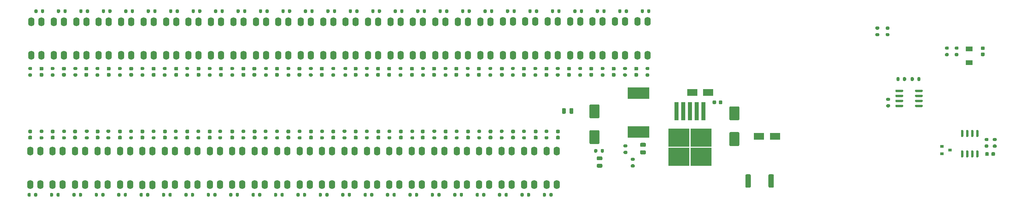
<source format=gbr>
%TF.GenerationSoftware,KiCad,Pcbnew,(5.1.6)-1*%
%TF.CreationDate,2021-11-09T09:23:04+01:00*%
%TF.ProjectId,boneIO_input board_v0.3,626f6e65-494f-45f6-996e-70757420626f,rev?*%
%TF.SameCoordinates,Original*%
%TF.FileFunction,Paste,Top*%
%TF.FilePolarity,Positive*%
%FSLAX46Y46*%
G04 Gerber Fmt 4.6, Leading zero omitted, Abs format (unit mm)*
G04 Created by KiCad (PCBNEW (5.1.6)-1) date 2021-11-09 09:23:04*
%MOMM*%
%LPD*%
G01*
G04 APERTURE LIST*
%ADD10R,2.500000X1.800000*%
%ADD11O,1.600000X2.250000*%
%ADD12R,0.900000X0.800000*%
%ADD13R,1.700000X1.300000*%
%ADD14R,5.400000X2.900000*%
%ADD15R,1.100000X4.600000*%
%ADD16R,5.250000X4.550000*%
G04 APERTURE END LIST*
D10*
%TO.C,D3*%
X192385000Y-80645000D03*
X188385000Y-80645000D03*
%TD*%
D11*
%TO.C,U35*%
X123470000Y-103950000D03*
X126010000Y-103950000D03*
X126010000Y-95450000D03*
X123470000Y-95450000D03*
%TD*%
%TO.C,U56*%
X92400000Y-62750000D03*
X89860000Y-62750000D03*
X89860000Y-71250000D03*
X92400000Y-71250000D03*
%TD*%
%TO.C,U55*%
X86760000Y-62750000D03*
X84220000Y-62750000D03*
X84220000Y-71250000D03*
X86760000Y-71250000D03*
%TD*%
%TO.C,U54*%
X81110000Y-62750000D03*
X78570000Y-62750000D03*
X78570000Y-71250000D03*
X81110000Y-71250000D03*
%TD*%
%TO.C,U53*%
X151720000Y-103930000D03*
X154260000Y-103930000D03*
X154260000Y-95430000D03*
X151720000Y-95430000D03*
%TD*%
%TO.C,U52*%
X75450000Y-62765000D03*
X72910000Y-62765000D03*
X72910000Y-71265000D03*
X75450000Y-71265000D03*
%TD*%
%TO.C,U51*%
X143250000Y-62735000D03*
X140710000Y-62735000D03*
X140710000Y-71235000D03*
X143250000Y-71235000D03*
%TD*%
%TO.C,U50*%
X120640000Y-62745000D03*
X118100000Y-62745000D03*
X118100000Y-71245000D03*
X120640000Y-71245000D03*
%TD*%
%TO.C,U49*%
X117820000Y-103945000D03*
X120360000Y-103945000D03*
X120360000Y-95445000D03*
X117820000Y-95445000D03*
%TD*%
%TO.C,U48*%
X126295000Y-62740000D03*
X123755000Y-62740000D03*
X123755000Y-71240000D03*
X126295000Y-71240000D03*
%TD*%
%TO.C,U47*%
X131945000Y-62740000D03*
X129405000Y-62740000D03*
X129405000Y-71240000D03*
X131945000Y-71240000D03*
%TD*%
%TO.C,U46*%
X137600000Y-62740000D03*
X135060000Y-62740000D03*
X135060000Y-71240000D03*
X137600000Y-71240000D03*
%TD*%
%TO.C,U45*%
X98050000Y-62750000D03*
X95510000Y-62750000D03*
X95510000Y-71250000D03*
X98050000Y-71250000D03*
%TD*%
%TO.C,U44*%
X160200000Y-62735000D03*
X157660000Y-62735000D03*
X157660000Y-71235000D03*
X160200000Y-71235000D03*
%TD*%
%TO.C,U43*%
X165850000Y-62735000D03*
X163310000Y-62735000D03*
X163310000Y-71235000D03*
X165850000Y-71235000D03*
%TD*%
%TO.C,U42*%
X171500000Y-62735000D03*
X168960000Y-62735000D03*
X168960000Y-71235000D03*
X171500000Y-71235000D03*
%TD*%
%TO.C,U41*%
X177150000Y-62710000D03*
X174610000Y-62710000D03*
X174610000Y-71210000D03*
X177150000Y-71210000D03*
%TD*%
%TO.C,U40*%
X114990000Y-62745000D03*
X112450000Y-62745000D03*
X112450000Y-71245000D03*
X114990000Y-71245000D03*
%TD*%
%TO.C,U39*%
X83920000Y-103945000D03*
X86460000Y-103945000D03*
X86460000Y-95445000D03*
X83920000Y-95445000D03*
%TD*%
%TO.C,U38*%
X109340000Y-62745000D03*
X106800000Y-62745000D03*
X106800000Y-71245000D03*
X109340000Y-71245000D03*
%TD*%
%TO.C,U37*%
X103690000Y-62745000D03*
X101150000Y-62745000D03*
X101150000Y-71245000D03*
X103690000Y-71245000D03*
%TD*%
%TO.C,U34*%
X129120000Y-103940000D03*
X131660000Y-103940000D03*
X131660000Y-95440000D03*
X129120000Y-95440000D03*
%TD*%
%TO.C,U33*%
X134770000Y-103940000D03*
X137310000Y-103940000D03*
X137310000Y-95440000D03*
X134770000Y-95440000D03*
%TD*%
%TO.C,U32*%
X140420000Y-103940000D03*
X142960000Y-103940000D03*
X142960000Y-95440000D03*
X140420000Y-95440000D03*
%TD*%
%TO.C,U31*%
X146070000Y-103930000D03*
X148610000Y-103930000D03*
X148610000Y-95430000D03*
X146070000Y-95430000D03*
%TD*%
%TO.C,U30*%
X95220000Y-103945000D03*
X97760000Y-103945000D03*
X97760000Y-95445000D03*
X95220000Y-95445000D03*
%TD*%
%TO.C,U29*%
X89570000Y-103945000D03*
X92110000Y-103945000D03*
X92110000Y-95445000D03*
X89570000Y-95445000D03*
%TD*%
%TO.C,U28*%
X100870000Y-103945000D03*
X103410000Y-103945000D03*
X103410000Y-95445000D03*
X100870000Y-95445000D03*
%TD*%
%TO.C,U27*%
X106520000Y-103945000D03*
X109060000Y-103945000D03*
X109060000Y-95445000D03*
X106520000Y-95445000D03*
%TD*%
%TO.C,U26*%
X112170000Y-103945000D03*
X114710000Y-103945000D03*
X114710000Y-95445000D03*
X112170000Y-95445000D03*
%TD*%
%TO.C,U25*%
X148900000Y-62735000D03*
X146360000Y-62735000D03*
X146360000Y-71235000D03*
X148900000Y-71235000D03*
%TD*%
%TO.C,U24*%
X154550000Y-62735000D03*
X152010000Y-62735000D03*
X152010000Y-71235000D03*
X154550000Y-71235000D03*
%TD*%
%TO.C,U23*%
X78270000Y-103945000D03*
X80810000Y-103945000D03*
X80810000Y-95445000D03*
X78270000Y-95445000D03*
%TD*%
%TO.C,U22*%
X72620000Y-103945000D03*
X75160000Y-103945000D03*
X75160000Y-95445000D03*
X72620000Y-95445000D03*
%TD*%
%TO.C,U21*%
X66970000Y-103945000D03*
X69510000Y-103945000D03*
X69510000Y-95445000D03*
X66970000Y-95445000D03*
%TD*%
%TO.C,U20*%
X61320000Y-103945000D03*
X63860000Y-103945000D03*
X63860000Y-95445000D03*
X61320000Y-95445000D03*
%TD*%
%TO.C,U19*%
X55670000Y-103945000D03*
X58210000Y-103945000D03*
X58210000Y-95445000D03*
X55670000Y-95445000D03*
%TD*%
%TO.C,U18*%
X50020000Y-103970000D03*
X52560000Y-103970000D03*
X52560000Y-95470000D03*
X50020000Y-95470000D03*
%TD*%
%TO.C,U17*%
X44370000Y-103965000D03*
X46910000Y-103965000D03*
X46910000Y-95465000D03*
X44370000Y-95465000D03*
%TD*%
%TO.C,U16*%
X38720000Y-103965000D03*
X41260000Y-103965000D03*
X41260000Y-95465000D03*
X38720000Y-95465000D03*
%TD*%
%TO.C,U15*%
X33070000Y-103965000D03*
X35610000Y-103965000D03*
X35610000Y-95465000D03*
X33070000Y-95465000D03*
%TD*%
%TO.C,U14*%
X27420000Y-103965000D03*
X29960000Y-103965000D03*
X29960000Y-95465000D03*
X27420000Y-95465000D03*
%TD*%
%TO.C,U13*%
X21770000Y-103965000D03*
X24310000Y-103965000D03*
X24310000Y-95465000D03*
X21770000Y-95465000D03*
%TD*%
%TO.C,U12*%
X24600000Y-62765000D03*
X22060000Y-62765000D03*
X22060000Y-71265000D03*
X24600000Y-71265000D03*
%TD*%
%TO.C,U9*%
X30250000Y-62765000D03*
X27710000Y-62765000D03*
X27710000Y-71265000D03*
X30250000Y-71265000D03*
%TD*%
%TO.C,U8*%
X35900000Y-62765000D03*
X33360000Y-62765000D03*
X33360000Y-71265000D03*
X35900000Y-71265000D03*
%TD*%
%TO.C,U7*%
X41550000Y-62765000D03*
X39010000Y-62765000D03*
X39010000Y-71265000D03*
X41550000Y-71265000D03*
%TD*%
%TO.C,U6*%
X47200000Y-62765000D03*
X44660000Y-62765000D03*
X44660000Y-71265000D03*
X47200000Y-71265000D03*
%TD*%
%TO.C,U5*%
X52850000Y-62765000D03*
X50310000Y-62765000D03*
X50310000Y-71265000D03*
X52850000Y-71265000D03*
%TD*%
%TO.C,U4*%
X58500000Y-62765000D03*
X55960000Y-62765000D03*
X55960000Y-71265000D03*
X58500000Y-71265000D03*
%TD*%
%TO.C,U3*%
X64150000Y-62765000D03*
X61610000Y-62765000D03*
X61610000Y-71265000D03*
X64150000Y-71265000D03*
%TD*%
%TO.C,U2*%
X69800000Y-62765000D03*
X67260000Y-62765000D03*
X67260000Y-71265000D03*
X69800000Y-71265000D03*
%TD*%
%TO.C,R116*%
G36*
G01*
X92125000Y-75835000D02*
X92675000Y-75835000D01*
G75*
G02*
X92875000Y-76035000I0J-200000D01*
G01*
X92875000Y-76435000D01*
G75*
G02*
X92675000Y-76635000I-200000J0D01*
G01*
X92125000Y-76635000D01*
G75*
G02*
X91925000Y-76435000I0J200000D01*
G01*
X91925000Y-76035000D01*
G75*
G02*
X92125000Y-75835000I200000J0D01*
G01*
G37*
G36*
G01*
X92125000Y-74185000D02*
X92675000Y-74185000D01*
G75*
G02*
X92875000Y-74385000I0J-200000D01*
G01*
X92875000Y-74785000D01*
G75*
G02*
X92675000Y-74985000I-200000J0D01*
G01*
X92125000Y-74985000D01*
G75*
G02*
X91925000Y-74785000I0J200000D01*
G01*
X91925000Y-74385000D01*
G75*
G02*
X92125000Y-74185000I200000J0D01*
G01*
G37*
%TD*%
%TO.C,R115*%
G36*
G01*
X86485000Y-75835000D02*
X87035000Y-75835000D01*
G75*
G02*
X87235000Y-76035000I0J-200000D01*
G01*
X87235000Y-76435000D01*
G75*
G02*
X87035000Y-76635000I-200000J0D01*
G01*
X86485000Y-76635000D01*
G75*
G02*
X86285000Y-76435000I0J200000D01*
G01*
X86285000Y-76035000D01*
G75*
G02*
X86485000Y-75835000I200000J0D01*
G01*
G37*
G36*
G01*
X86485000Y-74185000D02*
X87035000Y-74185000D01*
G75*
G02*
X87235000Y-74385000I0J-200000D01*
G01*
X87235000Y-74785000D01*
G75*
G02*
X87035000Y-74985000I-200000J0D01*
G01*
X86485000Y-74985000D01*
G75*
G02*
X86285000Y-74785000I0J200000D01*
G01*
X86285000Y-74385000D01*
G75*
G02*
X86485000Y-74185000I200000J0D01*
G01*
G37*
%TD*%
%TO.C,R114*%
G36*
G01*
X80835000Y-75835000D02*
X81385000Y-75835000D01*
G75*
G02*
X81585000Y-76035000I0J-200000D01*
G01*
X81585000Y-76435000D01*
G75*
G02*
X81385000Y-76635000I-200000J0D01*
G01*
X80835000Y-76635000D01*
G75*
G02*
X80635000Y-76435000I0J200000D01*
G01*
X80635000Y-76035000D01*
G75*
G02*
X80835000Y-75835000I200000J0D01*
G01*
G37*
G36*
G01*
X80835000Y-74185000D02*
X81385000Y-74185000D01*
G75*
G02*
X81585000Y-74385000I0J-200000D01*
G01*
X81585000Y-74785000D01*
G75*
G02*
X81385000Y-74985000I-200000J0D01*
G01*
X80835000Y-74985000D01*
G75*
G02*
X80635000Y-74785000I0J200000D01*
G01*
X80635000Y-74385000D01*
G75*
G02*
X80835000Y-74185000I200000J0D01*
G01*
G37*
%TD*%
%TO.C,R113*%
G36*
G01*
X151995000Y-90855000D02*
X151445000Y-90855000D01*
G75*
G02*
X151245000Y-90655000I0J200000D01*
G01*
X151245000Y-90255000D01*
G75*
G02*
X151445000Y-90055000I200000J0D01*
G01*
X151995000Y-90055000D01*
G75*
G02*
X152195000Y-90255000I0J-200000D01*
G01*
X152195000Y-90655000D01*
G75*
G02*
X151995000Y-90855000I-200000J0D01*
G01*
G37*
G36*
G01*
X151995000Y-92505000D02*
X151445000Y-92505000D01*
G75*
G02*
X151245000Y-92305000I0J200000D01*
G01*
X151245000Y-91905000D01*
G75*
G02*
X151445000Y-91705000I200000J0D01*
G01*
X151995000Y-91705000D01*
G75*
G02*
X152195000Y-91905000I0J-200000D01*
G01*
X152195000Y-92305000D01*
G75*
G02*
X151995000Y-92505000I-200000J0D01*
G01*
G37*
%TD*%
%TO.C,R112*%
G36*
G01*
X91452772Y-59810000D02*
X91452772Y-60360000D01*
G75*
G02*
X91252772Y-60560000I-200000J0D01*
G01*
X90852772Y-60560000D01*
G75*
G02*
X90652772Y-60360000I0J200000D01*
G01*
X90652772Y-59810000D01*
G75*
G02*
X90852772Y-59610000I200000J0D01*
G01*
X91252772Y-59610000D01*
G75*
G02*
X91452772Y-59810000I0J-200000D01*
G01*
G37*
G36*
G01*
X93102772Y-59810000D02*
X93102772Y-60360000D01*
G75*
G02*
X92902772Y-60560000I-200000J0D01*
G01*
X92502772Y-60560000D01*
G75*
G02*
X92302772Y-60360000I0J200000D01*
G01*
X92302772Y-59810000D01*
G75*
G02*
X92502772Y-59610000I200000J0D01*
G01*
X92902772Y-59610000D01*
G75*
G02*
X93102772Y-59810000I0J-200000D01*
G01*
G37*
%TD*%
%TO.C,R111*%
G36*
G01*
X85801291Y-59810000D02*
X85801291Y-60360000D01*
G75*
G02*
X85601291Y-60560000I-200000J0D01*
G01*
X85201291Y-60560000D01*
G75*
G02*
X85001291Y-60360000I0J200000D01*
G01*
X85001291Y-59810000D01*
G75*
G02*
X85201291Y-59610000I200000J0D01*
G01*
X85601291Y-59610000D01*
G75*
G02*
X85801291Y-59810000I0J-200000D01*
G01*
G37*
G36*
G01*
X87451291Y-59810000D02*
X87451291Y-60360000D01*
G75*
G02*
X87251291Y-60560000I-200000J0D01*
G01*
X86851291Y-60560000D01*
G75*
G02*
X86651291Y-60360000I0J200000D01*
G01*
X86651291Y-59810000D01*
G75*
G02*
X86851291Y-59610000I200000J0D01*
G01*
X87251291Y-59610000D01*
G75*
G02*
X87451291Y-59810000I0J-200000D01*
G01*
G37*
%TD*%
%TO.C,R110*%
G36*
G01*
X80149810Y-59810000D02*
X80149810Y-60360000D01*
G75*
G02*
X79949810Y-60560000I-200000J0D01*
G01*
X79549810Y-60560000D01*
G75*
G02*
X79349810Y-60360000I0J200000D01*
G01*
X79349810Y-59810000D01*
G75*
G02*
X79549810Y-59610000I200000J0D01*
G01*
X79949810Y-59610000D01*
G75*
G02*
X80149810Y-59810000I0J-200000D01*
G01*
G37*
G36*
G01*
X81799810Y-59810000D02*
X81799810Y-60360000D01*
G75*
G02*
X81599810Y-60560000I-200000J0D01*
G01*
X81199810Y-60560000D01*
G75*
G02*
X80999810Y-60360000I0J200000D01*
G01*
X80999810Y-59810000D01*
G75*
G02*
X81199810Y-59610000I200000J0D01*
G01*
X81599810Y-59610000D01*
G75*
G02*
X81799810Y-59810000I0J-200000D01*
G01*
G37*
%TD*%
%TO.C,R109*%
G36*
G01*
X152445000Y-106780000D02*
X152445000Y-106230000D01*
G75*
G02*
X152645000Y-106030000I200000J0D01*
G01*
X153045000Y-106030000D01*
G75*
G02*
X153245000Y-106230000I0J-200000D01*
G01*
X153245000Y-106780000D01*
G75*
G02*
X153045000Y-106980000I-200000J0D01*
G01*
X152645000Y-106980000D01*
G75*
G02*
X152445000Y-106780000I0J200000D01*
G01*
G37*
G36*
G01*
X150795000Y-106780000D02*
X150795000Y-106230000D01*
G75*
G02*
X150995000Y-106030000I200000J0D01*
G01*
X151395000Y-106030000D01*
G75*
G02*
X151595000Y-106230000I0J-200000D01*
G01*
X151595000Y-106780000D01*
G75*
G02*
X151395000Y-106980000I-200000J0D01*
G01*
X150995000Y-106980000D01*
G75*
G02*
X150795000Y-106780000I0J200000D01*
G01*
G37*
%TD*%
%TO.C,R108*%
G36*
G01*
X72335000Y-75835000D02*
X72885000Y-75835000D01*
G75*
G02*
X73085000Y-76035000I0J-200000D01*
G01*
X73085000Y-76435000D01*
G75*
G02*
X72885000Y-76635000I-200000J0D01*
G01*
X72335000Y-76635000D01*
G75*
G02*
X72135000Y-76435000I0J200000D01*
G01*
X72135000Y-76035000D01*
G75*
G02*
X72335000Y-75835000I200000J0D01*
G01*
G37*
G36*
G01*
X72335000Y-74185000D02*
X72885000Y-74185000D01*
G75*
G02*
X73085000Y-74385000I0J-200000D01*
G01*
X73085000Y-74785000D01*
G75*
G02*
X72885000Y-74985000I-200000J0D01*
G01*
X72335000Y-74985000D01*
G75*
G02*
X72135000Y-74785000I0J200000D01*
G01*
X72135000Y-74385000D01*
G75*
G02*
X72335000Y-74185000I200000J0D01*
G01*
G37*
%TD*%
%TO.C,R107*%
G36*
G01*
X142975000Y-75835000D02*
X143525000Y-75835000D01*
G75*
G02*
X143725000Y-76035000I0J-200000D01*
G01*
X143725000Y-76435000D01*
G75*
G02*
X143525000Y-76635000I-200000J0D01*
G01*
X142975000Y-76635000D01*
G75*
G02*
X142775000Y-76435000I0J200000D01*
G01*
X142775000Y-76035000D01*
G75*
G02*
X142975000Y-75835000I200000J0D01*
G01*
G37*
G36*
G01*
X142975000Y-74185000D02*
X143525000Y-74185000D01*
G75*
G02*
X143725000Y-74385000I0J-200000D01*
G01*
X143725000Y-74785000D01*
G75*
G02*
X143525000Y-74985000I-200000J0D01*
G01*
X142975000Y-74985000D01*
G75*
G02*
X142775000Y-74785000I0J200000D01*
G01*
X142775000Y-74385000D01*
G75*
G02*
X142975000Y-74185000I200000J0D01*
G01*
G37*
%TD*%
%TO.C,R106*%
G36*
G01*
X120355000Y-75835000D02*
X120905000Y-75835000D01*
G75*
G02*
X121105000Y-76035000I0J-200000D01*
G01*
X121105000Y-76435000D01*
G75*
G02*
X120905000Y-76635000I-200000J0D01*
G01*
X120355000Y-76635000D01*
G75*
G02*
X120155000Y-76435000I0J200000D01*
G01*
X120155000Y-76035000D01*
G75*
G02*
X120355000Y-75835000I200000J0D01*
G01*
G37*
G36*
G01*
X120355000Y-74185000D02*
X120905000Y-74185000D01*
G75*
G02*
X121105000Y-74385000I0J-200000D01*
G01*
X121105000Y-74785000D01*
G75*
G02*
X120905000Y-74985000I-200000J0D01*
G01*
X120355000Y-74985000D01*
G75*
G02*
X120155000Y-74785000I0J200000D01*
G01*
X120155000Y-74385000D01*
G75*
G02*
X120355000Y-74185000I200000J0D01*
G01*
G37*
%TD*%
%TO.C,R105*%
G36*
G01*
X118225000Y-90855000D02*
X117675000Y-90855000D01*
G75*
G02*
X117475000Y-90655000I0J200000D01*
G01*
X117475000Y-90255000D01*
G75*
G02*
X117675000Y-90055000I200000J0D01*
G01*
X118225000Y-90055000D01*
G75*
G02*
X118425000Y-90255000I0J-200000D01*
G01*
X118425000Y-90655000D01*
G75*
G02*
X118225000Y-90855000I-200000J0D01*
G01*
G37*
G36*
G01*
X118225000Y-92505000D02*
X117675000Y-92505000D01*
G75*
G02*
X117475000Y-92305000I0J200000D01*
G01*
X117475000Y-91905000D01*
G75*
G02*
X117675000Y-91705000I200000J0D01*
G01*
X118225000Y-91705000D01*
G75*
G02*
X118425000Y-91905000I0J-200000D01*
G01*
X118425000Y-92305000D01*
G75*
G02*
X118225000Y-92505000I-200000J0D01*
G01*
G37*
%TD*%
%TO.C,R104*%
G36*
G01*
X126020000Y-75835000D02*
X126570000Y-75835000D01*
G75*
G02*
X126770000Y-76035000I0J-200000D01*
G01*
X126770000Y-76435000D01*
G75*
G02*
X126570000Y-76635000I-200000J0D01*
G01*
X126020000Y-76635000D01*
G75*
G02*
X125820000Y-76435000I0J200000D01*
G01*
X125820000Y-76035000D01*
G75*
G02*
X126020000Y-75835000I200000J0D01*
G01*
G37*
G36*
G01*
X126020000Y-74185000D02*
X126570000Y-74185000D01*
G75*
G02*
X126770000Y-74385000I0J-200000D01*
G01*
X126770000Y-74785000D01*
G75*
G02*
X126570000Y-74985000I-200000J0D01*
G01*
X126020000Y-74985000D01*
G75*
G02*
X125820000Y-74785000I0J200000D01*
G01*
X125820000Y-74385000D01*
G75*
G02*
X126020000Y-74185000I200000J0D01*
G01*
G37*
%TD*%
%TO.C,R103*%
G36*
G01*
X131620000Y-75835000D02*
X132170000Y-75835000D01*
G75*
G02*
X132370000Y-76035000I0J-200000D01*
G01*
X132370000Y-76435000D01*
G75*
G02*
X132170000Y-76635000I-200000J0D01*
G01*
X131620000Y-76635000D01*
G75*
G02*
X131420000Y-76435000I0J200000D01*
G01*
X131420000Y-76035000D01*
G75*
G02*
X131620000Y-75835000I200000J0D01*
G01*
G37*
G36*
G01*
X131620000Y-74185000D02*
X132170000Y-74185000D01*
G75*
G02*
X132370000Y-74385000I0J-200000D01*
G01*
X132370000Y-74785000D01*
G75*
G02*
X132170000Y-74985000I-200000J0D01*
G01*
X131620000Y-74985000D01*
G75*
G02*
X131420000Y-74785000I0J200000D01*
G01*
X131420000Y-74385000D01*
G75*
G02*
X131620000Y-74185000I200000J0D01*
G01*
G37*
%TD*%
%TO.C,R102*%
G36*
G01*
X137305000Y-75835000D02*
X137855000Y-75835000D01*
G75*
G02*
X138055000Y-76035000I0J-200000D01*
G01*
X138055000Y-76435000D01*
G75*
G02*
X137855000Y-76635000I-200000J0D01*
G01*
X137305000Y-76635000D01*
G75*
G02*
X137105000Y-76435000I0J200000D01*
G01*
X137105000Y-76035000D01*
G75*
G02*
X137305000Y-75835000I200000J0D01*
G01*
G37*
G36*
G01*
X137305000Y-74185000D02*
X137855000Y-74185000D01*
G75*
G02*
X138055000Y-74385000I0J-200000D01*
G01*
X138055000Y-74785000D01*
G75*
G02*
X137855000Y-74985000I-200000J0D01*
G01*
X137305000Y-74985000D01*
G75*
G02*
X137105000Y-74785000I0J200000D01*
G01*
X137105000Y-74385000D01*
G75*
G02*
X137305000Y-74185000I200000J0D01*
G01*
G37*
%TD*%
%TO.C,R101*%
G36*
G01*
X97775000Y-75835000D02*
X98325000Y-75835000D01*
G75*
G02*
X98525000Y-76035000I0J-200000D01*
G01*
X98525000Y-76435000D01*
G75*
G02*
X98325000Y-76635000I-200000J0D01*
G01*
X97775000Y-76635000D01*
G75*
G02*
X97575000Y-76435000I0J200000D01*
G01*
X97575000Y-76035000D01*
G75*
G02*
X97775000Y-75835000I200000J0D01*
G01*
G37*
G36*
G01*
X97775000Y-74185000D02*
X98325000Y-74185000D01*
G75*
G02*
X98525000Y-74385000I0J-200000D01*
G01*
X98525000Y-74785000D01*
G75*
G02*
X98325000Y-74985000I-200000J0D01*
G01*
X97775000Y-74985000D01*
G75*
G02*
X97575000Y-74785000I0J200000D01*
G01*
X97575000Y-74385000D01*
G75*
G02*
X97775000Y-74185000I200000J0D01*
G01*
G37*
%TD*%
%TO.C,R100*%
G36*
G01*
X74498329Y-59810000D02*
X74498329Y-60360000D01*
G75*
G02*
X74298329Y-60560000I-200000J0D01*
G01*
X73898329Y-60560000D01*
G75*
G02*
X73698329Y-60360000I0J200000D01*
G01*
X73698329Y-59810000D01*
G75*
G02*
X73898329Y-59610000I200000J0D01*
G01*
X74298329Y-59610000D01*
G75*
G02*
X74498329Y-59810000I0J-200000D01*
G01*
G37*
G36*
G01*
X76148329Y-59810000D02*
X76148329Y-60360000D01*
G75*
G02*
X75948329Y-60560000I-200000J0D01*
G01*
X75548329Y-60560000D01*
G75*
G02*
X75348329Y-60360000I0J200000D01*
G01*
X75348329Y-59810000D01*
G75*
G02*
X75548329Y-59610000I200000J0D01*
G01*
X75948329Y-59610000D01*
G75*
G02*
X76148329Y-59810000I0J-200000D01*
G01*
G37*
%TD*%
%TO.C,R99*%
G36*
G01*
X142316101Y-59810000D02*
X142316101Y-60360000D01*
G75*
G02*
X142116101Y-60560000I-200000J0D01*
G01*
X141716101Y-60560000D01*
G75*
G02*
X141516101Y-60360000I0J200000D01*
G01*
X141516101Y-59810000D01*
G75*
G02*
X141716101Y-59610000I200000J0D01*
G01*
X142116101Y-59610000D01*
G75*
G02*
X142316101Y-59810000I0J-200000D01*
G01*
G37*
G36*
G01*
X143966101Y-59810000D02*
X143966101Y-60360000D01*
G75*
G02*
X143766101Y-60560000I-200000J0D01*
G01*
X143366101Y-60560000D01*
G75*
G02*
X143166101Y-60360000I0J200000D01*
G01*
X143166101Y-59810000D01*
G75*
G02*
X143366101Y-59610000I200000J0D01*
G01*
X143766101Y-59610000D01*
G75*
G02*
X143966101Y-59810000I0J-200000D01*
G01*
G37*
%TD*%
%TO.C,R98*%
G36*
G01*
X119710177Y-59810000D02*
X119710177Y-60360000D01*
G75*
G02*
X119510177Y-60560000I-200000J0D01*
G01*
X119110177Y-60560000D01*
G75*
G02*
X118910177Y-60360000I0J200000D01*
G01*
X118910177Y-59810000D01*
G75*
G02*
X119110177Y-59610000I200000J0D01*
G01*
X119510177Y-59610000D01*
G75*
G02*
X119710177Y-59810000I0J-200000D01*
G01*
G37*
G36*
G01*
X121360177Y-59810000D02*
X121360177Y-60360000D01*
G75*
G02*
X121160177Y-60560000I-200000J0D01*
G01*
X120760177Y-60560000D01*
G75*
G02*
X120560177Y-60360000I0J200000D01*
G01*
X120560177Y-59810000D01*
G75*
G02*
X120760177Y-59610000I200000J0D01*
G01*
X121160177Y-59610000D01*
G75*
G02*
X121360177Y-59810000I0J-200000D01*
G01*
G37*
%TD*%
%TO.C,R97*%
G36*
G01*
X118614126Y-106780000D02*
X118614126Y-106230000D01*
G75*
G02*
X118814126Y-106030000I200000J0D01*
G01*
X119214126Y-106030000D01*
G75*
G02*
X119414126Y-106230000I0J-200000D01*
G01*
X119414126Y-106780000D01*
G75*
G02*
X119214126Y-106980000I-200000J0D01*
G01*
X118814126Y-106980000D01*
G75*
G02*
X118614126Y-106780000I0J200000D01*
G01*
G37*
G36*
G01*
X116964126Y-106780000D02*
X116964126Y-106230000D01*
G75*
G02*
X117164126Y-106030000I200000J0D01*
G01*
X117564126Y-106030000D01*
G75*
G02*
X117764126Y-106230000I0J-200000D01*
G01*
X117764126Y-106780000D01*
G75*
G02*
X117564126Y-106980000I-200000J0D01*
G01*
X117164126Y-106980000D01*
G75*
G02*
X116964126Y-106780000I0J200000D01*
G01*
G37*
%TD*%
%TO.C,R96*%
G36*
G01*
X125361658Y-59810000D02*
X125361658Y-60360000D01*
G75*
G02*
X125161658Y-60560000I-200000J0D01*
G01*
X124761658Y-60560000D01*
G75*
G02*
X124561658Y-60360000I0J200000D01*
G01*
X124561658Y-59810000D01*
G75*
G02*
X124761658Y-59610000I200000J0D01*
G01*
X125161658Y-59610000D01*
G75*
G02*
X125361658Y-59810000I0J-200000D01*
G01*
G37*
G36*
G01*
X127011658Y-59810000D02*
X127011658Y-60360000D01*
G75*
G02*
X126811658Y-60560000I-200000J0D01*
G01*
X126411658Y-60560000D01*
G75*
G02*
X126211658Y-60360000I0J200000D01*
G01*
X126211658Y-59810000D01*
G75*
G02*
X126411658Y-59610000I200000J0D01*
G01*
X126811658Y-59610000D01*
G75*
G02*
X127011658Y-59810000I0J-200000D01*
G01*
G37*
%TD*%
%TO.C,R95*%
G36*
G01*
X131013139Y-59810000D02*
X131013139Y-60360000D01*
G75*
G02*
X130813139Y-60560000I-200000J0D01*
G01*
X130413139Y-60560000D01*
G75*
G02*
X130213139Y-60360000I0J200000D01*
G01*
X130213139Y-59810000D01*
G75*
G02*
X130413139Y-59610000I200000J0D01*
G01*
X130813139Y-59610000D01*
G75*
G02*
X131013139Y-59810000I0J-200000D01*
G01*
G37*
G36*
G01*
X132663139Y-59810000D02*
X132663139Y-60360000D01*
G75*
G02*
X132463139Y-60560000I-200000J0D01*
G01*
X132063139Y-60560000D01*
G75*
G02*
X131863139Y-60360000I0J200000D01*
G01*
X131863139Y-59810000D01*
G75*
G02*
X132063139Y-59610000I200000J0D01*
G01*
X132463139Y-59610000D01*
G75*
G02*
X132663139Y-59810000I0J-200000D01*
G01*
G37*
%TD*%
%TO.C,R94*%
G36*
G01*
X136664620Y-59810000D02*
X136664620Y-60360000D01*
G75*
G02*
X136464620Y-60560000I-200000J0D01*
G01*
X136064620Y-60560000D01*
G75*
G02*
X135864620Y-60360000I0J200000D01*
G01*
X135864620Y-59810000D01*
G75*
G02*
X136064620Y-59610000I200000J0D01*
G01*
X136464620Y-59610000D01*
G75*
G02*
X136664620Y-59810000I0J-200000D01*
G01*
G37*
G36*
G01*
X138314620Y-59810000D02*
X138314620Y-60360000D01*
G75*
G02*
X138114620Y-60560000I-200000J0D01*
G01*
X137714620Y-60560000D01*
G75*
G02*
X137514620Y-60360000I0J200000D01*
G01*
X137514620Y-59810000D01*
G75*
G02*
X137714620Y-59610000I200000J0D01*
G01*
X138114620Y-59610000D01*
G75*
G02*
X138314620Y-59810000I0J-200000D01*
G01*
G37*
%TD*%
%TO.C,R93*%
G36*
G01*
X97104253Y-59810000D02*
X97104253Y-60360000D01*
G75*
G02*
X96904253Y-60560000I-200000J0D01*
G01*
X96504253Y-60560000D01*
G75*
G02*
X96304253Y-60360000I0J200000D01*
G01*
X96304253Y-59810000D01*
G75*
G02*
X96504253Y-59610000I200000J0D01*
G01*
X96904253Y-59610000D01*
G75*
G02*
X97104253Y-59810000I0J-200000D01*
G01*
G37*
G36*
G01*
X98754253Y-59810000D02*
X98754253Y-60360000D01*
G75*
G02*
X98554253Y-60560000I-200000J0D01*
G01*
X98154253Y-60560000D01*
G75*
G02*
X97954253Y-60360000I0J200000D01*
G01*
X97954253Y-59810000D01*
G75*
G02*
X98154253Y-59610000I200000J0D01*
G01*
X98554253Y-59610000D01*
G75*
G02*
X98754253Y-59810000I0J-200000D01*
G01*
G37*
%TD*%
%TO.C,R92*%
G36*
G01*
X159925000Y-75835000D02*
X160475000Y-75835000D01*
G75*
G02*
X160675000Y-76035000I0J-200000D01*
G01*
X160675000Y-76435000D01*
G75*
G02*
X160475000Y-76635000I-200000J0D01*
G01*
X159925000Y-76635000D01*
G75*
G02*
X159725000Y-76435000I0J200000D01*
G01*
X159725000Y-76035000D01*
G75*
G02*
X159925000Y-75835000I200000J0D01*
G01*
G37*
G36*
G01*
X159925000Y-74185000D02*
X160475000Y-74185000D01*
G75*
G02*
X160675000Y-74385000I0J-200000D01*
G01*
X160675000Y-74785000D01*
G75*
G02*
X160475000Y-74985000I-200000J0D01*
G01*
X159925000Y-74985000D01*
G75*
G02*
X159725000Y-74785000I0J200000D01*
G01*
X159725000Y-74385000D01*
G75*
G02*
X159925000Y-74185000I200000J0D01*
G01*
G37*
%TD*%
%TO.C,R91*%
G36*
G01*
X165550000Y-75835000D02*
X166100000Y-75835000D01*
G75*
G02*
X166300000Y-76035000I0J-200000D01*
G01*
X166300000Y-76435000D01*
G75*
G02*
X166100000Y-76635000I-200000J0D01*
G01*
X165550000Y-76635000D01*
G75*
G02*
X165350000Y-76435000I0J200000D01*
G01*
X165350000Y-76035000D01*
G75*
G02*
X165550000Y-75835000I200000J0D01*
G01*
G37*
G36*
G01*
X165550000Y-74185000D02*
X166100000Y-74185000D01*
G75*
G02*
X166300000Y-74385000I0J-200000D01*
G01*
X166300000Y-74785000D01*
G75*
G02*
X166100000Y-74985000I-200000J0D01*
G01*
X165550000Y-74985000D01*
G75*
G02*
X165350000Y-74785000I0J200000D01*
G01*
X165350000Y-74385000D01*
G75*
G02*
X165550000Y-74185000I200000J0D01*
G01*
G37*
%TD*%
%TO.C,R90*%
G36*
G01*
X171200000Y-75835000D02*
X171750000Y-75835000D01*
G75*
G02*
X171950000Y-76035000I0J-200000D01*
G01*
X171950000Y-76435000D01*
G75*
G02*
X171750000Y-76635000I-200000J0D01*
G01*
X171200000Y-76635000D01*
G75*
G02*
X171000000Y-76435000I0J200000D01*
G01*
X171000000Y-76035000D01*
G75*
G02*
X171200000Y-75835000I200000J0D01*
G01*
G37*
G36*
G01*
X171200000Y-74185000D02*
X171750000Y-74185000D01*
G75*
G02*
X171950000Y-74385000I0J-200000D01*
G01*
X171950000Y-74785000D01*
G75*
G02*
X171750000Y-74985000I-200000J0D01*
G01*
X171200000Y-74985000D01*
G75*
G02*
X171000000Y-74785000I0J200000D01*
G01*
X171000000Y-74385000D01*
G75*
G02*
X171200000Y-74185000I200000J0D01*
G01*
G37*
%TD*%
%TO.C,R89*%
G36*
G01*
X176850000Y-75835000D02*
X177400000Y-75835000D01*
G75*
G02*
X177600000Y-76035000I0J-200000D01*
G01*
X177600000Y-76435000D01*
G75*
G02*
X177400000Y-76635000I-200000J0D01*
G01*
X176850000Y-76635000D01*
G75*
G02*
X176650000Y-76435000I0J200000D01*
G01*
X176650000Y-76035000D01*
G75*
G02*
X176850000Y-75835000I200000J0D01*
G01*
G37*
G36*
G01*
X176850000Y-74185000D02*
X177400000Y-74185000D01*
G75*
G02*
X177600000Y-74385000I0J-200000D01*
G01*
X177600000Y-74785000D01*
G75*
G02*
X177400000Y-74985000I-200000J0D01*
G01*
X176850000Y-74985000D01*
G75*
G02*
X176650000Y-74785000I0J200000D01*
G01*
X176650000Y-74385000D01*
G75*
G02*
X176850000Y-74185000I200000J0D01*
G01*
G37*
%TD*%
%TO.C,R88*%
G36*
G01*
X114725000Y-75835000D02*
X115275000Y-75835000D01*
G75*
G02*
X115475000Y-76035000I0J-200000D01*
G01*
X115475000Y-76435000D01*
G75*
G02*
X115275000Y-76635000I-200000J0D01*
G01*
X114725000Y-76635000D01*
G75*
G02*
X114525000Y-76435000I0J200000D01*
G01*
X114525000Y-76035000D01*
G75*
G02*
X114725000Y-75835000I200000J0D01*
G01*
G37*
G36*
G01*
X114725000Y-74185000D02*
X115275000Y-74185000D01*
G75*
G02*
X115475000Y-74385000I0J-200000D01*
G01*
X115475000Y-74785000D01*
G75*
G02*
X115275000Y-74985000I-200000J0D01*
G01*
X114725000Y-74985000D01*
G75*
G02*
X114525000Y-74785000I0J200000D01*
G01*
X114525000Y-74385000D01*
G75*
G02*
X114725000Y-74185000I200000J0D01*
G01*
G37*
%TD*%
%TO.C,R87*%
G36*
G01*
X84195000Y-90855000D02*
X83645000Y-90855000D01*
G75*
G02*
X83445000Y-90655000I0J200000D01*
G01*
X83445000Y-90255000D01*
G75*
G02*
X83645000Y-90055000I200000J0D01*
G01*
X84195000Y-90055000D01*
G75*
G02*
X84395000Y-90255000I0J-200000D01*
G01*
X84395000Y-90655000D01*
G75*
G02*
X84195000Y-90855000I-200000J0D01*
G01*
G37*
G36*
G01*
X84195000Y-92505000D02*
X83645000Y-92505000D01*
G75*
G02*
X83445000Y-92305000I0J200000D01*
G01*
X83445000Y-91905000D01*
G75*
G02*
X83645000Y-91705000I200000J0D01*
G01*
X84195000Y-91705000D01*
G75*
G02*
X84395000Y-91905000I0J-200000D01*
G01*
X84395000Y-92305000D01*
G75*
G02*
X84195000Y-92505000I-200000J0D01*
G01*
G37*
%TD*%
%TO.C,R86*%
G36*
G01*
X106225000Y-75835000D02*
X106775000Y-75835000D01*
G75*
G02*
X106975000Y-76035000I0J-200000D01*
G01*
X106975000Y-76435000D01*
G75*
G02*
X106775000Y-76635000I-200000J0D01*
G01*
X106225000Y-76635000D01*
G75*
G02*
X106025000Y-76435000I0J200000D01*
G01*
X106025000Y-76035000D01*
G75*
G02*
X106225000Y-75835000I200000J0D01*
G01*
G37*
G36*
G01*
X106225000Y-74185000D02*
X106775000Y-74185000D01*
G75*
G02*
X106975000Y-74385000I0J-200000D01*
G01*
X106975000Y-74785000D01*
G75*
G02*
X106775000Y-74985000I-200000J0D01*
G01*
X106225000Y-74985000D01*
G75*
G02*
X106025000Y-74785000I0J200000D01*
G01*
X106025000Y-74385000D01*
G75*
G02*
X106225000Y-74185000I200000J0D01*
G01*
G37*
%TD*%
%TO.C,R85*%
G36*
G01*
X100825000Y-75835000D02*
X101375000Y-75835000D01*
G75*
G02*
X101575000Y-76035000I0J-200000D01*
G01*
X101575000Y-76435000D01*
G75*
G02*
X101375000Y-76635000I-200000J0D01*
G01*
X100825000Y-76635000D01*
G75*
G02*
X100625000Y-76435000I0J200000D01*
G01*
X100625000Y-76035000D01*
G75*
G02*
X100825000Y-75835000I200000J0D01*
G01*
G37*
G36*
G01*
X100825000Y-74185000D02*
X101375000Y-74185000D01*
G75*
G02*
X101575000Y-74385000I0J-200000D01*
G01*
X101575000Y-74785000D01*
G75*
G02*
X101375000Y-74985000I-200000J0D01*
G01*
X100825000Y-74985000D01*
G75*
G02*
X100625000Y-74785000I0J200000D01*
G01*
X100625000Y-74385000D01*
G75*
G02*
X100825000Y-74185000I200000J0D01*
G01*
G37*
%TD*%
%TO.C,R84*%
G36*
G01*
X159270544Y-59810000D02*
X159270544Y-60360000D01*
G75*
G02*
X159070544Y-60560000I-200000J0D01*
G01*
X158670544Y-60560000D01*
G75*
G02*
X158470544Y-60360000I0J200000D01*
G01*
X158470544Y-59810000D01*
G75*
G02*
X158670544Y-59610000I200000J0D01*
G01*
X159070544Y-59610000D01*
G75*
G02*
X159270544Y-59810000I0J-200000D01*
G01*
G37*
G36*
G01*
X160920544Y-59810000D02*
X160920544Y-60360000D01*
G75*
G02*
X160720544Y-60560000I-200000J0D01*
G01*
X160320544Y-60560000D01*
G75*
G02*
X160120544Y-60360000I0J200000D01*
G01*
X160120544Y-59810000D01*
G75*
G02*
X160320544Y-59610000I200000J0D01*
G01*
X160720544Y-59610000D01*
G75*
G02*
X160920544Y-59810000I0J-200000D01*
G01*
G37*
%TD*%
%TO.C,R83*%
G36*
G01*
X164922025Y-59810000D02*
X164922025Y-60360000D01*
G75*
G02*
X164722025Y-60560000I-200000J0D01*
G01*
X164322025Y-60560000D01*
G75*
G02*
X164122025Y-60360000I0J200000D01*
G01*
X164122025Y-59810000D01*
G75*
G02*
X164322025Y-59610000I200000J0D01*
G01*
X164722025Y-59610000D01*
G75*
G02*
X164922025Y-59810000I0J-200000D01*
G01*
G37*
G36*
G01*
X166572025Y-59810000D02*
X166572025Y-60360000D01*
G75*
G02*
X166372025Y-60560000I-200000J0D01*
G01*
X165972025Y-60560000D01*
G75*
G02*
X165772025Y-60360000I0J200000D01*
G01*
X165772025Y-59810000D01*
G75*
G02*
X165972025Y-59610000I200000J0D01*
G01*
X166372025Y-59610000D01*
G75*
G02*
X166572025Y-59810000I0J-200000D01*
G01*
G37*
%TD*%
%TO.C,R82*%
G36*
G01*
X170573506Y-59810000D02*
X170573506Y-60360000D01*
G75*
G02*
X170373506Y-60560000I-200000J0D01*
G01*
X169973506Y-60560000D01*
G75*
G02*
X169773506Y-60360000I0J200000D01*
G01*
X169773506Y-59810000D01*
G75*
G02*
X169973506Y-59610000I200000J0D01*
G01*
X170373506Y-59610000D01*
G75*
G02*
X170573506Y-59810000I0J-200000D01*
G01*
G37*
G36*
G01*
X172223506Y-59810000D02*
X172223506Y-60360000D01*
G75*
G02*
X172023506Y-60560000I-200000J0D01*
G01*
X171623506Y-60560000D01*
G75*
G02*
X171423506Y-60360000I0J200000D01*
G01*
X171423506Y-59810000D01*
G75*
G02*
X171623506Y-59610000I200000J0D01*
G01*
X172023506Y-59610000D01*
G75*
G02*
X172223506Y-59810000I0J-200000D01*
G01*
G37*
%TD*%
%TO.C,R81*%
G36*
G01*
X176225000Y-59810000D02*
X176225000Y-60360000D01*
G75*
G02*
X176025000Y-60560000I-200000J0D01*
G01*
X175625000Y-60560000D01*
G75*
G02*
X175425000Y-60360000I0J200000D01*
G01*
X175425000Y-59810000D01*
G75*
G02*
X175625000Y-59610000I200000J0D01*
G01*
X176025000Y-59610000D01*
G75*
G02*
X176225000Y-59810000I0J-200000D01*
G01*
G37*
G36*
G01*
X177875000Y-59810000D02*
X177875000Y-60360000D01*
G75*
G02*
X177675000Y-60560000I-200000J0D01*
G01*
X177275000Y-60560000D01*
G75*
G02*
X177075000Y-60360000I0J200000D01*
G01*
X177075000Y-59810000D01*
G75*
G02*
X177275000Y-59610000I200000J0D01*
G01*
X177675000Y-59610000D01*
G75*
G02*
X177875000Y-59810000I0J-200000D01*
G01*
G37*
%TD*%
%TO.C,R80*%
G36*
G01*
X114058696Y-59810000D02*
X114058696Y-60360000D01*
G75*
G02*
X113858696Y-60560000I-200000J0D01*
G01*
X113458696Y-60560000D01*
G75*
G02*
X113258696Y-60360000I0J200000D01*
G01*
X113258696Y-59810000D01*
G75*
G02*
X113458696Y-59610000I200000J0D01*
G01*
X113858696Y-59610000D01*
G75*
G02*
X114058696Y-59810000I0J-200000D01*
G01*
G37*
G36*
G01*
X115708696Y-59810000D02*
X115708696Y-60360000D01*
G75*
G02*
X115508696Y-60560000I-200000J0D01*
G01*
X115108696Y-60560000D01*
G75*
G02*
X114908696Y-60360000I0J200000D01*
G01*
X114908696Y-59810000D01*
G75*
G02*
X115108696Y-59610000I200000J0D01*
G01*
X115508696Y-59610000D01*
G75*
G02*
X115708696Y-59810000I0J-200000D01*
G01*
G37*
%TD*%
%TO.C,R79*%
G36*
G01*
X84783258Y-106780000D02*
X84783258Y-106230000D01*
G75*
G02*
X84983258Y-106030000I200000J0D01*
G01*
X85383258Y-106030000D01*
G75*
G02*
X85583258Y-106230000I0J-200000D01*
G01*
X85583258Y-106780000D01*
G75*
G02*
X85383258Y-106980000I-200000J0D01*
G01*
X84983258Y-106980000D01*
G75*
G02*
X84783258Y-106780000I0J200000D01*
G01*
G37*
G36*
G01*
X83133258Y-106780000D02*
X83133258Y-106230000D01*
G75*
G02*
X83333258Y-106030000I200000J0D01*
G01*
X83733258Y-106030000D01*
G75*
G02*
X83933258Y-106230000I0J-200000D01*
G01*
X83933258Y-106780000D01*
G75*
G02*
X83733258Y-106980000I-200000J0D01*
G01*
X83333258Y-106980000D01*
G75*
G02*
X83133258Y-106780000I0J200000D01*
G01*
G37*
%TD*%
%TO.C,R78*%
G36*
G01*
X108407215Y-59810000D02*
X108407215Y-60360000D01*
G75*
G02*
X108207215Y-60560000I-200000J0D01*
G01*
X107807215Y-60560000D01*
G75*
G02*
X107607215Y-60360000I0J200000D01*
G01*
X107607215Y-59810000D01*
G75*
G02*
X107807215Y-59610000I200000J0D01*
G01*
X108207215Y-59610000D01*
G75*
G02*
X108407215Y-59810000I0J-200000D01*
G01*
G37*
G36*
G01*
X110057215Y-59810000D02*
X110057215Y-60360000D01*
G75*
G02*
X109857215Y-60560000I-200000J0D01*
G01*
X109457215Y-60560000D01*
G75*
G02*
X109257215Y-60360000I0J200000D01*
G01*
X109257215Y-59810000D01*
G75*
G02*
X109457215Y-59610000I200000J0D01*
G01*
X109857215Y-59610000D01*
G75*
G02*
X110057215Y-59810000I0J-200000D01*
G01*
G37*
%TD*%
%TO.C,R77*%
G36*
G01*
X102755734Y-59810000D02*
X102755734Y-60360000D01*
G75*
G02*
X102555734Y-60560000I-200000J0D01*
G01*
X102155734Y-60560000D01*
G75*
G02*
X101955734Y-60360000I0J200000D01*
G01*
X101955734Y-59810000D01*
G75*
G02*
X102155734Y-59610000I200000J0D01*
G01*
X102555734Y-59610000D01*
G75*
G02*
X102755734Y-59810000I0J-200000D01*
G01*
G37*
G36*
G01*
X104405734Y-59810000D02*
X104405734Y-60360000D01*
G75*
G02*
X104205734Y-60560000I-200000J0D01*
G01*
X103805734Y-60560000D01*
G75*
G02*
X103605734Y-60360000I0J200000D01*
G01*
X103605734Y-59810000D01*
G75*
G02*
X103805734Y-59610000I200000J0D01*
G01*
X104205734Y-59610000D01*
G75*
G02*
X104405734Y-59810000I0J-200000D01*
G01*
G37*
%TD*%
%TO.C,R75*%
G36*
G01*
X123745000Y-90855000D02*
X123195000Y-90855000D01*
G75*
G02*
X122995000Y-90655000I0J200000D01*
G01*
X122995000Y-90255000D01*
G75*
G02*
X123195000Y-90055000I200000J0D01*
G01*
X123745000Y-90055000D01*
G75*
G02*
X123945000Y-90255000I0J-200000D01*
G01*
X123945000Y-90655000D01*
G75*
G02*
X123745000Y-90855000I-200000J0D01*
G01*
G37*
G36*
G01*
X123745000Y-92505000D02*
X123195000Y-92505000D01*
G75*
G02*
X122995000Y-92305000I0J200000D01*
G01*
X122995000Y-91905000D01*
G75*
G02*
X123195000Y-91705000I200000J0D01*
G01*
X123745000Y-91705000D01*
G75*
G02*
X123945000Y-91905000I0J-200000D01*
G01*
X123945000Y-92305000D01*
G75*
G02*
X123745000Y-92505000I-200000J0D01*
G01*
G37*
%TD*%
%TO.C,R74*%
G36*
G01*
X129395000Y-90855000D02*
X128845000Y-90855000D01*
G75*
G02*
X128645000Y-90655000I0J200000D01*
G01*
X128645000Y-90255000D01*
G75*
G02*
X128845000Y-90055000I200000J0D01*
G01*
X129395000Y-90055000D01*
G75*
G02*
X129595000Y-90255000I0J-200000D01*
G01*
X129595000Y-90655000D01*
G75*
G02*
X129395000Y-90855000I-200000J0D01*
G01*
G37*
G36*
G01*
X129395000Y-92505000D02*
X128845000Y-92505000D01*
G75*
G02*
X128645000Y-92305000I0J200000D01*
G01*
X128645000Y-91905000D01*
G75*
G02*
X128845000Y-91705000I200000J0D01*
G01*
X129395000Y-91705000D01*
G75*
G02*
X129595000Y-91905000I0J-200000D01*
G01*
X129595000Y-92305000D01*
G75*
G02*
X129395000Y-92505000I-200000J0D01*
G01*
G37*
%TD*%
%TO.C,R73*%
G36*
G01*
X135045000Y-90855000D02*
X134495000Y-90855000D01*
G75*
G02*
X134295000Y-90655000I0J200000D01*
G01*
X134295000Y-90255000D01*
G75*
G02*
X134495000Y-90055000I200000J0D01*
G01*
X135045000Y-90055000D01*
G75*
G02*
X135245000Y-90255000I0J-200000D01*
G01*
X135245000Y-90655000D01*
G75*
G02*
X135045000Y-90855000I-200000J0D01*
G01*
G37*
G36*
G01*
X135045000Y-92505000D02*
X134495000Y-92505000D01*
G75*
G02*
X134295000Y-92305000I0J200000D01*
G01*
X134295000Y-91905000D01*
G75*
G02*
X134495000Y-91705000I200000J0D01*
G01*
X135045000Y-91705000D01*
G75*
G02*
X135245000Y-91905000I0J-200000D01*
G01*
X135245000Y-92305000D01*
G75*
G02*
X135045000Y-92505000I-200000J0D01*
G01*
G37*
%TD*%
%TO.C,R72*%
G36*
G01*
X140695000Y-90855000D02*
X140145000Y-90855000D01*
G75*
G02*
X139945000Y-90655000I0J200000D01*
G01*
X139945000Y-90255000D01*
G75*
G02*
X140145000Y-90055000I200000J0D01*
G01*
X140695000Y-90055000D01*
G75*
G02*
X140895000Y-90255000I0J-200000D01*
G01*
X140895000Y-90655000D01*
G75*
G02*
X140695000Y-90855000I-200000J0D01*
G01*
G37*
G36*
G01*
X140695000Y-92505000D02*
X140145000Y-92505000D01*
G75*
G02*
X139945000Y-92305000I0J200000D01*
G01*
X139945000Y-91905000D01*
G75*
G02*
X140145000Y-91705000I200000J0D01*
G01*
X140695000Y-91705000D01*
G75*
G02*
X140895000Y-91905000I0J-200000D01*
G01*
X140895000Y-92305000D01*
G75*
G02*
X140695000Y-92505000I-200000J0D01*
G01*
G37*
%TD*%
%TO.C,R71*%
G36*
G01*
X146345000Y-90855000D02*
X145795000Y-90855000D01*
G75*
G02*
X145595000Y-90655000I0J200000D01*
G01*
X145595000Y-90255000D01*
G75*
G02*
X145795000Y-90055000I200000J0D01*
G01*
X146345000Y-90055000D01*
G75*
G02*
X146545000Y-90255000I0J-200000D01*
G01*
X146545000Y-90655000D01*
G75*
G02*
X146345000Y-90855000I-200000J0D01*
G01*
G37*
G36*
G01*
X146345000Y-92505000D02*
X145795000Y-92505000D01*
G75*
G02*
X145595000Y-92305000I0J200000D01*
G01*
X145595000Y-91905000D01*
G75*
G02*
X145795000Y-91705000I200000J0D01*
G01*
X146345000Y-91705000D01*
G75*
G02*
X146545000Y-91905000I0J-200000D01*
G01*
X146545000Y-92305000D01*
G75*
G02*
X146345000Y-92505000I-200000J0D01*
G01*
G37*
%TD*%
%TO.C,R70*%
G36*
G01*
X95495000Y-90855000D02*
X94945000Y-90855000D01*
G75*
G02*
X94745000Y-90655000I0J200000D01*
G01*
X94745000Y-90255000D01*
G75*
G02*
X94945000Y-90055000I200000J0D01*
G01*
X95495000Y-90055000D01*
G75*
G02*
X95695000Y-90255000I0J-200000D01*
G01*
X95695000Y-90655000D01*
G75*
G02*
X95495000Y-90855000I-200000J0D01*
G01*
G37*
G36*
G01*
X95495000Y-92505000D02*
X94945000Y-92505000D01*
G75*
G02*
X94745000Y-92305000I0J200000D01*
G01*
X94745000Y-91905000D01*
G75*
G02*
X94945000Y-91705000I200000J0D01*
G01*
X95495000Y-91705000D01*
G75*
G02*
X95695000Y-91905000I0J-200000D01*
G01*
X95695000Y-92305000D01*
G75*
G02*
X95495000Y-92505000I-200000J0D01*
G01*
G37*
%TD*%
%TO.C,R69*%
G36*
G01*
X89870000Y-90855000D02*
X89320000Y-90855000D01*
G75*
G02*
X89120000Y-90655000I0J200000D01*
G01*
X89120000Y-90255000D01*
G75*
G02*
X89320000Y-90055000I200000J0D01*
G01*
X89870000Y-90055000D01*
G75*
G02*
X90070000Y-90255000I0J-200000D01*
G01*
X90070000Y-90655000D01*
G75*
G02*
X89870000Y-90855000I-200000J0D01*
G01*
G37*
G36*
G01*
X89870000Y-92505000D02*
X89320000Y-92505000D01*
G75*
G02*
X89120000Y-92305000I0J200000D01*
G01*
X89120000Y-91905000D01*
G75*
G02*
X89320000Y-91705000I200000J0D01*
G01*
X89870000Y-91705000D01*
G75*
G02*
X90070000Y-91905000I0J-200000D01*
G01*
X90070000Y-92305000D01*
G75*
G02*
X89870000Y-92505000I-200000J0D01*
G01*
G37*
%TD*%
%TO.C,R68*%
G36*
G01*
X101145000Y-90855000D02*
X100595000Y-90855000D01*
G75*
G02*
X100395000Y-90655000I0J200000D01*
G01*
X100395000Y-90255000D01*
G75*
G02*
X100595000Y-90055000I200000J0D01*
G01*
X101145000Y-90055000D01*
G75*
G02*
X101345000Y-90255000I0J-200000D01*
G01*
X101345000Y-90655000D01*
G75*
G02*
X101145000Y-90855000I-200000J0D01*
G01*
G37*
G36*
G01*
X101145000Y-92505000D02*
X100595000Y-92505000D01*
G75*
G02*
X100395000Y-92305000I0J200000D01*
G01*
X100395000Y-91905000D01*
G75*
G02*
X100595000Y-91705000I200000J0D01*
G01*
X101145000Y-91705000D01*
G75*
G02*
X101345000Y-91905000I0J-200000D01*
G01*
X101345000Y-92305000D01*
G75*
G02*
X101145000Y-92505000I-200000J0D01*
G01*
G37*
%TD*%
%TO.C,R65*%
G36*
G01*
X124252604Y-106780000D02*
X124252604Y-106230000D01*
G75*
G02*
X124452604Y-106030000I200000J0D01*
G01*
X124852604Y-106030000D01*
G75*
G02*
X125052604Y-106230000I0J-200000D01*
G01*
X125052604Y-106780000D01*
G75*
G02*
X124852604Y-106980000I-200000J0D01*
G01*
X124452604Y-106980000D01*
G75*
G02*
X124252604Y-106780000I0J200000D01*
G01*
G37*
G36*
G01*
X122602604Y-106780000D02*
X122602604Y-106230000D01*
G75*
G02*
X122802604Y-106030000I200000J0D01*
G01*
X123202604Y-106030000D01*
G75*
G02*
X123402604Y-106230000I0J-200000D01*
G01*
X123402604Y-106780000D01*
G75*
G02*
X123202604Y-106980000I-200000J0D01*
G01*
X122802604Y-106980000D01*
G75*
G02*
X122602604Y-106780000I0J200000D01*
G01*
G37*
%TD*%
%TO.C,R64*%
G36*
G01*
X129891082Y-106780000D02*
X129891082Y-106230000D01*
G75*
G02*
X130091082Y-106030000I200000J0D01*
G01*
X130491082Y-106030000D01*
G75*
G02*
X130691082Y-106230000I0J-200000D01*
G01*
X130691082Y-106780000D01*
G75*
G02*
X130491082Y-106980000I-200000J0D01*
G01*
X130091082Y-106980000D01*
G75*
G02*
X129891082Y-106780000I0J200000D01*
G01*
G37*
G36*
G01*
X128241082Y-106780000D02*
X128241082Y-106230000D01*
G75*
G02*
X128441082Y-106030000I200000J0D01*
G01*
X128841082Y-106030000D01*
G75*
G02*
X129041082Y-106230000I0J-200000D01*
G01*
X129041082Y-106780000D01*
G75*
G02*
X128841082Y-106980000I-200000J0D01*
G01*
X128441082Y-106980000D01*
G75*
G02*
X128241082Y-106780000I0J200000D01*
G01*
G37*
%TD*%
%TO.C,R63*%
G36*
G01*
X135529560Y-106780000D02*
X135529560Y-106230000D01*
G75*
G02*
X135729560Y-106030000I200000J0D01*
G01*
X136129560Y-106030000D01*
G75*
G02*
X136329560Y-106230000I0J-200000D01*
G01*
X136329560Y-106780000D01*
G75*
G02*
X136129560Y-106980000I-200000J0D01*
G01*
X135729560Y-106980000D01*
G75*
G02*
X135529560Y-106780000I0J200000D01*
G01*
G37*
G36*
G01*
X133879560Y-106780000D02*
X133879560Y-106230000D01*
G75*
G02*
X134079560Y-106030000I200000J0D01*
G01*
X134479560Y-106030000D01*
G75*
G02*
X134679560Y-106230000I0J-200000D01*
G01*
X134679560Y-106780000D01*
G75*
G02*
X134479560Y-106980000I-200000J0D01*
G01*
X134079560Y-106980000D01*
G75*
G02*
X133879560Y-106780000I0J200000D01*
G01*
G37*
%TD*%
%TO.C,R62*%
G36*
G01*
X141168038Y-106780000D02*
X141168038Y-106230000D01*
G75*
G02*
X141368038Y-106030000I200000J0D01*
G01*
X141768038Y-106030000D01*
G75*
G02*
X141968038Y-106230000I0J-200000D01*
G01*
X141968038Y-106780000D01*
G75*
G02*
X141768038Y-106980000I-200000J0D01*
G01*
X141368038Y-106980000D01*
G75*
G02*
X141168038Y-106780000I0J200000D01*
G01*
G37*
G36*
G01*
X139518038Y-106780000D02*
X139518038Y-106230000D01*
G75*
G02*
X139718038Y-106030000I200000J0D01*
G01*
X140118038Y-106030000D01*
G75*
G02*
X140318038Y-106230000I0J-200000D01*
G01*
X140318038Y-106780000D01*
G75*
G02*
X140118038Y-106980000I-200000J0D01*
G01*
X139718038Y-106980000D01*
G75*
G02*
X139518038Y-106780000I0J200000D01*
G01*
G37*
%TD*%
%TO.C,R61*%
G36*
G01*
X146806516Y-106780000D02*
X146806516Y-106230000D01*
G75*
G02*
X147006516Y-106030000I200000J0D01*
G01*
X147406516Y-106030000D01*
G75*
G02*
X147606516Y-106230000I0J-200000D01*
G01*
X147606516Y-106780000D01*
G75*
G02*
X147406516Y-106980000I-200000J0D01*
G01*
X147006516Y-106980000D01*
G75*
G02*
X146806516Y-106780000I0J200000D01*
G01*
G37*
G36*
G01*
X145156516Y-106780000D02*
X145156516Y-106230000D01*
G75*
G02*
X145356516Y-106030000I200000J0D01*
G01*
X145756516Y-106030000D01*
G75*
G02*
X145956516Y-106230000I0J-200000D01*
G01*
X145956516Y-106780000D01*
G75*
G02*
X145756516Y-106980000I-200000J0D01*
G01*
X145356516Y-106980000D01*
G75*
G02*
X145156516Y-106780000I0J200000D01*
G01*
G37*
%TD*%
%TO.C,R60*%
G36*
G01*
X96060214Y-106780000D02*
X96060214Y-106230000D01*
G75*
G02*
X96260214Y-106030000I200000J0D01*
G01*
X96660214Y-106030000D01*
G75*
G02*
X96860214Y-106230000I0J-200000D01*
G01*
X96860214Y-106780000D01*
G75*
G02*
X96660214Y-106980000I-200000J0D01*
G01*
X96260214Y-106980000D01*
G75*
G02*
X96060214Y-106780000I0J200000D01*
G01*
G37*
G36*
G01*
X94410214Y-106780000D02*
X94410214Y-106230000D01*
G75*
G02*
X94610214Y-106030000I200000J0D01*
G01*
X95010214Y-106030000D01*
G75*
G02*
X95210214Y-106230000I0J-200000D01*
G01*
X95210214Y-106780000D01*
G75*
G02*
X95010214Y-106980000I-200000J0D01*
G01*
X94610214Y-106980000D01*
G75*
G02*
X94410214Y-106780000I0J200000D01*
G01*
G37*
%TD*%
%TO.C,R59*%
G36*
G01*
X90421736Y-106780000D02*
X90421736Y-106230000D01*
G75*
G02*
X90621736Y-106030000I200000J0D01*
G01*
X91021736Y-106030000D01*
G75*
G02*
X91221736Y-106230000I0J-200000D01*
G01*
X91221736Y-106780000D01*
G75*
G02*
X91021736Y-106980000I-200000J0D01*
G01*
X90621736Y-106980000D01*
G75*
G02*
X90421736Y-106780000I0J200000D01*
G01*
G37*
G36*
G01*
X88771736Y-106780000D02*
X88771736Y-106230000D01*
G75*
G02*
X88971736Y-106030000I200000J0D01*
G01*
X89371736Y-106030000D01*
G75*
G02*
X89571736Y-106230000I0J-200000D01*
G01*
X89571736Y-106780000D01*
G75*
G02*
X89371736Y-106980000I-200000J0D01*
G01*
X88971736Y-106980000D01*
G75*
G02*
X88771736Y-106780000I0J200000D01*
G01*
G37*
%TD*%
%TO.C,R58*%
G36*
G01*
X101698692Y-106780000D02*
X101698692Y-106230000D01*
G75*
G02*
X101898692Y-106030000I200000J0D01*
G01*
X102298692Y-106030000D01*
G75*
G02*
X102498692Y-106230000I0J-200000D01*
G01*
X102498692Y-106780000D01*
G75*
G02*
X102298692Y-106980000I-200000J0D01*
G01*
X101898692Y-106980000D01*
G75*
G02*
X101698692Y-106780000I0J200000D01*
G01*
G37*
G36*
G01*
X100048692Y-106780000D02*
X100048692Y-106230000D01*
G75*
G02*
X100248692Y-106030000I200000J0D01*
G01*
X100648692Y-106030000D01*
G75*
G02*
X100848692Y-106230000I0J-200000D01*
G01*
X100848692Y-106780000D01*
G75*
G02*
X100648692Y-106980000I-200000J0D01*
G01*
X100248692Y-106980000D01*
G75*
G02*
X100048692Y-106780000I0J200000D01*
G01*
G37*
%TD*%
%TO.C,R55*%
G36*
G01*
X106770000Y-90855000D02*
X106220000Y-90855000D01*
G75*
G02*
X106020000Y-90655000I0J200000D01*
G01*
X106020000Y-90255000D01*
G75*
G02*
X106220000Y-90055000I200000J0D01*
G01*
X106770000Y-90055000D01*
G75*
G02*
X106970000Y-90255000I0J-200000D01*
G01*
X106970000Y-90655000D01*
G75*
G02*
X106770000Y-90855000I-200000J0D01*
G01*
G37*
G36*
G01*
X106770000Y-92505000D02*
X106220000Y-92505000D01*
G75*
G02*
X106020000Y-92305000I0J200000D01*
G01*
X106020000Y-91905000D01*
G75*
G02*
X106220000Y-91705000I200000J0D01*
G01*
X106770000Y-91705000D01*
G75*
G02*
X106970000Y-91905000I0J-200000D01*
G01*
X106970000Y-92305000D01*
G75*
G02*
X106770000Y-92505000I-200000J0D01*
G01*
G37*
%TD*%
%TO.C,R54*%
G36*
G01*
X112445000Y-90855000D02*
X111895000Y-90855000D01*
G75*
G02*
X111695000Y-90655000I0J200000D01*
G01*
X111695000Y-90255000D01*
G75*
G02*
X111895000Y-90055000I200000J0D01*
G01*
X112445000Y-90055000D01*
G75*
G02*
X112645000Y-90255000I0J-200000D01*
G01*
X112645000Y-90655000D01*
G75*
G02*
X112445000Y-90855000I-200000J0D01*
G01*
G37*
G36*
G01*
X112445000Y-92505000D02*
X111895000Y-92505000D01*
G75*
G02*
X111695000Y-92305000I0J200000D01*
G01*
X111695000Y-91905000D01*
G75*
G02*
X111895000Y-91705000I200000J0D01*
G01*
X112445000Y-91705000D01*
G75*
G02*
X112645000Y-91905000I0J-200000D01*
G01*
X112645000Y-92305000D01*
G75*
G02*
X112445000Y-92505000I-200000J0D01*
G01*
G37*
%TD*%
%TO.C,R53*%
G36*
G01*
X148625000Y-75835000D02*
X149175000Y-75835000D01*
G75*
G02*
X149375000Y-76035000I0J-200000D01*
G01*
X149375000Y-76435000D01*
G75*
G02*
X149175000Y-76635000I-200000J0D01*
G01*
X148625000Y-76635000D01*
G75*
G02*
X148425000Y-76435000I0J200000D01*
G01*
X148425000Y-76035000D01*
G75*
G02*
X148625000Y-75835000I200000J0D01*
G01*
G37*
G36*
G01*
X148625000Y-74185000D02*
X149175000Y-74185000D01*
G75*
G02*
X149375000Y-74385000I0J-200000D01*
G01*
X149375000Y-74785000D01*
G75*
G02*
X149175000Y-74985000I-200000J0D01*
G01*
X148625000Y-74985000D01*
G75*
G02*
X148425000Y-74785000I0J200000D01*
G01*
X148425000Y-74385000D01*
G75*
G02*
X148625000Y-74185000I200000J0D01*
G01*
G37*
%TD*%
%TO.C,R52*%
G36*
G01*
X154275000Y-75835000D02*
X154825000Y-75835000D01*
G75*
G02*
X155025000Y-76035000I0J-200000D01*
G01*
X155025000Y-76435000D01*
G75*
G02*
X154825000Y-76635000I-200000J0D01*
G01*
X154275000Y-76635000D01*
G75*
G02*
X154075000Y-76435000I0J200000D01*
G01*
X154075000Y-76035000D01*
G75*
G02*
X154275000Y-75835000I200000J0D01*
G01*
G37*
G36*
G01*
X154275000Y-74185000D02*
X154825000Y-74185000D01*
G75*
G02*
X155025000Y-74385000I0J-200000D01*
G01*
X155025000Y-74785000D01*
G75*
G02*
X154825000Y-74985000I-200000J0D01*
G01*
X154275000Y-74985000D01*
G75*
G02*
X154075000Y-74785000I0J200000D01*
G01*
X154075000Y-74385000D01*
G75*
G02*
X154275000Y-74185000I200000J0D01*
G01*
G37*
%TD*%
%TO.C,R51*%
G36*
G01*
X81305000Y-90855000D02*
X80755000Y-90855000D01*
G75*
G02*
X80555000Y-90655000I0J200000D01*
G01*
X80555000Y-90255000D01*
G75*
G02*
X80755000Y-90055000I200000J0D01*
G01*
X81305000Y-90055000D01*
G75*
G02*
X81505000Y-90255000I0J-200000D01*
G01*
X81505000Y-90655000D01*
G75*
G02*
X81305000Y-90855000I-200000J0D01*
G01*
G37*
G36*
G01*
X81305000Y-92505000D02*
X80755000Y-92505000D01*
G75*
G02*
X80555000Y-92305000I0J200000D01*
G01*
X80555000Y-91905000D01*
G75*
G02*
X80755000Y-91705000I200000J0D01*
G01*
X81305000Y-91705000D01*
G75*
G02*
X81505000Y-91905000I0J-200000D01*
G01*
X81505000Y-92305000D01*
G75*
G02*
X81305000Y-92505000I-200000J0D01*
G01*
G37*
%TD*%
%TO.C,R50*%
G36*
G01*
X75685000Y-90855000D02*
X75135000Y-90855000D01*
G75*
G02*
X74935000Y-90655000I0J200000D01*
G01*
X74935000Y-90255000D01*
G75*
G02*
X75135000Y-90055000I200000J0D01*
G01*
X75685000Y-90055000D01*
G75*
G02*
X75885000Y-90255000I0J-200000D01*
G01*
X75885000Y-90655000D01*
G75*
G02*
X75685000Y-90855000I-200000J0D01*
G01*
G37*
G36*
G01*
X75685000Y-92505000D02*
X75135000Y-92505000D01*
G75*
G02*
X74935000Y-92305000I0J200000D01*
G01*
X74935000Y-91905000D01*
G75*
G02*
X75135000Y-91705000I200000J0D01*
G01*
X75685000Y-91705000D01*
G75*
G02*
X75885000Y-91905000I0J-200000D01*
G01*
X75885000Y-92305000D01*
G75*
G02*
X75685000Y-92505000I-200000J0D01*
G01*
G37*
%TD*%
%TO.C,R49*%
G36*
G01*
X69860000Y-90855000D02*
X69310000Y-90855000D01*
G75*
G02*
X69110000Y-90655000I0J200000D01*
G01*
X69110000Y-90255000D01*
G75*
G02*
X69310000Y-90055000I200000J0D01*
G01*
X69860000Y-90055000D01*
G75*
G02*
X70060000Y-90255000I0J-200000D01*
G01*
X70060000Y-90655000D01*
G75*
G02*
X69860000Y-90855000I-200000J0D01*
G01*
G37*
G36*
G01*
X69860000Y-92505000D02*
X69310000Y-92505000D01*
G75*
G02*
X69110000Y-92305000I0J200000D01*
G01*
X69110000Y-91905000D01*
G75*
G02*
X69310000Y-91705000I200000J0D01*
G01*
X69860000Y-91705000D01*
G75*
G02*
X70060000Y-91905000I0J-200000D01*
G01*
X70060000Y-92305000D01*
G75*
G02*
X69860000Y-92505000I-200000J0D01*
G01*
G37*
%TD*%
%TO.C,R48*%
G36*
G01*
X64385000Y-90855000D02*
X63835000Y-90855000D01*
G75*
G02*
X63635000Y-90655000I0J200000D01*
G01*
X63635000Y-90255000D01*
G75*
G02*
X63835000Y-90055000I200000J0D01*
G01*
X64385000Y-90055000D01*
G75*
G02*
X64585000Y-90255000I0J-200000D01*
G01*
X64585000Y-90655000D01*
G75*
G02*
X64385000Y-90855000I-200000J0D01*
G01*
G37*
G36*
G01*
X64385000Y-92505000D02*
X63835000Y-92505000D01*
G75*
G02*
X63635000Y-92305000I0J200000D01*
G01*
X63635000Y-91905000D01*
G75*
G02*
X63835000Y-91705000I200000J0D01*
G01*
X64385000Y-91705000D01*
G75*
G02*
X64585000Y-91905000I0J-200000D01*
G01*
X64585000Y-92305000D01*
G75*
G02*
X64385000Y-92505000I-200000J0D01*
G01*
G37*
%TD*%
%TO.C,R47*%
G36*
G01*
X107337170Y-106780000D02*
X107337170Y-106230000D01*
G75*
G02*
X107537170Y-106030000I200000J0D01*
G01*
X107937170Y-106030000D01*
G75*
G02*
X108137170Y-106230000I0J-200000D01*
G01*
X108137170Y-106780000D01*
G75*
G02*
X107937170Y-106980000I-200000J0D01*
G01*
X107537170Y-106980000D01*
G75*
G02*
X107337170Y-106780000I0J200000D01*
G01*
G37*
G36*
G01*
X105687170Y-106780000D02*
X105687170Y-106230000D01*
G75*
G02*
X105887170Y-106030000I200000J0D01*
G01*
X106287170Y-106030000D01*
G75*
G02*
X106487170Y-106230000I0J-200000D01*
G01*
X106487170Y-106780000D01*
G75*
G02*
X106287170Y-106980000I-200000J0D01*
G01*
X105887170Y-106980000D01*
G75*
G02*
X105687170Y-106780000I0J200000D01*
G01*
G37*
%TD*%
%TO.C,R46*%
G36*
G01*
X112975648Y-106780000D02*
X112975648Y-106230000D01*
G75*
G02*
X113175648Y-106030000I200000J0D01*
G01*
X113575648Y-106030000D01*
G75*
G02*
X113775648Y-106230000I0J-200000D01*
G01*
X113775648Y-106780000D01*
G75*
G02*
X113575648Y-106980000I-200000J0D01*
G01*
X113175648Y-106980000D01*
G75*
G02*
X112975648Y-106780000I0J200000D01*
G01*
G37*
G36*
G01*
X111325648Y-106780000D02*
X111325648Y-106230000D01*
G75*
G02*
X111525648Y-106030000I200000J0D01*
G01*
X111925648Y-106030000D01*
G75*
G02*
X112125648Y-106230000I0J-200000D01*
G01*
X112125648Y-106780000D01*
G75*
G02*
X111925648Y-106980000I-200000J0D01*
G01*
X111525648Y-106980000D01*
G75*
G02*
X111325648Y-106780000I0J200000D01*
G01*
G37*
%TD*%
%TO.C,R45*%
G36*
G01*
X147967582Y-59810000D02*
X147967582Y-60360000D01*
G75*
G02*
X147767582Y-60560000I-200000J0D01*
G01*
X147367582Y-60560000D01*
G75*
G02*
X147167582Y-60360000I0J200000D01*
G01*
X147167582Y-59810000D01*
G75*
G02*
X147367582Y-59610000I200000J0D01*
G01*
X147767582Y-59610000D01*
G75*
G02*
X147967582Y-59810000I0J-200000D01*
G01*
G37*
G36*
G01*
X149617582Y-59810000D02*
X149617582Y-60360000D01*
G75*
G02*
X149417582Y-60560000I-200000J0D01*
G01*
X149017582Y-60560000D01*
G75*
G02*
X148817582Y-60360000I0J200000D01*
G01*
X148817582Y-59810000D01*
G75*
G02*
X149017582Y-59610000I200000J0D01*
G01*
X149417582Y-59610000D01*
G75*
G02*
X149617582Y-59810000I0J-200000D01*
G01*
G37*
%TD*%
%TO.C,R44*%
G36*
G01*
X153619063Y-59810000D02*
X153619063Y-60360000D01*
G75*
G02*
X153419063Y-60560000I-200000J0D01*
G01*
X153019063Y-60560000D01*
G75*
G02*
X152819063Y-60360000I0J200000D01*
G01*
X152819063Y-59810000D01*
G75*
G02*
X153019063Y-59610000I200000J0D01*
G01*
X153419063Y-59610000D01*
G75*
G02*
X153619063Y-59810000I0J-200000D01*
G01*
G37*
G36*
G01*
X155269063Y-59810000D02*
X155269063Y-60360000D01*
G75*
G02*
X155069063Y-60560000I-200000J0D01*
G01*
X154669063Y-60560000D01*
G75*
G02*
X154469063Y-60360000I0J200000D01*
G01*
X154469063Y-59810000D01*
G75*
G02*
X154669063Y-59610000I200000J0D01*
G01*
X155069063Y-59610000D01*
G75*
G02*
X155269063Y-59810000I0J-200000D01*
G01*
G37*
%TD*%
%TO.C,R43*%
G36*
G01*
X79144780Y-106780000D02*
X79144780Y-106230000D01*
G75*
G02*
X79344780Y-106030000I200000J0D01*
G01*
X79744780Y-106030000D01*
G75*
G02*
X79944780Y-106230000I0J-200000D01*
G01*
X79944780Y-106780000D01*
G75*
G02*
X79744780Y-106980000I-200000J0D01*
G01*
X79344780Y-106980000D01*
G75*
G02*
X79144780Y-106780000I0J200000D01*
G01*
G37*
G36*
G01*
X77494780Y-106780000D02*
X77494780Y-106230000D01*
G75*
G02*
X77694780Y-106030000I200000J0D01*
G01*
X78094780Y-106030000D01*
G75*
G02*
X78294780Y-106230000I0J-200000D01*
G01*
X78294780Y-106780000D01*
G75*
G02*
X78094780Y-106980000I-200000J0D01*
G01*
X77694780Y-106980000D01*
G75*
G02*
X77494780Y-106780000I0J200000D01*
G01*
G37*
%TD*%
%TO.C,R42*%
G36*
G01*
X73506302Y-106780000D02*
X73506302Y-106230000D01*
G75*
G02*
X73706302Y-106030000I200000J0D01*
G01*
X74106302Y-106030000D01*
G75*
G02*
X74306302Y-106230000I0J-200000D01*
G01*
X74306302Y-106780000D01*
G75*
G02*
X74106302Y-106980000I-200000J0D01*
G01*
X73706302Y-106980000D01*
G75*
G02*
X73506302Y-106780000I0J200000D01*
G01*
G37*
G36*
G01*
X71856302Y-106780000D02*
X71856302Y-106230000D01*
G75*
G02*
X72056302Y-106030000I200000J0D01*
G01*
X72456302Y-106030000D01*
G75*
G02*
X72656302Y-106230000I0J-200000D01*
G01*
X72656302Y-106780000D01*
G75*
G02*
X72456302Y-106980000I-200000J0D01*
G01*
X72056302Y-106980000D01*
G75*
G02*
X71856302Y-106780000I0J200000D01*
G01*
G37*
%TD*%
%TO.C,R41*%
G36*
G01*
X67867824Y-106780000D02*
X67867824Y-106230000D01*
G75*
G02*
X68067824Y-106030000I200000J0D01*
G01*
X68467824Y-106030000D01*
G75*
G02*
X68667824Y-106230000I0J-200000D01*
G01*
X68667824Y-106780000D01*
G75*
G02*
X68467824Y-106980000I-200000J0D01*
G01*
X68067824Y-106980000D01*
G75*
G02*
X67867824Y-106780000I0J200000D01*
G01*
G37*
G36*
G01*
X66217824Y-106780000D02*
X66217824Y-106230000D01*
G75*
G02*
X66417824Y-106030000I200000J0D01*
G01*
X66817824Y-106030000D01*
G75*
G02*
X67017824Y-106230000I0J-200000D01*
G01*
X67017824Y-106780000D01*
G75*
G02*
X66817824Y-106980000I-200000J0D01*
G01*
X66417824Y-106980000D01*
G75*
G02*
X66217824Y-106780000I0J200000D01*
G01*
G37*
%TD*%
%TO.C,R40*%
G36*
G01*
X62229346Y-106780000D02*
X62229346Y-106230000D01*
G75*
G02*
X62429346Y-106030000I200000J0D01*
G01*
X62829346Y-106030000D01*
G75*
G02*
X63029346Y-106230000I0J-200000D01*
G01*
X63029346Y-106780000D01*
G75*
G02*
X62829346Y-106980000I-200000J0D01*
G01*
X62429346Y-106980000D01*
G75*
G02*
X62229346Y-106780000I0J200000D01*
G01*
G37*
G36*
G01*
X60579346Y-106780000D02*
X60579346Y-106230000D01*
G75*
G02*
X60779346Y-106030000I200000J0D01*
G01*
X61179346Y-106030000D01*
G75*
G02*
X61379346Y-106230000I0J-200000D01*
G01*
X61379346Y-106780000D01*
G75*
G02*
X61179346Y-106980000I-200000J0D01*
G01*
X60779346Y-106980000D01*
G75*
G02*
X60579346Y-106780000I0J200000D01*
G01*
G37*
%TD*%
%TO.C,R37*%
G36*
G01*
X58710000Y-90855000D02*
X58160000Y-90855000D01*
G75*
G02*
X57960000Y-90655000I0J200000D01*
G01*
X57960000Y-90255000D01*
G75*
G02*
X58160000Y-90055000I200000J0D01*
G01*
X58710000Y-90055000D01*
G75*
G02*
X58910000Y-90255000I0J-200000D01*
G01*
X58910000Y-90655000D01*
G75*
G02*
X58710000Y-90855000I-200000J0D01*
G01*
G37*
G36*
G01*
X58710000Y-92505000D02*
X58160000Y-92505000D01*
G75*
G02*
X57960000Y-92305000I0J200000D01*
G01*
X57960000Y-91905000D01*
G75*
G02*
X58160000Y-91705000I200000J0D01*
G01*
X58710000Y-91705000D01*
G75*
G02*
X58910000Y-91905000I0J-200000D01*
G01*
X58910000Y-92305000D01*
G75*
G02*
X58710000Y-92505000I-200000J0D01*
G01*
G37*
%TD*%
%TO.C,R36*%
G36*
G01*
X53110000Y-90855000D02*
X52560000Y-90855000D01*
G75*
G02*
X52360000Y-90655000I0J200000D01*
G01*
X52360000Y-90255000D01*
G75*
G02*
X52560000Y-90055000I200000J0D01*
G01*
X53110000Y-90055000D01*
G75*
G02*
X53310000Y-90255000I0J-200000D01*
G01*
X53310000Y-90655000D01*
G75*
G02*
X53110000Y-90855000I-200000J0D01*
G01*
G37*
G36*
G01*
X53110000Y-92505000D02*
X52560000Y-92505000D01*
G75*
G02*
X52360000Y-92305000I0J200000D01*
G01*
X52360000Y-91905000D01*
G75*
G02*
X52560000Y-91705000I200000J0D01*
G01*
X53110000Y-91705000D01*
G75*
G02*
X53310000Y-91905000I0J-200000D01*
G01*
X53310000Y-92305000D01*
G75*
G02*
X53110000Y-92505000I-200000J0D01*
G01*
G37*
%TD*%
%TO.C,R35*%
G36*
G01*
X47435000Y-90855000D02*
X46885000Y-90855000D01*
G75*
G02*
X46685000Y-90655000I0J200000D01*
G01*
X46685000Y-90255000D01*
G75*
G02*
X46885000Y-90055000I200000J0D01*
G01*
X47435000Y-90055000D01*
G75*
G02*
X47635000Y-90255000I0J-200000D01*
G01*
X47635000Y-90655000D01*
G75*
G02*
X47435000Y-90855000I-200000J0D01*
G01*
G37*
G36*
G01*
X47435000Y-92505000D02*
X46885000Y-92505000D01*
G75*
G02*
X46685000Y-92305000I0J200000D01*
G01*
X46685000Y-91905000D01*
G75*
G02*
X46885000Y-91705000I200000J0D01*
G01*
X47435000Y-91705000D01*
G75*
G02*
X47635000Y-91905000I0J-200000D01*
G01*
X47635000Y-92305000D01*
G75*
G02*
X47435000Y-92505000I-200000J0D01*
G01*
G37*
%TD*%
%TO.C,R34*%
G36*
G01*
X41710000Y-90855000D02*
X41160000Y-90855000D01*
G75*
G02*
X40960000Y-90655000I0J200000D01*
G01*
X40960000Y-90255000D01*
G75*
G02*
X41160000Y-90055000I200000J0D01*
G01*
X41710000Y-90055000D01*
G75*
G02*
X41910000Y-90255000I0J-200000D01*
G01*
X41910000Y-90655000D01*
G75*
G02*
X41710000Y-90855000I-200000J0D01*
G01*
G37*
G36*
G01*
X41710000Y-92505000D02*
X41160000Y-92505000D01*
G75*
G02*
X40960000Y-92305000I0J200000D01*
G01*
X40960000Y-91905000D01*
G75*
G02*
X41160000Y-91705000I200000J0D01*
G01*
X41710000Y-91705000D01*
G75*
G02*
X41910000Y-91905000I0J-200000D01*
G01*
X41910000Y-92305000D01*
G75*
G02*
X41710000Y-92505000I-200000J0D01*
G01*
G37*
%TD*%
%TO.C,R33*%
G36*
G01*
X36285000Y-90855000D02*
X35735000Y-90855000D01*
G75*
G02*
X35535000Y-90655000I0J200000D01*
G01*
X35535000Y-90255000D01*
G75*
G02*
X35735000Y-90055000I200000J0D01*
G01*
X36285000Y-90055000D01*
G75*
G02*
X36485000Y-90255000I0J-200000D01*
G01*
X36485000Y-90655000D01*
G75*
G02*
X36285000Y-90855000I-200000J0D01*
G01*
G37*
G36*
G01*
X36285000Y-92505000D02*
X35735000Y-92505000D01*
G75*
G02*
X35535000Y-92305000I0J200000D01*
G01*
X35535000Y-91905000D01*
G75*
G02*
X35735000Y-91705000I200000J0D01*
G01*
X36285000Y-91705000D01*
G75*
G02*
X36485000Y-91905000I0J-200000D01*
G01*
X36485000Y-92305000D01*
G75*
G02*
X36285000Y-92505000I-200000J0D01*
G01*
G37*
%TD*%
%TO.C,R32*%
G36*
G01*
X30560000Y-90855000D02*
X30010000Y-90855000D01*
G75*
G02*
X29810000Y-90655000I0J200000D01*
G01*
X29810000Y-90255000D01*
G75*
G02*
X30010000Y-90055000I200000J0D01*
G01*
X30560000Y-90055000D01*
G75*
G02*
X30760000Y-90255000I0J-200000D01*
G01*
X30760000Y-90655000D01*
G75*
G02*
X30560000Y-90855000I-200000J0D01*
G01*
G37*
G36*
G01*
X30560000Y-92505000D02*
X30010000Y-92505000D01*
G75*
G02*
X29810000Y-92305000I0J200000D01*
G01*
X29810000Y-91905000D01*
G75*
G02*
X30010000Y-91705000I200000J0D01*
G01*
X30560000Y-91705000D01*
G75*
G02*
X30760000Y-91905000I0J-200000D01*
G01*
X30760000Y-92305000D01*
G75*
G02*
X30560000Y-92505000I-200000J0D01*
G01*
G37*
%TD*%
%TO.C,R31*%
G36*
G01*
X24885000Y-90855000D02*
X24335000Y-90855000D01*
G75*
G02*
X24135000Y-90655000I0J200000D01*
G01*
X24135000Y-90255000D01*
G75*
G02*
X24335000Y-90055000I200000J0D01*
G01*
X24885000Y-90055000D01*
G75*
G02*
X25085000Y-90255000I0J-200000D01*
G01*
X25085000Y-90655000D01*
G75*
G02*
X24885000Y-90855000I-200000J0D01*
G01*
G37*
G36*
G01*
X24885000Y-92505000D02*
X24335000Y-92505000D01*
G75*
G02*
X24135000Y-92305000I0J200000D01*
G01*
X24135000Y-91905000D01*
G75*
G02*
X24335000Y-91705000I200000J0D01*
G01*
X24885000Y-91705000D01*
G75*
G02*
X25085000Y-91905000I0J-200000D01*
G01*
X25085000Y-92305000D01*
G75*
G02*
X24885000Y-92505000I-200000J0D01*
G01*
G37*
%TD*%
%TO.C,R30*%
G36*
G01*
X21485000Y-75835000D02*
X22035000Y-75835000D01*
G75*
G02*
X22235000Y-76035000I0J-200000D01*
G01*
X22235000Y-76435000D01*
G75*
G02*
X22035000Y-76635000I-200000J0D01*
G01*
X21485000Y-76635000D01*
G75*
G02*
X21285000Y-76435000I0J200000D01*
G01*
X21285000Y-76035000D01*
G75*
G02*
X21485000Y-75835000I200000J0D01*
G01*
G37*
G36*
G01*
X21485000Y-74185000D02*
X22035000Y-74185000D01*
G75*
G02*
X22235000Y-74385000I0J-200000D01*
G01*
X22235000Y-74785000D01*
G75*
G02*
X22035000Y-74985000I-200000J0D01*
G01*
X21485000Y-74985000D01*
G75*
G02*
X21285000Y-74785000I0J200000D01*
G01*
X21285000Y-74385000D01*
G75*
G02*
X21485000Y-74185000I200000J0D01*
G01*
G37*
%TD*%
%TO.C,R28*%
G36*
G01*
X56590868Y-106780000D02*
X56590868Y-106230000D01*
G75*
G02*
X56790868Y-106030000I200000J0D01*
G01*
X57190868Y-106030000D01*
G75*
G02*
X57390868Y-106230000I0J-200000D01*
G01*
X57390868Y-106780000D01*
G75*
G02*
X57190868Y-106980000I-200000J0D01*
G01*
X56790868Y-106980000D01*
G75*
G02*
X56590868Y-106780000I0J200000D01*
G01*
G37*
G36*
G01*
X54940868Y-106780000D02*
X54940868Y-106230000D01*
G75*
G02*
X55140868Y-106030000I200000J0D01*
G01*
X55540868Y-106030000D01*
G75*
G02*
X55740868Y-106230000I0J-200000D01*
G01*
X55740868Y-106780000D01*
G75*
G02*
X55540868Y-106980000I-200000J0D01*
G01*
X55140868Y-106980000D01*
G75*
G02*
X54940868Y-106780000I0J200000D01*
G01*
G37*
%TD*%
%TO.C,R27*%
G36*
G01*
X50952390Y-106780000D02*
X50952390Y-106230000D01*
G75*
G02*
X51152390Y-106030000I200000J0D01*
G01*
X51552390Y-106030000D01*
G75*
G02*
X51752390Y-106230000I0J-200000D01*
G01*
X51752390Y-106780000D01*
G75*
G02*
X51552390Y-106980000I-200000J0D01*
G01*
X51152390Y-106980000D01*
G75*
G02*
X50952390Y-106780000I0J200000D01*
G01*
G37*
G36*
G01*
X49302390Y-106780000D02*
X49302390Y-106230000D01*
G75*
G02*
X49502390Y-106030000I200000J0D01*
G01*
X49902390Y-106030000D01*
G75*
G02*
X50102390Y-106230000I0J-200000D01*
G01*
X50102390Y-106780000D01*
G75*
G02*
X49902390Y-106980000I-200000J0D01*
G01*
X49502390Y-106980000D01*
G75*
G02*
X49302390Y-106780000I0J200000D01*
G01*
G37*
%TD*%
%TO.C,R26*%
G36*
G01*
X45313912Y-106780000D02*
X45313912Y-106230000D01*
G75*
G02*
X45513912Y-106030000I200000J0D01*
G01*
X45913912Y-106030000D01*
G75*
G02*
X46113912Y-106230000I0J-200000D01*
G01*
X46113912Y-106780000D01*
G75*
G02*
X45913912Y-106980000I-200000J0D01*
G01*
X45513912Y-106980000D01*
G75*
G02*
X45313912Y-106780000I0J200000D01*
G01*
G37*
G36*
G01*
X43663912Y-106780000D02*
X43663912Y-106230000D01*
G75*
G02*
X43863912Y-106030000I200000J0D01*
G01*
X44263912Y-106030000D01*
G75*
G02*
X44463912Y-106230000I0J-200000D01*
G01*
X44463912Y-106780000D01*
G75*
G02*
X44263912Y-106980000I-200000J0D01*
G01*
X43863912Y-106980000D01*
G75*
G02*
X43663912Y-106780000I0J200000D01*
G01*
G37*
%TD*%
%TO.C,R25*%
G36*
G01*
X39675434Y-106780000D02*
X39675434Y-106230000D01*
G75*
G02*
X39875434Y-106030000I200000J0D01*
G01*
X40275434Y-106030000D01*
G75*
G02*
X40475434Y-106230000I0J-200000D01*
G01*
X40475434Y-106780000D01*
G75*
G02*
X40275434Y-106980000I-200000J0D01*
G01*
X39875434Y-106980000D01*
G75*
G02*
X39675434Y-106780000I0J200000D01*
G01*
G37*
G36*
G01*
X38025434Y-106780000D02*
X38025434Y-106230000D01*
G75*
G02*
X38225434Y-106030000I200000J0D01*
G01*
X38625434Y-106030000D01*
G75*
G02*
X38825434Y-106230000I0J-200000D01*
G01*
X38825434Y-106780000D01*
G75*
G02*
X38625434Y-106980000I-200000J0D01*
G01*
X38225434Y-106980000D01*
G75*
G02*
X38025434Y-106780000I0J200000D01*
G01*
G37*
%TD*%
%TO.C,R24*%
G36*
G01*
X34036956Y-106780000D02*
X34036956Y-106230000D01*
G75*
G02*
X34236956Y-106030000I200000J0D01*
G01*
X34636956Y-106030000D01*
G75*
G02*
X34836956Y-106230000I0J-200000D01*
G01*
X34836956Y-106780000D01*
G75*
G02*
X34636956Y-106980000I-200000J0D01*
G01*
X34236956Y-106980000D01*
G75*
G02*
X34036956Y-106780000I0J200000D01*
G01*
G37*
G36*
G01*
X32386956Y-106780000D02*
X32386956Y-106230000D01*
G75*
G02*
X32586956Y-106030000I200000J0D01*
G01*
X32986956Y-106030000D01*
G75*
G02*
X33186956Y-106230000I0J-200000D01*
G01*
X33186956Y-106780000D01*
G75*
G02*
X32986956Y-106980000I-200000J0D01*
G01*
X32586956Y-106980000D01*
G75*
G02*
X32386956Y-106780000I0J200000D01*
G01*
G37*
%TD*%
%TO.C,R23*%
G36*
G01*
X28398478Y-106780000D02*
X28398478Y-106230000D01*
G75*
G02*
X28598478Y-106030000I200000J0D01*
G01*
X28998478Y-106030000D01*
G75*
G02*
X29198478Y-106230000I0J-200000D01*
G01*
X29198478Y-106780000D01*
G75*
G02*
X28998478Y-106980000I-200000J0D01*
G01*
X28598478Y-106980000D01*
G75*
G02*
X28398478Y-106780000I0J200000D01*
G01*
G37*
G36*
G01*
X26748478Y-106780000D02*
X26748478Y-106230000D01*
G75*
G02*
X26948478Y-106030000I200000J0D01*
G01*
X27348478Y-106030000D01*
G75*
G02*
X27548478Y-106230000I0J-200000D01*
G01*
X27548478Y-106780000D01*
G75*
G02*
X27348478Y-106980000I-200000J0D01*
G01*
X26948478Y-106980000D01*
G75*
G02*
X26748478Y-106780000I0J200000D01*
G01*
G37*
%TD*%
%TO.C,R22*%
G36*
G01*
X22760000Y-106780000D02*
X22760000Y-106230000D01*
G75*
G02*
X22960000Y-106030000I200000J0D01*
G01*
X23360000Y-106030000D01*
G75*
G02*
X23560000Y-106230000I0J-200000D01*
G01*
X23560000Y-106780000D01*
G75*
G02*
X23360000Y-106980000I-200000J0D01*
G01*
X22960000Y-106980000D01*
G75*
G02*
X22760000Y-106780000I0J200000D01*
G01*
G37*
G36*
G01*
X21110000Y-106780000D02*
X21110000Y-106230000D01*
G75*
G02*
X21310000Y-106030000I200000J0D01*
G01*
X21710000Y-106030000D01*
G75*
G02*
X21910000Y-106230000I0J-200000D01*
G01*
X21910000Y-106780000D01*
G75*
G02*
X21710000Y-106980000I-200000J0D01*
G01*
X21310000Y-106980000D01*
G75*
G02*
X21110000Y-106780000I0J200000D01*
G01*
G37*
%TD*%
%TO.C,R21*%
G36*
G01*
X23635000Y-59810000D02*
X23635000Y-60360000D01*
G75*
G02*
X23435000Y-60560000I-200000J0D01*
G01*
X23035000Y-60560000D01*
G75*
G02*
X22835000Y-60360000I0J200000D01*
G01*
X22835000Y-59810000D01*
G75*
G02*
X23035000Y-59610000I200000J0D01*
G01*
X23435000Y-59610000D01*
G75*
G02*
X23635000Y-59810000I0J-200000D01*
G01*
G37*
G36*
G01*
X25285000Y-59810000D02*
X25285000Y-60360000D01*
G75*
G02*
X25085000Y-60560000I-200000J0D01*
G01*
X24685000Y-60560000D01*
G75*
G02*
X24485000Y-60360000I0J200000D01*
G01*
X24485000Y-59810000D01*
G75*
G02*
X24685000Y-59610000I200000J0D01*
G01*
X25085000Y-59610000D01*
G75*
G02*
X25285000Y-59810000I0J-200000D01*
G01*
G37*
%TD*%
%TO.C,R18*%
G36*
G01*
X27135000Y-75835000D02*
X27685000Y-75835000D01*
G75*
G02*
X27885000Y-76035000I0J-200000D01*
G01*
X27885000Y-76435000D01*
G75*
G02*
X27685000Y-76635000I-200000J0D01*
G01*
X27135000Y-76635000D01*
G75*
G02*
X26935000Y-76435000I0J200000D01*
G01*
X26935000Y-76035000D01*
G75*
G02*
X27135000Y-75835000I200000J0D01*
G01*
G37*
G36*
G01*
X27135000Y-74185000D02*
X27685000Y-74185000D01*
G75*
G02*
X27885000Y-74385000I0J-200000D01*
G01*
X27885000Y-74785000D01*
G75*
G02*
X27685000Y-74985000I-200000J0D01*
G01*
X27135000Y-74985000D01*
G75*
G02*
X26935000Y-74785000I0J200000D01*
G01*
X26935000Y-74385000D01*
G75*
G02*
X27135000Y-74185000I200000J0D01*
G01*
G37*
%TD*%
%TO.C,R17*%
G36*
G01*
X32860000Y-75835000D02*
X33410000Y-75835000D01*
G75*
G02*
X33610000Y-76035000I0J-200000D01*
G01*
X33610000Y-76435000D01*
G75*
G02*
X33410000Y-76635000I-200000J0D01*
G01*
X32860000Y-76635000D01*
G75*
G02*
X32660000Y-76435000I0J200000D01*
G01*
X32660000Y-76035000D01*
G75*
G02*
X32860000Y-75835000I200000J0D01*
G01*
G37*
G36*
G01*
X32860000Y-74185000D02*
X33410000Y-74185000D01*
G75*
G02*
X33610000Y-74385000I0J-200000D01*
G01*
X33610000Y-74785000D01*
G75*
G02*
X33410000Y-74985000I-200000J0D01*
G01*
X32860000Y-74985000D01*
G75*
G02*
X32660000Y-74785000I0J200000D01*
G01*
X32660000Y-74385000D01*
G75*
G02*
X32860000Y-74185000I200000J0D01*
G01*
G37*
%TD*%
%TO.C,R16*%
G36*
G01*
X38435000Y-75835000D02*
X38985000Y-75835000D01*
G75*
G02*
X39185000Y-76035000I0J-200000D01*
G01*
X39185000Y-76435000D01*
G75*
G02*
X38985000Y-76635000I-200000J0D01*
G01*
X38435000Y-76635000D01*
G75*
G02*
X38235000Y-76435000I0J200000D01*
G01*
X38235000Y-76035000D01*
G75*
G02*
X38435000Y-75835000I200000J0D01*
G01*
G37*
G36*
G01*
X38435000Y-74185000D02*
X38985000Y-74185000D01*
G75*
G02*
X39185000Y-74385000I0J-200000D01*
G01*
X39185000Y-74785000D01*
G75*
G02*
X38985000Y-74985000I-200000J0D01*
G01*
X38435000Y-74985000D01*
G75*
G02*
X38235000Y-74785000I0J200000D01*
G01*
X38235000Y-74385000D01*
G75*
G02*
X38435000Y-74185000I200000J0D01*
G01*
G37*
%TD*%
%TO.C,R15*%
G36*
G01*
X44060000Y-75835000D02*
X44610000Y-75835000D01*
G75*
G02*
X44810000Y-76035000I0J-200000D01*
G01*
X44810000Y-76435000D01*
G75*
G02*
X44610000Y-76635000I-200000J0D01*
G01*
X44060000Y-76635000D01*
G75*
G02*
X43860000Y-76435000I0J200000D01*
G01*
X43860000Y-76035000D01*
G75*
G02*
X44060000Y-75835000I200000J0D01*
G01*
G37*
G36*
G01*
X44060000Y-74185000D02*
X44610000Y-74185000D01*
G75*
G02*
X44810000Y-74385000I0J-200000D01*
G01*
X44810000Y-74785000D01*
G75*
G02*
X44610000Y-74985000I-200000J0D01*
G01*
X44060000Y-74985000D01*
G75*
G02*
X43860000Y-74785000I0J200000D01*
G01*
X43860000Y-74385000D01*
G75*
G02*
X44060000Y-74185000I200000J0D01*
G01*
G37*
%TD*%
%TO.C,R14*%
G36*
G01*
X49735000Y-75835000D02*
X50285000Y-75835000D01*
G75*
G02*
X50485000Y-76035000I0J-200000D01*
G01*
X50485000Y-76435000D01*
G75*
G02*
X50285000Y-76635000I-200000J0D01*
G01*
X49735000Y-76635000D01*
G75*
G02*
X49535000Y-76435000I0J200000D01*
G01*
X49535000Y-76035000D01*
G75*
G02*
X49735000Y-75835000I200000J0D01*
G01*
G37*
G36*
G01*
X49735000Y-74185000D02*
X50285000Y-74185000D01*
G75*
G02*
X50485000Y-74385000I0J-200000D01*
G01*
X50485000Y-74785000D01*
G75*
G02*
X50285000Y-74985000I-200000J0D01*
G01*
X49735000Y-74985000D01*
G75*
G02*
X49535000Y-74785000I0J200000D01*
G01*
X49535000Y-74385000D01*
G75*
G02*
X49735000Y-74185000I200000J0D01*
G01*
G37*
%TD*%
%TO.C,R13*%
G36*
G01*
X55360000Y-75835000D02*
X55910000Y-75835000D01*
G75*
G02*
X56110000Y-76035000I0J-200000D01*
G01*
X56110000Y-76435000D01*
G75*
G02*
X55910000Y-76635000I-200000J0D01*
G01*
X55360000Y-76635000D01*
G75*
G02*
X55160000Y-76435000I0J200000D01*
G01*
X55160000Y-76035000D01*
G75*
G02*
X55360000Y-75835000I200000J0D01*
G01*
G37*
G36*
G01*
X55360000Y-74185000D02*
X55910000Y-74185000D01*
G75*
G02*
X56110000Y-74385000I0J-200000D01*
G01*
X56110000Y-74785000D01*
G75*
G02*
X55910000Y-74985000I-200000J0D01*
G01*
X55360000Y-74985000D01*
G75*
G02*
X55160000Y-74785000I0J200000D01*
G01*
X55160000Y-74385000D01*
G75*
G02*
X55360000Y-74185000I200000J0D01*
G01*
G37*
%TD*%
%TO.C,R12*%
G36*
G01*
X61010000Y-75835000D02*
X61560000Y-75835000D01*
G75*
G02*
X61760000Y-76035000I0J-200000D01*
G01*
X61760000Y-76435000D01*
G75*
G02*
X61560000Y-76635000I-200000J0D01*
G01*
X61010000Y-76635000D01*
G75*
G02*
X60810000Y-76435000I0J200000D01*
G01*
X60810000Y-76035000D01*
G75*
G02*
X61010000Y-75835000I200000J0D01*
G01*
G37*
G36*
G01*
X61010000Y-74185000D02*
X61560000Y-74185000D01*
G75*
G02*
X61760000Y-74385000I0J-200000D01*
G01*
X61760000Y-74785000D01*
G75*
G02*
X61560000Y-74985000I-200000J0D01*
G01*
X61010000Y-74985000D01*
G75*
G02*
X60810000Y-74785000I0J200000D01*
G01*
X60810000Y-74385000D01*
G75*
G02*
X61010000Y-74185000I200000J0D01*
G01*
G37*
%TD*%
%TO.C,R10*%
G36*
G01*
X264250000Y-93800000D02*
X264800000Y-93800000D01*
G75*
G02*
X265000000Y-94000000I0J-200000D01*
G01*
X265000000Y-94400000D01*
G75*
G02*
X264800000Y-94600000I-200000J0D01*
G01*
X264250000Y-94600000D01*
G75*
G02*
X264050000Y-94400000I0J200000D01*
G01*
X264050000Y-94000000D01*
G75*
G02*
X264250000Y-93800000I200000J0D01*
G01*
G37*
G36*
G01*
X264250000Y-92150000D02*
X264800000Y-92150000D01*
G75*
G02*
X265000000Y-92350000I0J-200000D01*
G01*
X265000000Y-92750000D01*
G75*
G02*
X264800000Y-92950000I-200000J0D01*
G01*
X264250000Y-92950000D01*
G75*
G02*
X264050000Y-92750000I0J200000D01*
G01*
X264050000Y-92350000D01*
G75*
G02*
X264250000Y-92150000I200000J0D01*
G01*
G37*
%TD*%
%TO.C,R9*%
G36*
G01*
X262750000Y-92950000D02*
X262200000Y-92950000D01*
G75*
G02*
X262000000Y-92750000I0J200000D01*
G01*
X262000000Y-92350000D01*
G75*
G02*
X262200000Y-92150000I200000J0D01*
G01*
X262750000Y-92150000D01*
G75*
G02*
X262950000Y-92350000I0J-200000D01*
G01*
X262950000Y-92750000D01*
G75*
G02*
X262750000Y-92950000I-200000J0D01*
G01*
G37*
G36*
G01*
X262750000Y-94600000D02*
X262200000Y-94600000D01*
G75*
G02*
X262000000Y-94400000I0J200000D01*
G01*
X262000000Y-94000000D01*
G75*
G02*
X262200000Y-93800000I200000J0D01*
G01*
X262750000Y-93800000D01*
G75*
G02*
X262950000Y-94000000I0J-200000D01*
G01*
X262950000Y-94400000D01*
G75*
G02*
X262750000Y-94600000I-200000J0D01*
G01*
G37*
%TD*%
%TO.C,R8*%
G36*
G01*
X29286481Y-59810000D02*
X29286481Y-60360000D01*
G75*
G02*
X29086481Y-60560000I-200000J0D01*
G01*
X28686481Y-60560000D01*
G75*
G02*
X28486481Y-60360000I0J200000D01*
G01*
X28486481Y-59810000D01*
G75*
G02*
X28686481Y-59610000I200000J0D01*
G01*
X29086481Y-59610000D01*
G75*
G02*
X29286481Y-59810000I0J-200000D01*
G01*
G37*
G36*
G01*
X30936481Y-59810000D02*
X30936481Y-60360000D01*
G75*
G02*
X30736481Y-60560000I-200000J0D01*
G01*
X30336481Y-60560000D01*
G75*
G02*
X30136481Y-60360000I0J200000D01*
G01*
X30136481Y-59810000D01*
G75*
G02*
X30336481Y-59610000I200000J0D01*
G01*
X30736481Y-59610000D01*
G75*
G02*
X30936481Y-59810000I0J-200000D01*
G01*
G37*
%TD*%
%TO.C,R7*%
G36*
G01*
X34937962Y-59810000D02*
X34937962Y-60360000D01*
G75*
G02*
X34737962Y-60560000I-200000J0D01*
G01*
X34337962Y-60560000D01*
G75*
G02*
X34137962Y-60360000I0J200000D01*
G01*
X34137962Y-59810000D01*
G75*
G02*
X34337962Y-59610000I200000J0D01*
G01*
X34737962Y-59610000D01*
G75*
G02*
X34937962Y-59810000I0J-200000D01*
G01*
G37*
G36*
G01*
X36587962Y-59810000D02*
X36587962Y-60360000D01*
G75*
G02*
X36387962Y-60560000I-200000J0D01*
G01*
X35987962Y-60560000D01*
G75*
G02*
X35787962Y-60360000I0J200000D01*
G01*
X35787962Y-59810000D01*
G75*
G02*
X35987962Y-59610000I200000J0D01*
G01*
X36387962Y-59610000D01*
G75*
G02*
X36587962Y-59810000I0J-200000D01*
G01*
G37*
%TD*%
%TO.C,R6*%
G36*
G01*
X40589443Y-59810000D02*
X40589443Y-60360000D01*
G75*
G02*
X40389443Y-60560000I-200000J0D01*
G01*
X39989443Y-60560000D01*
G75*
G02*
X39789443Y-60360000I0J200000D01*
G01*
X39789443Y-59810000D01*
G75*
G02*
X39989443Y-59610000I200000J0D01*
G01*
X40389443Y-59610000D01*
G75*
G02*
X40589443Y-59810000I0J-200000D01*
G01*
G37*
G36*
G01*
X42239443Y-59810000D02*
X42239443Y-60360000D01*
G75*
G02*
X42039443Y-60560000I-200000J0D01*
G01*
X41639443Y-60560000D01*
G75*
G02*
X41439443Y-60360000I0J200000D01*
G01*
X41439443Y-59810000D01*
G75*
G02*
X41639443Y-59610000I200000J0D01*
G01*
X42039443Y-59610000D01*
G75*
G02*
X42239443Y-59810000I0J-200000D01*
G01*
G37*
%TD*%
%TO.C,R5*%
G36*
G01*
X46240924Y-59810000D02*
X46240924Y-60360000D01*
G75*
G02*
X46040924Y-60560000I-200000J0D01*
G01*
X45640924Y-60560000D01*
G75*
G02*
X45440924Y-60360000I0J200000D01*
G01*
X45440924Y-59810000D01*
G75*
G02*
X45640924Y-59610000I200000J0D01*
G01*
X46040924Y-59610000D01*
G75*
G02*
X46240924Y-59810000I0J-200000D01*
G01*
G37*
G36*
G01*
X47890924Y-59810000D02*
X47890924Y-60360000D01*
G75*
G02*
X47690924Y-60560000I-200000J0D01*
G01*
X47290924Y-60560000D01*
G75*
G02*
X47090924Y-60360000I0J200000D01*
G01*
X47090924Y-59810000D01*
G75*
G02*
X47290924Y-59610000I200000J0D01*
G01*
X47690924Y-59610000D01*
G75*
G02*
X47890924Y-59810000I0J-200000D01*
G01*
G37*
%TD*%
%TO.C,R4*%
G36*
G01*
X51892405Y-59810000D02*
X51892405Y-60360000D01*
G75*
G02*
X51692405Y-60560000I-200000J0D01*
G01*
X51292405Y-60560000D01*
G75*
G02*
X51092405Y-60360000I0J200000D01*
G01*
X51092405Y-59810000D01*
G75*
G02*
X51292405Y-59610000I200000J0D01*
G01*
X51692405Y-59610000D01*
G75*
G02*
X51892405Y-59810000I0J-200000D01*
G01*
G37*
G36*
G01*
X53542405Y-59810000D02*
X53542405Y-60360000D01*
G75*
G02*
X53342405Y-60560000I-200000J0D01*
G01*
X52942405Y-60560000D01*
G75*
G02*
X52742405Y-60360000I0J200000D01*
G01*
X52742405Y-59810000D01*
G75*
G02*
X52942405Y-59610000I200000J0D01*
G01*
X53342405Y-59610000D01*
G75*
G02*
X53542405Y-59810000I0J-200000D01*
G01*
G37*
%TD*%
%TO.C,R3*%
G36*
G01*
X57543886Y-59810000D02*
X57543886Y-60360000D01*
G75*
G02*
X57343886Y-60560000I-200000J0D01*
G01*
X56943886Y-60560000D01*
G75*
G02*
X56743886Y-60360000I0J200000D01*
G01*
X56743886Y-59810000D01*
G75*
G02*
X56943886Y-59610000I200000J0D01*
G01*
X57343886Y-59610000D01*
G75*
G02*
X57543886Y-59810000I0J-200000D01*
G01*
G37*
G36*
G01*
X59193886Y-59810000D02*
X59193886Y-60360000D01*
G75*
G02*
X58993886Y-60560000I-200000J0D01*
G01*
X58593886Y-60560000D01*
G75*
G02*
X58393886Y-60360000I0J200000D01*
G01*
X58393886Y-59810000D01*
G75*
G02*
X58593886Y-59610000I200000J0D01*
G01*
X58993886Y-59610000D01*
G75*
G02*
X59193886Y-59810000I0J-200000D01*
G01*
G37*
%TD*%
%TO.C,R2*%
G36*
G01*
X63195367Y-59810000D02*
X63195367Y-60360000D01*
G75*
G02*
X62995367Y-60560000I-200000J0D01*
G01*
X62595367Y-60560000D01*
G75*
G02*
X62395367Y-60360000I0J200000D01*
G01*
X62395367Y-59810000D01*
G75*
G02*
X62595367Y-59610000I200000J0D01*
G01*
X62995367Y-59610000D01*
G75*
G02*
X63195367Y-59810000I0J-200000D01*
G01*
G37*
G36*
G01*
X64845367Y-59810000D02*
X64845367Y-60360000D01*
G75*
G02*
X64645367Y-60560000I-200000J0D01*
G01*
X64245367Y-60560000D01*
G75*
G02*
X64045367Y-60360000I0J200000D01*
G01*
X64045367Y-59810000D01*
G75*
G02*
X64245367Y-59610000I200000J0D01*
G01*
X64645367Y-59610000D01*
G75*
G02*
X64845367Y-59810000I0J-200000D01*
G01*
G37*
%TD*%
%TO.C,R1*%
G36*
G01*
X68846848Y-59810000D02*
X68846848Y-60360000D01*
G75*
G02*
X68646848Y-60560000I-200000J0D01*
G01*
X68246848Y-60560000D01*
G75*
G02*
X68046848Y-60360000I0J200000D01*
G01*
X68046848Y-59810000D01*
G75*
G02*
X68246848Y-59610000I200000J0D01*
G01*
X68646848Y-59610000D01*
G75*
G02*
X68846848Y-59810000I0J-200000D01*
G01*
G37*
G36*
G01*
X70496848Y-59810000D02*
X70496848Y-60360000D01*
G75*
G02*
X70296848Y-60560000I-200000J0D01*
G01*
X69896848Y-60560000D01*
G75*
G02*
X69696848Y-60360000I0J200000D01*
G01*
X69696848Y-59810000D01*
G75*
G02*
X69896848Y-59610000I200000J0D01*
G01*
X70296848Y-59610000D01*
G75*
G02*
X70496848Y-59810000I0J-200000D01*
G01*
G37*
%TD*%
%TO.C,C58*%
G36*
G01*
X89275000Y-75735000D02*
X89775000Y-75735000D01*
G75*
G02*
X90000000Y-75960000I0J-225000D01*
G01*
X90000000Y-76410000D01*
G75*
G02*
X89775000Y-76635000I-225000J0D01*
G01*
X89275000Y-76635000D01*
G75*
G02*
X89050000Y-76410000I0J225000D01*
G01*
X89050000Y-75960000D01*
G75*
G02*
X89275000Y-75735000I225000J0D01*
G01*
G37*
G36*
G01*
X89275000Y-74185000D02*
X89775000Y-74185000D01*
G75*
G02*
X90000000Y-74410000I0J-225000D01*
G01*
X90000000Y-74860000D01*
G75*
G02*
X89775000Y-75085000I-225000J0D01*
G01*
X89275000Y-75085000D01*
G75*
G02*
X89050000Y-74860000I0J225000D01*
G01*
X89050000Y-74410000D01*
G75*
G02*
X89275000Y-74185000I225000J0D01*
G01*
G37*
%TD*%
%TO.C,C57*%
G36*
G01*
X83635000Y-75735000D02*
X84135000Y-75735000D01*
G75*
G02*
X84360000Y-75960000I0J-225000D01*
G01*
X84360000Y-76410000D01*
G75*
G02*
X84135000Y-76635000I-225000J0D01*
G01*
X83635000Y-76635000D01*
G75*
G02*
X83410000Y-76410000I0J225000D01*
G01*
X83410000Y-75960000D01*
G75*
G02*
X83635000Y-75735000I225000J0D01*
G01*
G37*
G36*
G01*
X83635000Y-74185000D02*
X84135000Y-74185000D01*
G75*
G02*
X84360000Y-74410000I0J-225000D01*
G01*
X84360000Y-74860000D01*
G75*
G02*
X84135000Y-75085000I-225000J0D01*
G01*
X83635000Y-75085000D01*
G75*
G02*
X83410000Y-74860000I0J225000D01*
G01*
X83410000Y-74410000D01*
G75*
G02*
X83635000Y-74185000I225000J0D01*
G01*
G37*
%TD*%
%TO.C,C56*%
G36*
G01*
X77935000Y-75735000D02*
X78435000Y-75735000D01*
G75*
G02*
X78660000Y-75960000I0J-225000D01*
G01*
X78660000Y-76410000D01*
G75*
G02*
X78435000Y-76635000I-225000J0D01*
G01*
X77935000Y-76635000D01*
G75*
G02*
X77710000Y-76410000I0J225000D01*
G01*
X77710000Y-75960000D01*
G75*
G02*
X77935000Y-75735000I225000J0D01*
G01*
G37*
G36*
G01*
X77935000Y-74185000D02*
X78435000Y-74185000D01*
G75*
G02*
X78660000Y-74410000I0J-225000D01*
G01*
X78660000Y-74860000D01*
G75*
G02*
X78435000Y-75085000I-225000J0D01*
G01*
X77935000Y-75085000D01*
G75*
G02*
X77710000Y-74860000I0J225000D01*
G01*
X77710000Y-74410000D01*
G75*
G02*
X77935000Y-74185000I225000J0D01*
G01*
G37*
%TD*%
%TO.C,C55*%
G36*
G01*
X154845000Y-90955000D02*
X154345000Y-90955000D01*
G75*
G02*
X154120000Y-90730000I0J225000D01*
G01*
X154120000Y-90280000D01*
G75*
G02*
X154345000Y-90055000I225000J0D01*
G01*
X154845000Y-90055000D01*
G75*
G02*
X155070000Y-90280000I0J-225000D01*
G01*
X155070000Y-90730000D01*
G75*
G02*
X154845000Y-90955000I-225000J0D01*
G01*
G37*
G36*
G01*
X154845000Y-92505000D02*
X154345000Y-92505000D01*
G75*
G02*
X154120000Y-92280000I0J225000D01*
G01*
X154120000Y-91830000D01*
G75*
G02*
X154345000Y-91605000I225000J0D01*
G01*
X154845000Y-91605000D01*
G75*
G02*
X155070000Y-91830000I0J-225000D01*
G01*
X155070000Y-92280000D01*
G75*
G02*
X154845000Y-92505000I-225000J0D01*
G01*
G37*
%TD*%
%TO.C,C54*%
G36*
G01*
X75185000Y-75735000D02*
X75685000Y-75735000D01*
G75*
G02*
X75910000Y-75960000I0J-225000D01*
G01*
X75910000Y-76410000D01*
G75*
G02*
X75685000Y-76635000I-225000J0D01*
G01*
X75185000Y-76635000D01*
G75*
G02*
X74960000Y-76410000I0J225000D01*
G01*
X74960000Y-75960000D01*
G75*
G02*
X75185000Y-75735000I225000J0D01*
G01*
G37*
G36*
G01*
X75185000Y-74185000D02*
X75685000Y-74185000D01*
G75*
G02*
X75910000Y-74410000I0J-225000D01*
G01*
X75910000Y-74860000D01*
G75*
G02*
X75685000Y-75085000I-225000J0D01*
G01*
X75185000Y-75085000D01*
G75*
G02*
X74960000Y-74860000I0J225000D01*
G01*
X74960000Y-74410000D01*
G75*
G02*
X75185000Y-74185000I225000J0D01*
G01*
G37*
%TD*%
%TO.C,C53*%
G36*
G01*
X140240000Y-75735000D02*
X140740000Y-75735000D01*
G75*
G02*
X140965000Y-75960000I0J-225000D01*
G01*
X140965000Y-76410000D01*
G75*
G02*
X140740000Y-76635000I-225000J0D01*
G01*
X140240000Y-76635000D01*
G75*
G02*
X140015000Y-76410000I0J225000D01*
G01*
X140015000Y-75960000D01*
G75*
G02*
X140240000Y-75735000I225000J0D01*
G01*
G37*
G36*
G01*
X140240000Y-74185000D02*
X140740000Y-74185000D01*
G75*
G02*
X140965000Y-74410000I0J-225000D01*
G01*
X140965000Y-74860000D01*
G75*
G02*
X140740000Y-75085000I-225000J0D01*
G01*
X140240000Y-75085000D01*
G75*
G02*
X140015000Y-74860000I0J225000D01*
G01*
X140015000Y-74410000D01*
G75*
G02*
X140240000Y-74185000I225000J0D01*
G01*
G37*
%TD*%
%TO.C,C52*%
G36*
G01*
X117610000Y-75735000D02*
X118110000Y-75735000D01*
G75*
G02*
X118335000Y-75960000I0J-225000D01*
G01*
X118335000Y-76410000D01*
G75*
G02*
X118110000Y-76635000I-225000J0D01*
G01*
X117610000Y-76635000D01*
G75*
G02*
X117385000Y-76410000I0J225000D01*
G01*
X117385000Y-75960000D01*
G75*
G02*
X117610000Y-75735000I225000J0D01*
G01*
G37*
G36*
G01*
X117610000Y-74185000D02*
X118110000Y-74185000D01*
G75*
G02*
X118335000Y-74410000I0J-225000D01*
G01*
X118335000Y-74860000D01*
G75*
G02*
X118110000Y-75085000I-225000J0D01*
G01*
X117610000Y-75085000D01*
G75*
G02*
X117385000Y-74860000I0J225000D01*
G01*
X117385000Y-74410000D01*
G75*
G02*
X117610000Y-74185000I225000J0D01*
G01*
G37*
%TD*%
%TO.C,C51*%
G36*
G01*
X120830000Y-90955000D02*
X120330000Y-90955000D01*
G75*
G02*
X120105000Y-90730000I0J225000D01*
G01*
X120105000Y-90280000D01*
G75*
G02*
X120330000Y-90055000I225000J0D01*
G01*
X120830000Y-90055000D01*
G75*
G02*
X121055000Y-90280000I0J-225000D01*
G01*
X121055000Y-90730000D01*
G75*
G02*
X120830000Y-90955000I-225000J0D01*
G01*
G37*
G36*
G01*
X120830000Y-92505000D02*
X120330000Y-92505000D01*
G75*
G02*
X120105000Y-92280000I0J225000D01*
G01*
X120105000Y-91830000D01*
G75*
G02*
X120330000Y-91605000I225000J0D01*
G01*
X120830000Y-91605000D01*
G75*
G02*
X121055000Y-91830000I0J-225000D01*
G01*
X121055000Y-92280000D01*
G75*
G02*
X120830000Y-92505000I-225000J0D01*
G01*
G37*
%TD*%
%TO.C,C50*%
G36*
G01*
X123170000Y-75735000D02*
X123670000Y-75735000D01*
G75*
G02*
X123895000Y-75960000I0J-225000D01*
G01*
X123895000Y-76410000D01*
G75*
G02*
X123670000Y-76635000I-225000J0D01*
G01*
X123170000Y-76635000D01*
G75*
G02*
X122945000Y-76410000I0J225000D01*
G01*
X122945000Y-75960000D01*
G75*
G02*
X123170000Y-75735000I225000J0D01*
G01*
G37*
G36*
G01*
X123170000Y-74185000D02*
X123670000Y-74185000D01*
G75*
G02*
X123895000Y-74410000I0J-225000D01*
G01*
X123895000Y-74860000D01*
G75*
G02*
X123670000Y-75085000I-225000J0D01*
G01*
X123170000Y-75085000D01*
G75*
G02*
X122945000Y-74860000I0J225000D01*
G01*
X122945000Y-74410000D01*
G75*
G02*
X123170000Y-74185000I225000J0D01*
G01*
G37*
%TD*%
%TO.C,C49*%
G36*
G01*
X128770000Y-75735000D02*
X129270000Y-75735000D01*
G75*
G02*
X129495000Y-75960000I0J-225000D01*
G01*
X129495000Y-76410000D01*
G75*
G02*
X129270000Y-76635000I-225000J0D01*
G01*
X128770000Y-76635000D01*
G75*
G02*
X128545000Y-76410000I0J225000D01*
G01*
X128545000Y-75960000D01*
G75*
G02*
X128770000Y-75735000I225000J0D01*
G01*
G37*
G36*
G01*
X128770000Y-74185000D02*
X129270000Y-74185000D01*
G75*
G02*
X129495000Y-74410000I0J-225000D01*
G01*
X129495000Y-74860000D01*
G75*
G02*
X129270000Y-75085000I-225000J0D01*
G01*
X128770000Y-75085000D01*
G75*
G02*
X128545000Y-74860000I0J225000D01*
G01*
X128545000Y-74410000D01*
G75*
G02*
X128770000Y-74185000I225000J0D01*
G01*
G37*
%TD*%
%TO.C,C48*%
G36*
G01*
X134455000Y-75735000D02*
X134955000Y-75735000D01*
G75*
G02*
X135180000Y-75960000I0J-225000D01*
G01*
X135180000Y-76410000D01*
G75*
G02*
X134955000Y-76635000I-225000J0D01*
G01*
X134455000Y-76635000D01*
G75*
G02*
X134230000Y-76410000I0J225000D01*
G01*
X134230000Y-75960000D01*
G75*
G02*
X134455000Y-75735000I225000J0D01*
G01*
G37*
G36*
G01*
X134455000Y-74185000D02*
X134955000Y-74185000D01*
G75*
G02*
X135180000Y-74410000I0J-225000D01*
G01*
X135180000Y-74860000D01*
G75*
G02*
X134955000Y-75085000I-225000J0D01*
G01*
X134455000Y-75085000D01*
G75*
G02*
X134230000Y-74860000I0J225000D01*
G01*
X134230000Y-74410000D01*
G75*
G02*
X134455000Y-74185000I225000J0D01*
G01*
G37*
%TD*%
%TO.C,C47*%
G36*
G01*
X94925000Y-75735000D02*
X95425000Y-75735000D01*
G75*
G02*
X95650000Y-75960000I0J-225000D01*
G01*
X95650000Y-76410000D01*
G75*
G02*
X95425000Y-76635000I-225000J0D01*
G01*
X94925000Y-76635000D01*
G75*
G02*
X94700000Y-76410000I0J225000D01*
G01*
X94700000Y-75960000D01*
G75*
G02*
X94925000Y-75735000I225000J0D01*
G01*
G37*
G36*
G01*
X94925000Y-74185000D02*
X95425000Y-74185000D01*
G75*
G02*
X95650000Y-74410000I0J-225000D01*
G01*
X95650000Y-74860000D01*
G75*
G02*
X95425000Y-75085000I-225000J0D01*
G01*
X94925000Y-75085000D01*
G75*
G02*
X94700000Y-74860000I0J225000D01*
G01*
X94700000Y-74410000D01*
G75*
G02*
X94925000Y-74185000I225000J0D01*
G01*
G37*
%TD*%
%TO.C,C46*%
G36*
G01*
X157125000Y-75735000D02*
X157625000Y-75735000D01*
G75*
G02*
X157850000Y-75960000I0J-225000D01*
G01*
X157850000Y-76410000D01*
G75*
G02*
X157625000Y-76635000I-225000J0D01*
G01*
X157125000Y-76635000D01*
G75*
G02*
X156900000Y-76410000I0J225000D01*
G01*
X156900000Y-75960000D01*
G75*
G02*
X157125000Y-75735000I225000J0D01*
G01*
G37*
G36*
G01*
X157125000Y-74185000D02*
X157625000Y-74185000D01*
G75*
G02*
X157850000Y-74410000I0J-225000D01*
G01*
X157850000Y-74860000D01*
G75*
G02*
X157625000Y-75085000I-225000J0D01*
G01*
X157125000Y-75085000D01*
G75*
G02*
X156900000Y-74860000I0J225000D01*
G01*
X156900000Y-74410000D01*
G75*
G02*
X157125000Y-74185000I225000J0D01*
G01*
G37*
%TD*%
%TO.C,C45*%
G36*
G01*
X162725000Y-75735000D02*
X163225000Y-75735000D01*
G75*
G02*
X163450000Y-75960000I0J-225000D01*
G01*
X163450000Y-76410000D01*
G75*
G02*
X163225000Y-76635000I-225000J0D01*
G01*
X162725000Y-76635000D01*
G75*
G02*
X162500000Y-76410000I0J225000D01*
G01*
X162500000Y-75960000D01*
G75*
G02*
X162725000Y-75735000I225000J0D01*
G01*
G37*
G36*
G01*
X162725000Y-74185000D02*
X163225000Y-74185000D01*
G75*
G02*
X163450000Y-74410000I0J-225000D01*
G01*
X163450000Y-74860000D01*
G75*
G02*
X163225000Y-75085000I-225000J0D01*
G01*
X162725000Y-75085000D01*
G75*
G02*
X162500000Y-74860000I0J225000D01*
G01*
X162500000Y-74410000D01*
G75*
G02*
X162725000Y-74185000I225000J0D01*
G01*
G37*
%TD*%
%TO.C,C44*%
G36*
G01*
X168375000Y-75735000D02*
X168875000Y-75735000D01*
G75*
G02*
X169100000Y-75960000I0J-225000D01*
G01*
X169100000Y-76410000D01*
G75*
G02*
X168875000Y-76635000I-225000J0D01*
G01*
X168375000Y-76635000D01*
G75*
G02*
X168150000Y-76410000I0J225000D01*
G01*
X168150000Y-75960000D01*
G75*
G02*
X168375000Y-75735000I225000J0D01*
G01*
G37*
G36*
G01*
X168375000Y-74185000D02*
X168875000Y-74185000D01*
G75*
G02*
X169100000Y-74410000I0J-225000D01*
G01*
X169100000Y-74860000D01*
G75*
G02*
X168875000Y-75085000I-225000J0D01*
G01*
X168375000Y-75085000D01*
G75*
G02*
X168150000Y-74860000I0J225000D01*
G01*
X168150000Y-74410000D01*
G75*
G02*
X168375000Y-74185000I225000J0D01*
G01*
G37*
%TD*%
%TO.C,C43*%
G36*
G01*
X174050000Y-75735000D02*
X174550000Y-75735000D01*
G75*
G02*
X174775000Y-75960000I0J-225000D01*
G01*
X174775000Y-76410000D01*
G75*
G02*
X174550000Y-76635000I-225000J0D01*
G01*
X174050000Y-76635000D01*
G75*
G02*
X173825000Y-76410000I0J225000D01*
G01*
X173825000Y-75960000D01*
G75*
G02*
X174050000Y-75735000I225000J0D01*
G01*
G37*
G36*
G01*
X174050000Y-74185000D02*
X174550000Y-74185000D01*
G75*
G02*
X174775000Y-74410000I0J-225000D01*
G01*
X174775000Y-74860000D01*
G75*
G02*
X174550000Y-75085000I-225000J0D01*
G01*
X174050000Y-75085000D01*
G75*
G02*
X173825000Y-74860000I0J225000D01*
G01*
X173825000Y-74410000D01*
G75*
G02*
X174050000Y-74185000I225000J0D01*
G01*
G37*
%TD*%
%TO.C,C42*%
G36*
G01*
X111870000Y-75735000D02*
X112370000Y-75735000D01*
G75*
G02*
X112595000Y-75960000I0J-225000D01*
G01*
X112595000Y-76410000D01*
G75*
G02*
X112370000Y-76635000I-225000J0D01*
G01*
X111870000Y-76635000D01*
G75*
G02*
X111645000Y-76410000I0J225000D01*
G01*
X111645000Y-75960000D01*
G75*
G02*
X111870000Y-75735000I225000J0D01*
G01*
G37*
G36*
G01*
X111870000Y-74185000D02*
X112370000Y-74185000D01*
G75*
G02*
X112595000Y-74410000I0J-225000D01*
G01*
X112595000Y-74860000D01*
G75*
G02*
X112370000Y-75085000I-225000J0D01*
G01*
X111870000Y-75085000D01*
G75*
G02*
X111645000Y-74860000I0J225000D01*
G01*
X111645000Y-74410000D01*
G75*
G02*
X111870000Y-74185000I225000J0D01*
G01*
G37*
%TD*%
%TO.C,C41*%
G36*
G01*
X86990000Y-90955000D02*
X86490000Y-90955000D01*
G75*
G02*
X86265000Y-90730000I0J225000D01*
G01*
X86265000Y-90280000D01*
G75*
G02*
X86490000Y-90055000I225000J0D01*
G01*
X86990000Y-90055000D01*
G75*
G02*
X87215000Y-90280000I0J-225000D01*
G01*
X87215000Y-90730000D01*
G75*
G02*
X86990000Y-90955000I-225000J0D01*
G01*
G37*
G36*
G01*
X86990000Y-92505000D02*
X86490000Y-92505000D01*
G75*
G02*
X86265000Y-92280000I0J225000D01*
G01*
X86265000Y-91830000D01*
G75*
G02*
X86490000Y-91605000I225000J0D01*
G01*
X86990000Y-91605000D01*
G75*
G02*
X87215000Y-91830000I0J-225000D01*
G01*
X87215000Y-92280000D01*
G75*
G02*
X86990000Y-92505000I-225000J0D01*
G01*
G37*
%TD*%
%TO.C,C40*%
G36*
G01*
X109075000Y-75735000D02*
X109575000Y-75735000D01*
G75*
G02*
X109800000Y-75960000I0J-225000D01*
G01*
X109800000Y-76410000D01*
G75*
G02*
X109575000Y-76635000I-225000J0D01*
G01*
X109075000Y-76635000D01*
G75*
G02*
X108850000Y-76410000I0J225000D01*
G01*
X108850000Y-75960000D01*
G75*
G02*
X109075000Y-75735000I225000J0D01*
G01*
G37*
G36*
G01*
X109075000Y-74185000D02*
X109575000Y-74185000D01*
G75*
G02*
X109800000Y-74410000I0J-225000D01*
G01*
X109800000Y-74860000D01*
G75*
G02*
X109575000Y-75085000I-225000J0D01*
G01*
X109075000Y-75085000D01*
G75*
G02*
X108850000Y-74860000I0J225000D01*
G01*
X108850000Y-74410000D01*
G75*
G02*
X109075000Y-74185000I225000J0D01*
G01*
G37*
%TD*%
%TO.C,C39*%
G36*
G01*
X103425000Y-75735000D02*
X103925000Y-75735000D01*
G75*
G02*
X104150000Y-75960000I0J-225000D01*
G01*
X104150000Y-76410000D01*
G75*
G02*
X103925000Y-76635000I-225000J0D01*
G01*
X103425000Y-76635000D01*
G75*
G02*
X103200000Y-76410000I0J225000D01*
G01*
X103200000Y-75960000D01*
G75*
G02*
X103425000Y-75735000I225000J0D01*
G01*
G37*
G36*
G01*
X103425000Y-74185000D02*
X103925000Y-74185000D01*
G75*
G02*
X104150000Y-74410000I0J-225000D01*
G01*
X104150000Y-74860000D01*
G75*
G02*
X103925000Y-75085000I-225000J0D01*
G01*
X103425000Y-75085000D01*
G75*
G02*
X103200000Y-74860000I0J225000D01*
G01*
X103200000Y-74410000D01*
G75*
G02*
X103425000Y-74185000I225000J0D01*
G01*
G37*
%TD*%
%TO.C,C38*%
G36*
G01*
X126595000Y-90955000D02*
X126095000Y-90955000D01*
G75*
G02*
X125870000Y-90730000I0J225000D01*
G01*
X125870000Y-90280000D01*
G75*
G02*
X126095000Y-90055000I225000J0D01*
G01*
X126595000Y-90055000D01*
G75*
G02*
X126820000Y-90280000I0J-225000D01*
G01*
X126820000Y-90730000D01*
G75*
G02*
X126595000Y-90955000I-225000J0D01*
G01*
G37*
G36*
G01*
X126595000Y-92505000D02*
X126095000Y-92505000D01*
G75*
G02*
X125870000Y-92280000I0J225000D01*
G01*
X125870000Y-91830000D01*
G75*
G02*
X126095000Y-91605000I225000J0D01*
G01*
X126595000Y-91605000D01*
G75*
G02*
X126820000Y-91830000I0J-225000D01*
G01*
X126820000Y-92280000D01*
G75*
G02*
X126595000Y-92505000I-225000J0D01*
G01*
G37*
%TD*%
%TO.C,C37*%
G36*
G01*
X132220000Y-90955000D02*
X131720000Y-90955000D01*
G75*
G02*
X131495000Y-90730000I0J225000D01*
G01*
X131495000Y-90280000D01*
G75*
G02*
X131720000Y-90055000I225000J0D01*
G01*
X132220000Y-90055000D01*
G75*
G02*
X132445000Y-90280000I0J-225000D01*
G01*
X132445000Y-90730000D01*
G75*
G02*
X132220000Y-90955000I-225000J0D01*
G01*
G37*
G36*
G01*
X132220000Y-92505000D02*
X131720000Y-92505000D01*
G75*
G02*
X131495000Y-92280000I0J225000D01*
G01*
X131495000Y-91830000D01*
G75*
G02*
X131720000Y-91605000I225000J0D01*
G01*
X132220000Y-91605000D01*
G75*
G02*
X132445000Y-91830000I0J-225000D01*
G01*
X132445000Y-92280000D01*
G75*
G02*
X132220000Y-92505000I-225000J0D01*
G01*
G37*
%TD*%
%TO.C,C36*%
G36*
G01*
X137870000Y-90955000D02*
X137370000Y-90955000D01*
G75*
G02*
X137145000Y-90730000I0J225000D01*
G01*
X137145000Y-90280000D01*
G75*
G02*
X137370000Y-90055000I225000J0D01*
G01*
X137870000Y-90055000D01*
G75*
G02*
X138095000Y-90280000I0J-225000D01*
G01*
X138095000Y-90730000D01*
G75*
G02*
X137870000Y-90955000I-225000J0D01*
G01*
G37*
G36*
G01*
X137870000Y-92505000D02*
X137370000Y-92505000D01*
G75*
G02*
X137145000Y-92280000I0J225000D01*
G01*
X137145000Y-91830000D01*
G75*
G02*
X137370000Y-91605000I225000J0D01*
G01*
X137870000Y-91605000D01*
G75*
G02*
X138095000Y-91830000I0J-225000D01*
G01*
X138095000Y-92280000D01*
G75*
G02*
X137870000Y-92505000I-225000J0D01*
G01*
G37*
%TD*%
%TO.C,C35*%
G36*
G01*
X143545000Y-90955000D02*
X143045000Y-90955000D01*
G75*
G02*
X142820000Y-90730000I0J225000D01*
G01*
X142820000Y-90280000D01*
G75*
G02*
X143045000Y-90055000I225000J0D01*
G01*
X143545000Y-90055000D01*
G75*
G02*
X143770000Y-90280000I0J-225000D01*
G01*
X143770000Y-90730000D01*
G75*
G02*
X143545000Y-90955000I-225000J0D01*
G01*
G37*
G36*
G01*
X143545000Y-92505000D02*
X143045000Y-92505000D01*
G75*
G02*
X142820000Y-92280000I0J225000D01*
G01*
X142820000Y-91830000D01*
G75*
G02*
X143045000Y-91605000I225000J0D01*
G01*
X143545000Y-91605000D01*
G75*
G02*
X143770000Y-91830000I0J-225000D01*
G01*
X143770000Y-92280000D01*
G75*
G02*
X143545000Y-92505000I-225000J0D01*
G01*
G37*
%TD*%
%TO.C,C34*%
G36*
G01*
X149245000Y-90955000D02*
X148745000Y-90955000D01*
G75*
G02*
X148520000Y-90730000I0J225000D01*
G01*
X148520000Y-90280000D01*
G75*
G02*
X148745000Y-90055000I225000J0D01*
G01*
X149245000Y-90055000D01*
G75*
G02*
X149470000Y-90280000I0J-225000D01*
G01*
X149470000Y-90730000D01*
G75*
G02*
X149245000Y-90955000I-225000J0D01*
G01*
G37*
G36*
G01*
X149245000Y-92505000D02*
X148745000Y-92505000D01*
G75*
G02*
X148520000Y-92280000I0J225000D01*
G01*
X148520000Y-91830000D01*
G75*
G02*
X148745000Y-91605000I225000J0D01*
G01*
X149245000Y-91605000D01*
G75*
G02*
X149470000Y-91830000I0J-225000D01*
G01*
X149470000Y-92280000D01*
G75*
G02*
X149245000Y-92505000I-225000J0D01*
G01*
G37*
%TD*%
%TO.C,C33*%
G36*
G01*
X98295000Y-90955000D02*
X97795000Y-90955000D01*
G75*
G02*
X97570000Y-90730000I0J225000D01*
G01*
X97570000Y-90280000D01*
G75*
G02*
X97795000Y-90055000I225000J0D01*
G01*
X98295000Y-90055000D01*
G75*
G02*
X98520000Y-90280000I0J-225000D01*
G01*
X98520000Y-90730000D01*
G75*
G02*
X98295000Y-90955000I-225000J0D01*
G01*
G37*
G36*
G01*
X98295000Y-92505000D02*
X97795000Y-92505000D01*
G75*
G02*
X97570000Y-92280000I0J225000D01*
G01*
X97570000Y-91830000D01*
G75*
G02*
X97795000Y-91605000I225000J0D01*
G01*
X98295000Y-91605000D01*
G75*
G02*
X98520000Y-91830000I0J-225000D01*
G01*
X98520000Y-92280000D01*
G75*
G02*
X98295000Y-92505000I-225000J0D01*
G01*
G37*
%TD*%
%TO.C,C32*%
G36*
G01*
X92695000Y-90955000D02*
X92195000Y-90955000D01*
G75*
G02*
X91970000Y-90730000I0J225000D01*
G01*
X91970000Y-90280000D01*
G75*
G02*
X92195000Y-90055000I225000J0D01*
G01*
X92695000Y-90055000D01*
G75*
G02*
X92920000Y-90280000I0J-225000D01*
G01*
X92920000Y-90730000D01*
G75*
G02*
X92695000Y-90955000I-225000J0D01*
G01*
G37*
G36*
G01*
X92695000Y-92505000D02*
X92195000Y-92505000D01*
G75*
G02*
X91970000Y-92280000I0J225000D01*
G01*
X91970000Y-91830000D01*
G75*
G02*
X92195000Y-91605000I225000J0D01*
G01*
X92695000Y-91605000D01*
G75*
G02*
X92920000Y-91830000I0J-225000D01*
G01*
X92920000Y-92280000D01*
G75*
G02*
X92695000Y-92505000I-225000J0D01*
G01*
G37*
%TD*%
%TO.C,C31*%
G36*
G01*
X103945000Y-90955000D02*
X103445000Y-90955000D01*
G75*
G02*
X103220000Y-90730000I0J225000D01*
G01*
X103220000Y-90280000D01*
G75*
G02*
X103445000Y-90055000I225000J0D01*
G01*
X103945000Y-90055000D01*
G75*
G02*
X104170000Y-90280000I0J-225000D01*
G01*
X104170000Y-90730000D01*
G75*
G02*
X103945000Y-90955000I-225000J0D01*
G01*
G37*
G36*
G01*
X103945000Y-92505000D02*
X103445000Y-92505000D01*
G75*
G02*
X103220000Y-92280000I0J225000D01*
G01*
X103220000Y-91830000D01*
G75*
G02*
X103445000Y-91605000I225000J0D01*
G01*
X103945000Y-91605000D01*
G75*
G02*
X104170000Y-91830000I0J-225000D01*
G01*
X104170000Y-92280000D01*
G75*
G02*
X103945000Y-92505000I-225000J0D01*
G01*
G37*
%TD*%
%TO.C,C30*%
G36*
G01*
X109645000Y-90955000D02*
X109145000Y-90955000D01*
G75*
G02*
X108920000Y-90730000I0J225000D01*
G01*
X108920000Y-90280000D01*
G75*
G02*
X109145000Y-90055000I225000J0D01*
G01*
X109645000Y-90055000D01*
G75*
G02*
X109870000Y-90280000I0J-225000D01*
G01*
X109870000Y-90730000D01*
G75*
G02*
X109645000Y-90955000I-225000J0D01*
G01*
G37*
G36*
G01*
X109645000Y-92505000D02*
X109145000Y-92505000D01*
G75*
G02*
X108920000Y-92280000I0J225000D01*
G01*
X108920000Y-91830000D01*
G75*
G02*
X109145000Y-91605000I225000J0D01*
G01*
X109645000Y-91605000D01*
G75*
G02*
X109870000Y-91830000I0J-225000D01*
G01*
X109870000Y-92280000D01*
G75*
G02*
X109645000Y-92505000I-225000J0D01*
G01*
G37*
%TD*%
%TO.C,C29*%
G36*
G01*
X115320000Y-90955000D02*
X114820000Y-90955000D01*
G75*
G02*
X114595000Y-90730000I0J225000D01*
G01*
X114595000Y-90280000D01*
G75*
G02*
X114820000Y-90055000I225000J0D01*
G01*
X115320000Y-90055000D01*
G75*
G02*
X115545000Y-90280000I0J-225000D01*
G01*
X115545000Y-90730000D01*
G75*
G02*
X115320000Y-90955000I-225000J0D01*
G01*
G37*
G36*
G01*
X115320000Y-92505000D02*
X114820000Y-92505000D01*
G75*
G02*
X114595000Y-92280000I0J225000D01*
G01*
X114595000Y-91830000D01*
G75*
G02*
X114820000Y-91605000I225000J0D01*
G01*
X115320000Y-91605000D01*
G75*
G02*
X115545000Y-91830000I0J-225000D01*
G01*
X115545000Y-92280000D01*
G75*
G02*
X115320000Y-92505000I-225000J0D01*
G01*
G37*
%TD*%
%TO.C,C28*%
G36*
G01*
X145775000Y-75735000D02*
X146275000Y-75735000D01*
G75*
G02*
X146500000Y-75960000I0J-225000D01*
G01*
X146500000Y-76410000D01*
G75*
G02*
X146275000Y-76635000I-225000J0D01*
G01*
X145775000Y-76635000D01*
G75*
G02*
X145550000Y-76410000I0J225000D01*
G01*
X145550000Y-75960000D01*
G75*
G02*
X145775000Y-75735000I225000J0D01*
G01*
G37*
G36*
G01*
X145775000Y-74185000D02*
X146275000Y-74185000D01*
G75*
G02*
X146500000Y-74410000I0J-225000D01*
G01*
X146500000Y-74860000D01*
G75*
G02*
X146275000Y-75085000I-225000J0D01*
G01*
X145775000Y-75085000D01*
G75*
G02*
X145550000Y-74860000I0J225000D01*
G01*
X145550000Y-74410000D01*
G75*
G02*
X145775000Y-74185000I225000J0D01*
G01*
G37*
%TD*%
%TO.C,C27*%
G36*
G01*
X151450000Y-75735000D02*
X151950000Y-75735000D01*
G75*
G02*
X152175000Y-75960000I0J-225000D01*
G01*
X152175000Y-76410000D01*
G75*
G02*
X151950000Y-76635000I-225000J0D01*
G01*
X151450000Y-76635000D01*
G75*
G02*
X151225000Y-76410000I0J225000D01*
G01*
X151225000Y-75960000D01*
G75*
G02*
X151450000Y-75735000I225000J0D01*
G01*
G37*
G36*
G01*
X151450000Y-74185000D02*
X151950000Y-74185000D01*
G75*
G02*
X152175000Y-74410000I0J-225000D01*
G01*
X152175000Y-74860000D01*
G75*
G02*
X151950000Y-75085000I-225000J0D01*
G01*
X151450000Y-75085000D01*
G75*
G02*
X151225000Y-74860000I0J225000D01*
G01*
X151225000Y-74410000D01*
G75*
G02*
X151450000Y-74185000I225000J0D01*
G01*
G37*
%TD*%
%TO.C,C26*%
G36*
G01*
X78510000Y-90955000D02*
X78010000Y-90955000D01*
G75*
G02*
X77785000Y-90730000I0J225000D01*
G01*
X77785000Y-90280000D01*
G75*
G02*
X78010000Y-90055000I225000J0D01*
G01*
X78510000Y-90055000D01*
G75*
G02*
X78735000Y-90280000I0J-225000D01*
G01*
X78735000Y-90730000D01*
G75*
G02*
X78510000Y-90955000I-225000J0D01*
G01*
G37*
G36*
G01*
X78510000Y-92505000D02*
X78010000Y-92505000D01*
G75*
G02*
X77785000Y-92280000I0J225000D01*
G01*
X77785000Y-91830000D01*
G75*
G02*
X78010000Y-91605000I225000J0D01*
G01*
X78510000Y-91605000D01*
G75*
G02*
X78735000Y-91830000I0J-225000D01*
G01*
X78735000Y-92280000D01*
G75*
G02*
X78510000Y-92505000I-225000J0D01*
G01*
G37*
%TD*%
%TO.C,C25*%
G36*
G01*
X72860000Y-90955000D02*
X72360000Y-90955000D01*
G75*
G02*
X72135000Y-90730000I0J225000D01*
G01*
X72135000Y-90280000D01*
G75*
G02*
X72360000Y-90055000I225000J0D01*
G01*
X72860000Y-90055000D01*
G75*
G02*
X73085000Y-90280000I0J-225000D01*
G01*
X73085000Y-90730000D01*
G75*
G02*
X72860000Y-90955000I-225000J0D01*
G01*
G37*
G36*
G01*
X72860000Y-92505000D02*
X72360000Y-92505000D01*
G75*
G02*
X72135000Y-92280000I0J225000D01*
G01*
X72135000Y-91830000D01*
G75*
G02*
X72360000Y-91605000I225000J0D01*
G01*
X72860000Y-91605000D01*
G75*
G02*
X73085000Y-91830000I0J-225000D01*
G01*
X73085000Y-92280000D01*
G75*
G02*
X72860000Y-92505000I-225000J0D01*
G01*
G37*
%TD*%
%TO.C,C24*%
G36*
G01*
X67210000Y-90955000D02*
X66710000Y-90955000D01*
G75*
G02*
X66485000Y-90730000I0J225000D01*
G01*
X66485000Y-90280000D01*
G75*
G02*
X66710000Y-90055000I225000J0D01*
G01*
X67210000Y-90055000D01*
G75*
G02*
X67435000Y-90280000I0J-225000D01*
G01*
X67435000Y-90730000D01*
G75*
G02*
X67210000Y-90955000I-225000J0D01*
G01*
G37*
G36*
G01*
X67210000Y-92505000D02*
X66710000Y-92505000D01*
G75*
G02*
X66485000Y-92280000I0J225000D01*
G01*
X66485000Y-91830000D01*
G75*
G02*
X66710000Y-91605000I225000J0D01*
G01*
X67210000Y-91605000D01*
G75*
G02*
X67435000Y-91830000I0J-225000D01*
G01*
X67435000Y-92280000D01*
G75*
G02*
X67210000Y-92505000I-225000J0D01*
G01*
G37*
%TD*%
%TO.C,C23*%
G36*
G01*
X61560000Y-90955000D02*
X61060000Y-90955000D01*
G75*
G02*
X60835000Y-90730000I0J225000D01*
G01*
X60835000Y-90280000D01*
G75*
G02*
X61060000Y-90055000I225000J0D01*
G01*
X61560000Y-90055000D01*
G75*
G02*
X61785000Y-90280000I0J-225000D01*
G01*
X61785000Y-90730000D01*
G75*
G02*
X61560000Y-90955000I-225000J0D01*
G01*
G37*
G36*
G01*
X61560000Y-92505000D02*
X61060000Y-92505000D01*
G75*
G02*
X60835000Y-92280000I0J225000D01*
G01*
X60835000Y-91830000D01*
G75*
G02*
X61060000Y-91605000I225000J0D01*
G01*
X61560000Y-91605000D01*
G75*
G02*
X61785000Y-91830000I0J-225000D01*
G01*
X61785000Y-92280000D01*
G75*
G02*
X61560000Y-92505000I-225000J0D01*
G01*
G37*
%TD*%
%TO.C,C21*%
G36*
G01*
X55935000Y-90955000D02*
X55435000Y-90955000D01*
G75*
G02*
X55210000Y-90730000I0J225000D01*
G01*
X55210000Y-90280000D01*
G75*
G02*
X55435000Y-90055000I225000J0D01*
G01*
X55935000Y-90055000D01*
G75*
G02*
X56160000Y-90280000I0J-225000D01*
G01*
X56160000Y-90730000D01*
G75*
G02*
X55935000Y-90955000I-225000J0D01*
G01*
G37*
G36*
G01*
X55935000Y-92505000D02*
X55435000Y-92505000D01*
G75*
G02*
X55210000Y-92280000I0J225000D01*
G01*
X55210000Y-91830000D01*
G75*
G02*
X55435000Y-91605000I225000J0D01*
G01*
X55935000Y-91605000D01*
G75*
G02*
X56160000Y-91830000I0J-225000D01*
G01*
X56160000Y-92280000D01*
G75*
G02*
X55935000Y-92505000I-225000J0D01*
G01*
G37*
%TD*%
%TO.C,C20*%
G36*
G01*
X50260000Y-90955000D02*
X49760000Y-90955000D01*
G75*
G02*
X49535000Y-90730000I0J225000D01*
G01*
X49535000Y-90280000D01*
G75*
G02*
X49760000Y-90055000I225000J0D01*
G01*
X50260000Y-90055000D01*
G75*
G02*
X50485000Y-90280000I0J-225000D01*
G01*
X50485000Y-90730000D01*
G75*
G02*
X50260000Y-90955000I-225000J0D01*
G01*
G37*
G36*
G01*
X50260000Y-92505000D02*
X49760000Y-92505000D01*
G75*
G02*
X49535000Y-92280000I0J225000D01*
G01*
X49535000Y-91830000D01*
G75*
G02*
X49760000Y-91605000I225000J0D01*
G01*
X50260000Y-91605000D01*
G75*
G02*
X50485000Y-91830000I0J-225000D01*
G01*
X50485000Y-92280000D01*
G75*
G02*
X50260000Y-92505000I-225000J0D01*
G01*
G37*
%TD*%
%TO.C,C19*%
G36*
G01*
X44610000Y-90955000D02*
X44110000Y-90955000D01*
G75*
G02*
X43885000Y-90730000I0J225000D01*
G01*
X43885000Y-90280000D01*
G75*
G02*
X44110000Y-90055000I225000J0D01*
G01*
X44610000Y-90055000D01*
G75*
G02*
X44835000Y-90280000I0J-225000D01*
G01*
X44835000Y-90730000D01*
G75*
G02*
X44610000Y-90955000I-225000J0D01*
G01*
G37*
G36*
G01*
X44610000Y-92505000D02*
X44110000Y-92505000D01*
G75*
G02*
X43885000Y-92280000I0J225000D01*
G01*
X43885000Y-91830000D01*
G75*
G02*
X44110000Y-91605000I225000J0D01*
G01*
X44610000Y-91605000D01*
G75*
G02*
X44835000Y-91830000I0J-225000D01*
G01*
X44835000Y-92280000D01*
G75*
G02*
X44610000Y-92505000I-225000J0D01*
G01*
G37*
%TD*%
%TO.C,C18*%
G36*
G01*
X38985000Y-90955000D02*
X38485000Y-90955000D01*
G75*
G02*
X38260000Y-90730000I0J225000D01*
G01*
X38260000Y-90280000D01*
G75*
G02*
X38485000Y-90055000I225000J0D01*
G01*
X38985000Y-90055000D01*
G75*
G02*
X39210000Y-90280000I0J-225000D01*
G01*
X39210000Y-90730000D01*
G75*
G02*
X38985000Y-90955000I-225000J0D01*
G01*
G37*
G36*
G01*
X38985000Y-92505000D02*
X38485000Y-92505000D01*
G75*
G02*
X38260000Y-92280000I0J225000D01*
G01*
X38260000Y-91830000D01*
G75*
G02*
X38485000Y-91605000I225000J0D01*
G01*
X38985000Y-91605000D01*
G75*
G02*
X39210000Y-91830000I0J-225000D01*
G01*
X39210000Y-92280000D01*
G75*
G02*
X38985000Y-92505000I-225000J0D01*
G01*
G37*
%TD*%
%TO.C,C17*%
G36*
G01*
X33310000Y-90955000D02*
X32810000Y-90955000D01*
G75*
G02*
X32585000Y-90730000I0J225000D01*
G01*
X32585000Y-90280000D01*
G75*
G02*
X32810000Y-90055000I225000J0D01*
G01*
X33310000Y-90055000D01*
G75*
G02*
X33535000Y-90280000I0J-225000D01*
G01*
X33535000Y-90730000D01*
G75*
G02*
X33310000Y-90955000I-225000J0D01*
G01*
G37*
G36*
G01*
X33310000Y-92505000D02*
X32810000Y-92505000D01*
G75*
G02*
X32585000Y-92280000I0J225000D01*
G01*
X32585000Y-91830000D01*
G75*
G02*
X32810000Y-91605000I225000J0D01*
G01*
X33310000Y-91605000D01*
G75*
G02*
X33535000Y-91830000I0J-225000D01*
G01*
X33535000Y-92280000D01*
G75*
G02*
X33310000Y-92505000I-225000J0D01*
G01*
G37*
%TD*%
%TO.C,C16*%
G36*
G01*
X27685000Y-90955000D02*
X27185000Y-90955000D01*
G75*
G02*
X26960000Y-90730000I0J225000D01*
G01*
X26960000Y-90280000D01*
G75*
G02*
X27185000Y-90055000I225000J0D01*
G01*
X27685000Y-90055000D01*
G75*
G02*
X27910000Y-90280000I0J-225000D01*
G01*
X27910000Y-90730000D01*
G75*
G02*
X27685000Y-90955000I-225000J0D01*
G01*
G37*
G36*
G01*
X27685000Y-92505000D02*
X27185000Y-92505000D01*
G75*
G02*
X26960000Y-92280000I0J225000D01*
G01*
X26960000Y-91830000D01*
G75*
G02*
X27185000Y-91605000I225000J0D01*
G01*
X27685000Y-91605000D01*
G75*
G02*
X27910000Y-91830000I0J-225000D01*
G01*
X27910000Y-92280000D01*
G75*
G02*
X27685000Y-92505000I-225000J0D01*
G01*
G37*
%TD*%
%TO.C,C15*%
G36*
G01*
X22010000Y-90955000D02*
X21510000Y-90955000D01*
G75*
G02*
X21285000Y-90730000I0J225000D01*
G01*
X21285000Y-90280000D01*
G75*
G02*
X21510000Y-90055000I225000J0D01*
G01*
X22010000Y-90055000D01*
G75*
G02*
X22235000Y-90280000I0J-225000D01*
G01*
X22235000Y-90730000D01*
G75*
G02*
X22010000Y-90955000I-225000J0D01*
G01*
G37*
G36*
G01*
X22010000Y-92505000D02*
X21510000Y-92505000D01*
G75*
G02*
X21285000Y-92280000I0J225000D01*
G01*
X21285000Y-91830000D01*
G75*
G02*
X21510000Y-91605000I225000J0D01*
G01*
X22010000Y-91605000D01*
G75*
G02*
X22235000Y-91830000I0J-225000D01*
G01*
X22235000Y-92280000D01*
G75*
G02*
X22010000Y-92505000I-225000J0D01*
G01*
G37*
%TD*%
%TO.C,C14*%
G36*
G01*
X24360000Y-75735000D02*
X24860000Y-75735000D01*
G75*
G02*
X25085000Y-75960000I0J-225000D01*
G01*
X25085000Y-76410000D01*
G75*
G02*
X24860000Y-76635000I-225000J0D01*
G01*
X24360000Y-76635000D01*
G75*
G02*
X24135000Y-76410000I0J225000D01*
G01*
X24135000Y-75960000D01*
G75*
G02*
X24360000Y-75735000I225000J0D01*
G01*
G37*
G36*
G01*
X24360000Y-74185000D02*
X24860000Y-74185000D01*
G75*
G02*
X25085000Y-74410000I0J-225000D01*
G01*
X25085000Y-74860000D01*
G75*
G02*
X24860000Y-75085000I-225000J0D01*
G01*
X24360000Y-75085000D01*
G75*
G02*
X24135000Y-74860000I0J225000D01*
G01*
X24135000Y-74410000D01*
G75*
G02*
X24360000Y-74185000I225000J0D01*
G01*
G37*
%TD*%
%TO.C,C11*%
G36*
G01*
X30010000Y-75735000D02*
X30510000Y-75735000D01*
G75*
G02*
X30735000Y-75960000I0J-225000D01*
G01*
X30735000Y-76410000D01*
G75*
G02*
X30510000Y-76635000I-225000J0D01*
G01*
X30010000Y-76635000D01*
G75*
G02*
X29785000Y-76410000I0J225000D01*
G01*
X29785000Y-75960000D01*
G75*
G02*
X30010000Y-75735000I225000J0D01*
G01*
G37*
G36*
G01*
X30010000Y-74185000D02*
X30510000Y-74185000D01*
G75*
G02*
X30735000Y-74410000I0J-225000D01*
G01*
X30735000Y-74860000D01*
G75*
G02*
X30510000Y-75085000I-225000J0D01*
G01*
X30010000Y-75085000D01*
G75*
G02*
X29785000Y-74860000I0J225000D01*
G01*
X29785000Y-74410000D01*
G75*
G02*
X30010000Y-74185000I225000J0D01*
G01*
G37*
%TD*%
%TO.C,C10*%
G36*
G01*
X35635000Y-75735000D02*
X36135000Y-75735000D01*
G75*
G02*
X36360000Y-75960000I0J-225000D01*
G01*
X36360000Y-76410000D01*
G75*
G02*
X36135000Y-76635000I-225000J0D01*
G01*
X35635000Y-76635000D01*
G75*
G02*
X35410000Y-76410000I0J225000D01*
G01*
X35410000Y-75960000D01*
G75*
G02*
X35635000Y-75735000I225000J0D01*
G01*
G37*
G36*
G01*
X35635000Y-74185000D02*
X36135000Y-74185000D01*
G75*
G02*
X36360000Y-74410000I0J-225000D01*
G01*
X36360000Y-74860000D01*
G75*
G02*
X36135000Y-75085000I-225000J0D01*
G01*
X35635000Y-75085000D01*
G75*
G02*
X35410000Y-74860000I0J225000D01*
G01*
X35410000Y-74410000D01*
G75*
G02*
X35635000Y-74185000I225000J0D01*
G01*
G37*
%TD*%
%TO.C,C9*%
G36*
G01*
X41285000Y-75735000D02*
X41785000Y-75735000D01*
G75*
G02*
X42010000Y-75960000I0J-225000D01*
G01*
X42010000Y-76410000D01*
G75*
G02*
X41785000Y-76635000I-225000J0D01*
G01*
X41285000Y-76635000D01*
G75*
G02*
X41060000Y-76410000I0J225000D01*
G01*
X41060000Y-75960000D01*
G75*
G02*
X41285000Y-75735000I225000J0D01*
G01*
G37*
G36*
G01*
X41285000Y-74185000D02*
X41785000Y-74185000D01*
G75*
G02*
X42010000Y-74410000I0J-225000D01*
G01*
X42010000Y-74860000D01*
G75*
G02*
X41785000Y-75085000I-225000J0D01*
G01*
X41285000Y-75085000D01*
G75*
G02*
X41060000Y-74860000I0J225000D01*
G01*
X41060000Y-74410000D01*
G75*
G02*
X41285000Y-74185000I225000J0D01*
G01*
G37*
%TD*%
%TO.C,C8*%
G36*
G01*
X46935000Y-75735000D02*
X47435000Y-75735000D01*
G75*
G02*
X47660000Y-75960000I0J-225000D01*
G01*
X47660000Y-76410000D01*
G75*
G02*
X47435000Y-76635000I-225000J0D01*
G01*
X46935000Y-76635000D01*
G75*
G02*
X46710000Y-76410000I0J225000D01*
G01*
X46710000Y-75960000D01*
G75*
G02*
X46935000Y-75735000I225000J0D01*
G01*
G37*
G36*
G01*
X46935000Y-74185000D02*
X47435000Y-74185000D01*
G75*
G02*
X47660000Y-74410000I0J-225000D01*
G01*
X47660000Y-74860000D01*
G75*
G02*
X47435000Y-75085000I-225000J0D01*
G01*
X46935000Y-75085000D01*
G75*
G02*
X46710000Y-74860000I0J225000D01*
G01*
X46710000Y-74410000D01*
G75*
G02*
X46935000Y-74185000I225000J0D01*
G01*
G37*
%TD*%
%TO.C,C7*%
G36*
G01*
X52585000Y-75735000D02*
X53085000Y-75735000D01*
G75*
G02*
X53310000Y-75960000I0J-225000D01*
G01*
X53310000Y-76410000D01*
G75*
G02*
X53085000Y-76635000I-225000J0D01*
G01*
X52585000Y-76635000D01*
G75*
G02*
X52360000Y-76410000I0J225000D01*
G01*
X52360000Y-75960000D01*
G75*
G02*
X52585000Y-75735000I225000J0D01*
G01*
G37*
G36*
G01*
X52585000Y-74185000D02*
X53085000Y-74185000D01*
G75*
G02*
X53310000Y-74410000I0J-225000D01*
G01*
X53310000Y-74860000D01*
G75*
G02*
X53085000Y-75085000I-225000J0D01*
G01*
X52585000Y-75085000D01*
G75*
G02*
X52360000Y-74860000I0J225000D01*
G01*
X52360000Y-74410000D01*
G75*
G02*
X52585000Y-74185000I225000J0D01*
G01*
G37*
%TD*%
%TO.C,C6*%
G36*
G01*
X58260000Y-75735000D02*
X58760000Y-75735000D01*
G75*
G02*
X58985000Y-75960000I0J-225000D01*
G01*
X58985000Y-76410000D01*
G75*
G02*
X58760000Y-76635000I-225000J0D01*
G01*
X58260000Y-76635000D01*
G75*
G02*
X58035000Y-76410000I0J225000D01*
G01*
X58035000Y-75960000D01*
G75*
G02*
X58260000Y-75735000I225000J0D01*
G01*
G37*
G36*
G01*
X58260000Y-74185000D02*
X58760000Y-74185000D01*
G75*
G02*
X58985000Y-74410000I0J-225000D01*
G01*
X58985000Y-74860000D01*
G75*
G02*
X58760000Y-75085000I-225000J0D01*
G01*
X58260000Y-75085000D01*
G75*
G02*
X58035000Y-74860000I0J225000D01*
G01*
X58035000Y-74410000D01*
G75*
G02*
X58260000Y-74185000I225000J0D01*
G01*
G37*
%TD*%
%TO.C,C5*%
G36*
G01*
X63885000Y-75735000D02*
X64385000Y-75735000D01*
G75*
G02*
X64610000Y-75960000I0J-225000D01*
G01*
X64610000Y-76410000D01*
G75*
G02*
X64385000Y-76635000I-225000J0D01*
G01*
X63885000Y-76635000D01*
G75*
G02*
X63660000Y-76410000I0J225000D01*
G01*
X63660000Y-75960000D01*
G75*
G02*
X63885000Y-75735000I225000J0D01*
G01*
G37*
G36*
G01*
X63885000Y-74185000D02*
X64385000Y-74185000D01*
G75*
G02*
X64610000Y-74410000I0J-225000D01*
G01*
X64610000Y-74860000D01*
G75*
G02*
X64385000Y-75085000I-225000J0D01*
G01*
X63885000Y-75085000D01*
G75*
G02*
X63660000Y-74860000I0J225000D01*
G01*
X63660000Y-74410000D01*
G75*
G02*
X63885000Y-74185000I225000J0D01*
G01*
G37*
%TD*%
%TO.C,U36*%
G36*
G01*
X246425000Y-83885000D02*
X246425000Y-84185000D01*
G75*
G02*
X246275000Y-84335000I-150000J0D01*
G01*
X244625000Y-84335000D01*
G75*
G02*
X244475000Y-84185000I0J150000D01*
G01*
X244475000Y-83885000D01*
G75*
G02*
X244625000Y-83735000I150000J0D01*
G01*
X246275000Y-83735000D01*
G75*
G02*
X246425000Y-83885000I0J-150000D01*
G01*
G37*
G36*
G01*
X246425000Y-82615000D02*
X246425000Y-82915000D01*
G75*
G02*
X246275000Y-83065000I-150000J0D01*
G01*
X244625000Y-83065000D01*
G75*
G02*
X244475000Y-82915000I0J150000D01*
G01*
X244475000Y-82615000D01*
G75*
G02*
X244625000Y-82465000I150000J0D01*
G01*
X246275000Y-82465000D01*
G75*
G02*
X246425000Y-82615000I0J-150000D01*
G01*
G37*
G36*
G01*
X246425000Y-81345000D02*
X246425000Y-81645000D01*
G75*
G02*
X246275000Y-81795000I-150000J0D01*
G01*
X244625000Y-81795000D01*
G75*
G02*
X244475000Y-81645000I0J150000D01*
G01*
X244475000Y-81345000D01*
G75*
G02*
X244625000Y-81195000I150000J0D01*
G01*
X246275000Y-81195000D01*
G75*
G02*
X246425000Y-81345000I0J-150000D01*
G01*
G37*
G36*
G01*
X246425000Y-80075000D02*
X246425000Y-80375000D01*
G75*
G02*
X246275000Y-80525000I-150000J0D01*
G01*
X244625000Y-80525000D01*
G75*
G02*
X244475000Y-80375000I0J150000D01*
G01*
X244475000Y-80075000D01*
G75*
G02*
X244625000Y-79925000I150000J0D01*
G01*
X246275000Y-79925000D01*
G75*
G02*
X246425000Y-80075000I0J-150000D01*
G01*
G37*
G36*
G01*
X241475000Y-80075000D02*
X241475000Y-80375000D01*
G75*
G02*
X241325000Y-80525000I-150000J0D01*
G01*
X239675000Y-80525000D01*
G75*
G02*
X239525000Y-80375000I0J150000D01*
G01*
X239525000Y-80075000D01*
G75*
G02*
X239675000Y-79925000I150000J0D01*
G01*
X241325000Y-79925000D01*
G75*
G02*
X241475000Y-80075000I0J-150000D01*
G01*
G37*
G36*
G01*
X241475000Y-81345000D02*
X241475000Y-81645000D01*
G75*
G02*
X241325000Y-81795000I-150000J0D01*
G01*
X239675000Y-81795000D01*
G75*
G02*
X239525000Y-81645000I0J150000D01*
G01*
X239525000Y-81345000D01*
G75*
G02*
X239675000Y-81195000I150000J0D01*
G01*
X241325000Y-81195000D01*
G75*
G02*
X241475000Y-81345000I0J-150000D01*
G01*
G37*
G36*
G01*
X241475000Y-82615000D02*
X241475000Y-82915000D01*
G75*
G02*
X241325000Y-83065000I-150000J0D01*
G01*
X239675000Y-83065000D01*
G75*
G02*
X239525000Y-82915000I0J150000D01*
G01*
X239525000Y-82615000D01*
G75*
G02*
X239675000Y-82465000I150000J0D01*
G01*
X241325000Y-82465000D01*
G75*
G02*
X241475000Y-82615000I0J-150000D01*
G01*
G37*
G36*
G01*
X241475000Y-83885000D02*
X241475000Y-84185000D01*
G75*
G02*
X241325000Y-84335000I-150000J0D01*
G01*
X239675000Y-84335000D01*
G75*
G02*
X239525000Y-84185000I0J150000D01*
G01*
X239525000Y-83885000D01*
G75*
G02*
X239675000Y-83735000I150000J0D01*
G01*
X241325000Y-83735000D01*
G75*
G02*
X241475000Y-83885000I0J-150000D01*
G01*
G37*
%TD*%
%TO.C,U1*%
G36*
G01*
X256475000Y-97050000D02*
X256175000Y-97050000D01*
G75*
G02*
X256025000Y-96900000I0J150000D01*
G01*
X256025000Y-95450000D01*
G75*
G02*
X256175000Y-95300000I150000J0D01*
G01*
X256475000Y-95300000D01*
G75*
G02*
X256625000Y-95450000I0J-150000D01*
G01*
X256625000Y-96900000D01*
G75*
G02*
X256475000Y-97050000I-150000J0D01*
G01*
G37*
G36*
G01*
X257745000Y-97050000D02*
X257445000Y-97050000D01*
G75*
G02*
X257295000Y-96900000I0J150000D01*
G01*
X257295000Y-95450000D01*
G75*
G02*
X257445000Y-95300000I150000J0D01*
G01*
X257745000Y-95300000D01*
G75*
G02*
X257895000Y-95450000I0J-150000D01*
G01*
X257895000Y-96900000D01*
G75*
G02*
X257745000Y-97050000I-150000J0D01*
G01*
G37*
G36*
G01*
X259015000Y-97050000D02*
X258715000Y-97050000D01*
G75*
G02*
X258565000Y-96900000I0J150000D01*
G01*
X258565000Y-95450000D01*
G75*
G02*
X258715000Y-95300000I150000J0D01*
G01*
X259015000Y-95300000D01*
G75*
G02*
X259165000Y-95450000I0J-150000D01*
G01*
X259165000Y-96900000D01*
G75*
G02*
X259015000Y-97050000I-150000J0D01*
G01*
G37*
G36*
G01*
X260285000Y-97050000D02*
X259985000Y-97050000D01*
G75*
G02*
X259835000Y-96900000I0J150000D01*
G01*
X259835000Y-95450000D01*
G75*
G02*
X259985000Y-95300000I150000J0D01*
G01*
X260285000Y-95300000D01*
G75*
G02*
X260435000Y-95450000I0J-150000D01*
G01*
X260435000Y-96900000D01*
G75*
G02*
X260285000Y-97050000I-150000J0D01*
G01*
G37*
G36*
G01*
X260285000Y-91900000D02*
X259985000Y-91900000D01*
G75*
G02*
X259835000Y-91750000I0J150000D01*
G01*
X259835000Y-90300000D01*
G75*
G02*
X259985000Y-90150000I150000J0D01*
G01*
X260285000Y-90150000D01*
G75*
G02*
X260435000Y-90300000I0J-150000D01*
G01*
X260435000Y-91750000D01*
G75*
G02*
X260285000Y-91900000I-150000J0D01*
G01*
G37*
G36*
G01*
X259015000Y-91900000D02*
X258715000Y-91900000D01*
G75*
G02*
X258565000Y-91750000I0J150000D01*
G01*
X258565000Y-90300000D01*
G75*
G02*
X258715000Y-90150000I150000J0D01*
G01*
X259015000Y-90150000D01*
G75*
G02*
X259165000Y-90300000I0J-150000D01*
G01*
X259165000Y-91750000D01*
G75*
G02*
X259015000Y-91900000I-150000J0D01*
G01*
G37*
G36*
G01*
X257745000Y-91900000D02*
X257445000Y-91900000D01*
G75*
G02*
X257295000Y-91750000I0J150000D01*
G01*
X257295000Y-90300000D01*
G75*
G02*
X257445000Y-90150000I150000J0D01*
G01*
X257745000Y-90150000D01*
G75*
G02*
X257895000Y-90300000I0J-150000D01*
G01*
X257895000Y-91750000D01*
G75*
G02*
X257745000Y-91900000I-150000J0D01*
G01*
G37*
G36*
G01*
X256475000Y-91900000D02*
X256175000Y-91900000D01*
G75*
G02*
X256025000Y-91750000I0J150000D01*
G01*
X256025000Y-90300000D01*
G75*
G02*
X256175000Y-90150000I150000J0D01*
G01*
X256475000Y-90150000D01*
G75*
G02*
X256625000Y-90300000I0J-150000D01*
G01*
X256625000Y-91750000D01*
G75*
G02*
X256475000Y-91900000I-150000J0D01*
G01*
G37*
%TD*%
%TO.C,R29*%
G36*
G01*
X166155000Y-95115000D02*
X166155000Y-95665000D01*
G75*
G02*
X165955000Y-95865000I-200000J0D01*
G01*
X165555000Y-95865000D01*
G75*
G02*
X165355000Y-95665000I0J200000D01*
G01*
X165355000Y-95115000D01*
G75*
G02*
X165555000Y-94915000I200000J0D01*
G01*
X165955000Y-94915000D01*
G75*
G02*
X166155000Y-95115000I0J-200000D01*
G01*
G37*
G36*
G01*
X164505000Y-95115000D02*
X164505000Y-95665000D01*
G75*
G02*
X164305000Y-95865000I-200000J0D01*
G01*
X163905000Y-95865000D01*
G75*
G02*
X163705000Y-95665000I0J200000D01*
G01*
X163705000Y-95115000D01*
G75*
G02*
X163905000Y-94915000I200000J0D01*
G01*
X164305000Y-94915000D01*
G75*
G02*
X164505000Y-95115000I0J-200000D01*
G01*
G37*
%TD*%
%TO.C,R19*%
G36*
G01*
X171300000Y-93745000D02*
X171850000Y-93745000D01*
G75*
G02*
X172050000Y-93945000I0J-200000D01*
G01*
X172050000Y-94345000D01*
G75*
G02*
X171850000Y-94545000I-200000J0D01*
G01*
X171300000Y-94545000D01*
G75*
G02*
X171100000Y-94345000I0J200000D01*
G01*
X171100000Y-93945000D01*
G75*
G02*
X171300000Y-93745000I200000J0D01*
G01*
G37*
G36*
G01*
X171300000Y-95395000D02*
X171850000Y-95395000D01*
G75*
G02*
X172050000Y-95595000I0J-200000D01*
G01*
X172050000Y-95995000D01*
G75*
G02*
X171850000Y-96195000I-200000J0D01*
G01*
X171300000Y-96195000D01*
G75*
G02*
X171100000Y-95995000I0J200000D01*
G01*
X171100000Y-95595000D01*
G75*
G02*
X171300000Y-95395000I200000J0D01*
G01*
G37*
%TD*%
%TO.C,D4*%
G36*
G01*
X165531250Y-99657500D02*
X164618750Y-99657500D01*
G75*
G02*
X164375000Y-99413750I0J243750D01*
G01*
X164375000Y-98926250D01*
G75*
G02*
X164618750Y-98682500I243750J0D01*
G01*
X165531250Y-98682500D01*
G75*
G02*
X165775000Y-98926250I0J-243750D01*
G01*
X165775000Y-99413750D01*
G75*
G02*
X165531250Y-99657500I-243750J0D01*
G01*
G37*
G36*
G01*
X165531250Y-97782500D02*
X164618750Y-97782500D01*
G75*
G02*
X164375000Y-97538750I0J243750D01*
G01*
X164375000Y-97051250D01*
G75*
G02*
X164618750Y-96807500I243750J0D01*
G01*
X165531250Y-96807500D01*
G75*
G02*
X165775000Y-97051250I0J-243750D01*
G01*
X165775000Y-97538750D01*
G75*
G02*
X165531250Y-97782500I-243750J0D01*
G01*
G37*
%TD*%
%TO.C,C3*%
G36*
G01*
X193515000Y-83391250D02*
X193515000Y-82878750D01*
G75*
G02*
X193733750Y-82660000I218750J0D01*
G01*
X194171250Y-82660000D01*
G75*
G02*
X194390000Y-82878750I0J-218750D01*
G01*
X194390000Y-83391250D01*
G75*
G02*
X194171250Y-83610000I-218750J0D01*
G01*
X193733750Y-83610000D01*
G75*
G02*
X193515000Y-83391250I0J218750D01*
G01*
G37*
G36*
G01*
X195090000Y-83391250D02*
X195090000Y-82878750D01*
G75*
G02*
X195308750Y-82660000I218750J0D01*
G01*
X195746250Y-82660000D01*
G75*
G02*
X195965000Y-82878750I0J-218750D01*
G01*
X195965000Y-83391250D01*
G75*
G02*
X195746250Y-83610000I-218750J0D01*
G01*
X195308750Y-83610000D01*
G75*
G02*
X195090000Y-83391250I0J218750D01*
G01*
G37*
%TD*%
%TO.C,R20*%
G36*
G01*
X173150000Y-98795000D02*
X173700000Y-98795000D01*
G75*
G02*
X173900000Y-98995000I0J-200000D01*
G01*
X173900000Y-99395000D01*
G75*
G02*
X173700000Y-99595000I-200000J0D01*
G01*
X173150000Y-99595000D01*
G75*
G02*
X172950000Y-99395000I0J200000D01*
G01*
X172950000Y-98995000D01*
G75*
G02*
X173150000Y-98795000I200000J0D01*
G01*
G37*
G36*
G01*
X173150000Y-97145000D02*
X173700000Y-97145000D01*
G75*
G02*
X173900000Y-97345000I0J-200000D01*
G01*
X173900000Y-97745000D01*
G75*
G02*
X173700000Y-97945000I-200000J0D01*
G01*
X173150000Y-97945000D01*
G75*
G02*
X172950000Y-97745000I0J200000D01*
G01*
X172950000Y-97345000D01*
G75*
G02*
X173150000Y-97145000I200000J0D01*
G01*
G37*
%TD*%
%TO.C,F1*%
G36*
G01*
X203135000Y-101594999D02*
X203135000Y-104445001D01*
G75*
G02*
X202885001Y-104695000I-249999J0D01*
G01*
X202034999Y-104695000D01*
G75*
G02*
X201785000Y-104445001I0J249999D01*
G01*
X201785000Y-101594999D01*
G75*
G02*
X202034999Y-101345000I249999J0D01*
G01*
X202885001Y-101345000D01*
G75*
G02*
X203135000Y-101594999I0J-249999D01*
G01*
G37*
G36*
G01*
X208935000Y-101594999D02*
X208935000Y-104445001D01*
G75*
G02*
X208685001Y-104695000I-249999J0D01*
G01*
X207834999Y-104695000D01*
G75*
G02*
X207585000Y-104445001I0J249999D01*
G01*
X207585000Y-101594999D01*
G75*
G02*
X207834999Y-101345000I249999J0D01*
G01*
X208685001Y-101345000D01*
G75*
G02*
X208935000Y-101594999I0J-249999D01*
G01*
G37*
%TD*%
D10*
%TO.C,D1*%
X205205000Y-91725000D03*
X209205000Y-91725000D03*
%TD*%
%TO.C,R11*%
G36*
G01*
X66660000Y-75835000D02*
X67210000Y-75835000D01*
G75*
G02*
X67410000Y-76035000I0J-200000D01*
G01*
X67410000Y-76435000D01*
G75*
G02*
X67210000Y-76635000I-200000J0D01*
G01*
X66660000Y-76635000D01*
G75*
G02*
X66460000Y-76435000I0J200000D01*
G01*
X66460000Y-76035000D01*
G75*
G02*
X66660000Y-75835000I200000J0D01*
G01*
G37*
G36*
G01*
X66660000Y-74185000D02*
X67210000Y-74185000D01*
G75*
G02*
X67410000Y-74385000I0J-200000D01*
G01*
X67410000Y-74785000D01*
G75*
G02*
X67210000Y-74985000I-200000J0D01*
G01*
X66660000Y-74985000D01*
G75*
G02*
X66460000Y-74785000I0J200000D01*
G01*
X66460000Y-74385000D01*
G75*
G02*
X66660000Y-74185000I200000J0D01*
G01*
G37*
%TD*%
%TO.C,R66*%
G36*
G01*
X240575000Y-76975000D02*
X240575000Y-77525000D01*
G75*
G02*
X240375000Y-77725000I-200000J0D01*
G01*
X239975000Y-77725000D01*
G75*
G02*
X239775000Y-77525000I0J200000D01*
G01*
X239775000Y-76975000D01*
G75*
G02*
X239975000Y-76775000I200000J0D01*
G01*
X240375000Y-76775000D01*
G75*
G02*
X240575000Y-76975000I0J-200000D01*
G01*
G37*
G36*
G01*
X242225000Y-76975000D02*
X242225000Y-77525000D01*
G75*
G02*
X242025000Y-77725000I-200000J0D01*
G01*
X241625000Y-77725000D01*
G75*
G02*
X241425000Y-77525000I0J200000D01*
G01*
X241425000Y-76975000D01*
G75*
G02*
X241625000Y-76775000I200000J0D01*
G01*
X242025000Y-76775000D01*
G75*
G02*
X242225000Y-76975000I0J-200000D01*
G01*
G37*
%TD*%
%TO.C,R56*%
G36*
G01*
X234700000Y-65625000D02*
X235250000Y-65625000D01*
G75*
G02*
X235450000Y-65825000I0J-200000D01*
G01*
X235450000Y-66225000D01*
G75*
G02*
X235250000Y-66425000I-200000J0D01*
G01*
X234700000Y-66425000D01*
G75*
G02*
X234500000Y-66225000I0J200000D01*
G01*
X234500000Y-65825000D01*
G75*
G02*
X234700000Y-65625000I200000J0D01*
G01*
G37*
G36*
G01*
X234700000Y-63975000D02*
X235250000Y-63975000D01*
G75*
G02*
X235450000Y-64175000I0J-200000D01*
G01*
X235450000Y-64575000D01*
G75*
G02*
X235250000Y-64775000I-200000J0D01*
G01*
X234700000Y-64775000D01*
G75*
G02*
X234500000Y-64575000I0J200000D01*
G01*
X234500000Y-64175000D01*
G75*
G02*
X234700000Y-63975000I200000J0D01*
G01*
G37*
%TD*%
%TO.C,R57*%
G36*
G01*
X237275000Y-65625000D02*
X237825000Y-65625000D01*
G75*
G02*
X238025000Y-65825000I0J-200000D01*
G01*
X238025000Y-66225000D01*
G75*
G02*
X237825000Y-66425000I-200000J0D01*
G01*
X237275000Y-66425000D01*
G75*
G02*
X237075000Y-66225000I0J200000D01*
G01*
X237075000Y-65825000D01*
G75*
G02*
X237275000Y-65625000I200000J0D01*
G01*
G37*
G36*
G01*
X237275000Y-63975000D02*
X237825000Y-63975000D01*
G75*
G02*
X238025000Y-64175000I0J-200000D01*
G01*
X238025000Y-64575000D01*
G75*
G02*
X237825000Y-64775000I-200000J0D01*
G01*
X237275000Y-64775000D01*
G75*
G02*
X237075000Y-64575000I0J200000D01*
G01*
X237075000Y-64175000D01*
G75*
G02*
X237275000Y-63975000I200000J0D01*
G01*
G37*
%TD*%
%TO.C,R67*%
G36*
G01*
X245025000Y-77525000D02*
X245025000Y-76975000D01*
G75*
G02*
X245225000Y-76775000I200000J0D01*
G01*
X245625000Y-76775000D01*
G75*
G02*
X245825000Y-76975000I0J-200000D01*
G01*
X245825000Y-77525000D01*
G75*
G02*
X245625000Y-77725000I-200000J0D01*
G01*
X245225000Y-77725000D01*
G75*
G02*
X245025000Y-77525000I0J200000D01*
G01*
G37*
G36*
G01*
X243375000Y-77525000D02*
X243375000Y-76975000D01*
G75*
G02*
X243575000Y-76775000I200000J0D01*
G01*
X243975000Y-76775000D01*
G75*
G02*
X244175000Y-76975000I0J-200000D01*
G01*
X244175000Y-77525000D01*
G75*
G02*
X243975000Y-77725000I-200000J0D01*
G01*
X243575000Y-77725000D01*
G75*
G02*
X243375000Y-77525000I0J200000D01*
G01*
G37*
%TD*%
%TO.C,C13*%
G36*
G01*
X164785000Y-93675000D02*
X162785000Y-93675000D01*
G75*
G02*
X162535000Y-93425000I0J250000D01*
G01*
X162535000Y-90425000D01*
G75*
G02*
X162785000Y-90175000I250000J0D01*
G01*
X164785000Y-90175000D01*
G75*
G02*
X165035000Y-90425000I0J-250000D01*
G01*
X165035000Y-93425000D01*
G75*
G02*
X164785000Y-93675000I-250000J0D01*
G01*
G37*
G36*
G01*
X164785000Y-87175000D02*
X162785000Y-87175000D01*
G75*
G02*
X162535000Y-86925000I0J250000D01*
G01*
X162535000Y-83925000D01*
G75*
G02*
X162785000Y-83675000I250000J0D01*
G01*
X164785000Y-83675000D01*
G75*
G02*
X165035000Y-83925000I0J-250000D01*
G01*
X165035000Y-86925000D01*
G75*
G02*
X164785000Y-87175000I-250000J0D01*
G01*
G37*
%TD*%
D12*
%TO.C,D2*%
X253250000Y-95225000D03*
X251250000Y-96175000D03*
X251250000Y-94275000D03*
%TD*%
%TO.C,R76*%
G36*
G01*
X237975000Y-82775000D02*
X237425000Y-82775000D01*
G75*
G02*
X237225000Y-82575000I0J200000D01*
G01*
X237225000Y-82175000D01*
G75*
G02*
X237425000Y-81975000I200000J0D01*
G01*
X237975000Y-81975000D01*
G75*
G02*
X238175000Y-82175000I0J-200000D01*
G01*
X238175000Y-82575000D01*
G75*
G02*
X237975000Y-82775000I-200000J0D01*
G01*
G37*
G36*
G01*
X237975000Y-84425000D02*
X237425000Y-84425000D01*
G75*
G02*
X237225000Y-84225000I0J200000D01*
G01*
X237225000Y-83825000D01*
G75*
G02*
X237425000Y-83625000I200000J0D01*
G01*
X237975000Y-83625000D01*
G75*
G02*
X238175000Y-83825000I0J-200000D01*
G01*
X238175000Y-84225000D01*
G75*
G02*
X237975000Y-84425000I-200000J0D01*
G01*
G37*
%TD*%
%TO.C,R39*%
G36*
G01*
X254670000Y-70665000D02*
X255220000Y-70665000D01*
G75*
G02*
X255420000Y-70865000I0J-200000D01*
G01*
X255420000Y-71265000D01*
G75*
G02*
X255220000Y-71465000I-200000J0D01*
G01*
X254670000Y-71465000D01*
G75*
G02*
X254470000Y-71265000I0J200000D01*
G01*
X254470000Y-70865000D01*
G75*
G02*
X254670000Y-70665000I200000J0D01*
G01*
G37*
G36*
G01*
X254670000Y-69015000D02*
X255220000Y-69015000D01*
G75*
G02*
X255420000Y-69215000I0J-200000D01*
G01*
X255420000Y-69615000D01*
G75*
G02*
X255220000Y-69815000I-200000J0D01*
G01*
X254670000Y-69815000D01*
G75*
G02*
X254470000Y-69615000I0J200000D01*
G01*
X254470000Y-69215000D01*
G75*
G02*
X254670000Y-69015000I200000J0D01*
G01*
G37*
%TD*%
%TO.C,C1*%
G36*
G01*
X263040000Y-95955000D02*
X263040000Y-96455000D01*
G75*
G02*
X262815000Y-96680000I-225000J0D01*
G01*
X262365000Y-96680000D01*
G75*
G02*
X262140000Y-96455000I0J225000D01*
G01*
X262140000Y-95955000D01*
G75*
G02*
X262365000Y-95730000I225000J0D01*
G01*
X262815000Y-95730000D01*
G75*
G02*
X263040000Y-95955000I0J-225000D01*
G01*
G37*
G36*
G01*
X264590000Y-95955000D02*
X264590000Y-96455000D01*
G75*
G02*
X264365000Y-96680000I-225000J0D01*
G01*
X263915000Y-96680000D01*
G75*
G02*
X263690000Y-96455000I0J225000D01*
G01*
X263690000Y-95955000D01*
G75*
G02*
X263915000Y-95730000I225000J0D01*
G01*
X264365000Y-95730000D01*
G75*
G02*
X264590000Y-95955000I0J-225000D01*
G01*
G37*
%TD*%
%TO.C,C2*%
G36*
G01*
X199995000Y-87675000D02*
X197995000Y-87675000D01*
G75*
G02*
X197745000Y-87425000I0J250000D01*
G01*
X197745000Y-84425000D01*
G75*
G02*
X197995000Y-84175000I250000J0D01*
G01*
X199995000Y-84175000D01*
G75*
G02*
X200245000Y-84425000I0J-250000D01*
G01*
X200245000Y-87425000D01*
G75*
G02*
X199995000Y-87675000I-250000J0D01*
G01*
G37*
G36*
G01*
X199995000Y-94175000D02*
X197995000Y-94175000D01*
G75*
G02*
X197745000Y-93925000I0J250000D01*
G01*
X197745000Y-90925000D01*
G75*
G02*
X197995000Y-90675000I250000J0D01*
G01*
X199995000Y-90675000D01*
G75*
G02*
X200245000Y-90925000I0J-250000D01*
G01*
X200245000Y-93925000D01*
G75*
G02*
X199995000Y-94175000I-250000J0D01*
G01*
G37*
%TD*%
%TO.C,R38*%
G36*
G01*
X252770000Y-69840000D02*
X252220000Y-69840000D01*
G75*
G02*
X252020000Y-69640000I0J200000D01*
G01*
X252020000Y-69240000D01*
G75*
G02*
X252220000Y-69040000I200000J0D01*
G01*
X252770000Y-69040000D01*
G75*
G02*
X252970000Y-69240000I0J-200000D01*
G01*
X252970000Y-69640000D01*
G75*
G02*
X252770000Y-69840000I-200000J0D01*
G01*
G37*
G36*
G01*
X252770000Y-71490000D02*
X252220000Y-71490000D01*
G75*
G02*
X252020000Y-71290000I0J200000D01*
G01*
X252020000Y-70890000D01*
G75*
G02*
X252220000Y-70690000I200000J0D01*
G01*
X252770000Y-70690000D01*
G75*
G02*
X252970000Y-70890000I0J-200000D01*
G01*
X252970000Y-71290000D01*
G75*
G02*
X252770000Y-71490000I-200000J0D01*
G01*
G37*
%TD*%
%TO.C,L2*%
G36*
G01*
X158467500Y-84868750D02*
X158467500Y-85781250D01*
G75*
G02*
X158223750Y-86025000I-243750J0D01*
G01*
X157736250Y-86025000D01*
G75*
G02*
X157492500Y-85781250I0J243750D01*
G01*
X157492500Y-84868750D01*
G75*
G02*
X157736250Y-84625000I243750J0D01*
G01*
X158223750Y-84625000D01*
G75*
G02*
X158467500Y-84868750I0J-243750D01*
G01*
G37*
G36*
G01*
X156592500Y-84868750D02*
X156592500Y-85781250D01*
G75*
G02*
X156348750Y-86025000I-243750J0D01*
G01*
X155861250Y-86025000D01*
G75*
G02*
X155617500Y-85781250I0J243750D01*
G01*
X155617500Y-84868750D01*
G75*
G02*
X155861250Y-84625000I243750J0D01*
G01*
X156348750Y-84625000D01*
G75*
G02*
X156592500Y-84868750I0J-243750D01*
G01*
G37*
%TD*%
%TO.C,C22*%
G36*
G01*
X261770000Y-69915000D02*
X261270000Y-69915000D01*
G75*
G02*
X261045000Y-69690000I0J225000D01*
G01*
X261045000Y-69240000D01*
G75*
G02*
X261270000Y-69015000I225000J0D01*
G01*
X261770000Y-69015000D01*
G75*
G02*
X261995000Y-69240000I0J-225000D01*
G01*
X261995000Y-69690000D01*
G75*
G02*
X261770000Y-69915000I-225000J0D01*
G01*
G37*
G36*
G01*
X261770000Y-71465000D02*
X261270000Y-71465000D01*
G75*
G02*
X261045000Y-71240000I0J225000D01*
G01*
X261045000Y-70790000D01*
G75*
G02*
X261270000Y-70565000I225000J0D01*
G01*
X261770000Y-70565000D01*
G75*
G02*
X261995000Y-70790000I0J-225000D01*
G01*
X261995000Y-71240000D01*
G75*
G02*
X261770000Y-71465000I-225000J0D01*
G01*
G37*
%TD*%
D13*
%TO.C,D5*%
X258120000Y-73140000D03*
X258120000Y-69640000D03*
%TD*%
D14*
%TO.C,L1*%
X174855000Y-90675000D03*
X174855000Y-80775000D03*
%TD*%
%TO.C,C4*%
G36*
G01*
X69535000Y-75735000D02*
X70035000Y-75735000D01*
G75*
G02*
X70260000Y-75960000I0J-225000D01*
G01*
X70260000Y-76410000D01*
G75*
G02*
X70035000Y-76635000I-225000J0D01*
G01*
X69535000Y-76635000D01*
G75*
G02*
X69310000Y-76410000I0J225000D01*
G01*
X69310000Y-75960000D01*
G75*
G02*
X69535000Y-75735000I225000J0D01*
G01*
G37*
G36*
G01*
X69535000Y-74185000D02*
X70035000Y-74185000D01*
G75*
G02*
X70260000Y-74410000I0J-225000D01*
G01*
X70260000Y-74860000D01*
G75*
G02*
X70035000Y-75085000I-225000J0D01*
G01*
X69535000Y-75085000D01*
G75*
G02*
X69310000Y-74860000I0J225000D01*
G01*
X69310000Y-74410000D01*
G75*
G02*
X69535000Y-74185000I225000J0D01*
G01*
G37*
%TD*%
D15*
%TO.C,U10*%
X191240000Y-85360000D03*
X189540000Y-85360000D03*
X187840000Y-85360000D03*
X186140000Y-85360000D03*
X184440000Y-85360000D03*
D16*
X185065000Y-96935000D03*
X190615000Y-92085000D03*
X190615000Y-96935000D03*
X185065000Y-92085000D03*
%TD*%
%TO.C,C12*%
G36*
G01*
X175530000Y-95285000D02*
X176480000Y-95285000D01*
G75*
G02*
X176730000Y-95535000I0J-250000D01*
G01*
X176730000Y-96035000D01*
G75*
G02*
X176480000Y-96285000I-250000J0D01*
G01*
X175530000Y-96285000D01*
G75*
G02*
X175280000Y-96035000I0J250000D01*
G01*
X175280000Y-95535000D01*
G75*
G02*
X175530000Y-95285000I250000J0D01*
G01*
G37*
G36*
G01*
X175530000Y-93385000D02*
X176480000Y-93385000D01*
G75*
G02*
X176730000Y-93635000I0J-250000D01*
G01*
X176730000Y-94135000D01*
G75*
G02*
X176480000Y-94385000I-250000J0D01*
G01*
X175530000Y-94385000D01*
G75*
G02*
X175280000Y-94135000I0J250000D01*
G01*
X175280000Y-93635000D01*
G75*
G02*
X175530000Y-93385000I250000J0D01*
G01*
G37*
%TD*%
M02*

</source>
